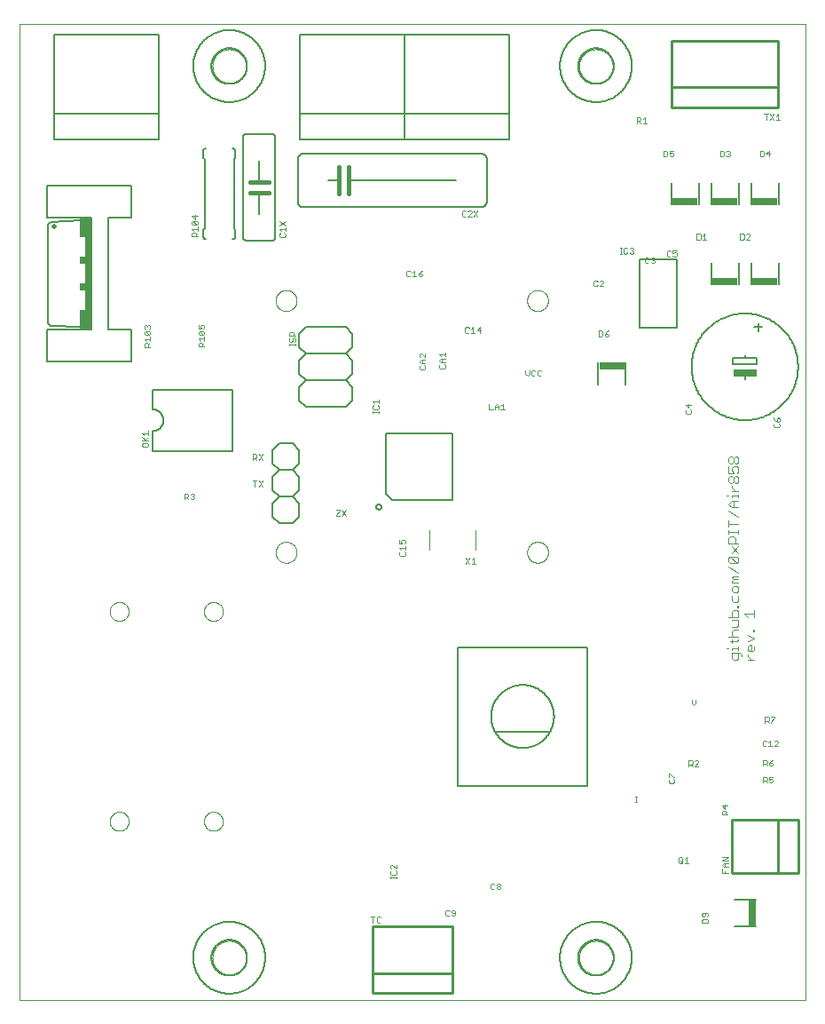
<source format=gto>
G75*
%MOIN*%
%OFA0B0*%
%FSLAX25Y25*%
%IPPOS*%
%LPD*%
%AMOC8*
5,1,8,0,0,1.08239X$1,22.5*
%
%ADD10C,0.00000*%
%ADD11C,0.00200*%
%ADD12C,0.00300*%
%ADD13C,0.01600*%
%ADD14C,0.00600*%
%ADD15R,0.09000X0.02500*%
%ADD16C,0.00800*%
%ADD17R,0.09646X0.02657*%
%ADD18R,0.02657X0.09646*%
%ADD19C,0.01000*%
%ADD20C,0.00500*%
%ADD21C,0.02000*%
%ADD22R,0.03000X0.42000*%
%ADD23R,0.02000X0.07500*%
%ADD24R,0.02000X0.03000*%
%ADD25C,0.00400*%
D10*
X0001600Y0001600D02*
X0001600Y0367742D01*
X0296876Y0367742D01*
X0296876Y0001600D01*
X0001600Y0001600D01*
X0035468Y0068529D02*
X0035470Y0068648D01*
X0035476Y0068766D01*
X0035486Y0068884D01*
X0035500Y0069002D01*
X0035517Y0069119D01*
X0035539Y0069236D01*
X0035565Y0069352D01*
X0035594Y0069467D01*
X0035627Y0069581D01*
X0035664Y0069693D01*
X0035705Y0069805D01*
X0035750Y0069915D01*
X0035798Y0070023D01*
X0035850Y0070130D01*
X0035905Y0070235D01*
X0035964Y0070338D01*
X0036026Y0070439D01*
X0036091Y0070538D01*
X0036160Y0070635D01*
X0036232Y0070729D01*
X0036307Y0070821D01*
X0036385Y0070910D01*
X0036466Y0070997D01*
X0036550Y0071081D01*
X0036637Y0071162D01*
X0036726Y0071240D01*
X0036818Y0071315D01*
X0036912Y0071387D01*
X0037009Y0071456D01*
X0037108Y0071521D01*
X0037209Y0071583D01*
X0037312Y0071642D01*
X0037417Y0071697D01*
X0037524Y0071749D01*
X0037632Y0071797D01*
X0037742Y0071842D01*
X0037854Y0071883D01*
X0037966Y0071920D01*
X0038080Y0071953D01*
X0038195Y0071982D01*
X0038311Y0072008D01*
X0038428Y0072030D01*
X0038545Y0072047D01*
X0038663Y0072061D01*
X0038781Y0072071D01*
X0038899Y0072077D01*
X0039018Y0072079D01*
X0039137Y0072077D01*
X0039255Y0072071D01*
X0039373Y0072061D01*
X0039491Y0072047D01*
X0039608Y0072030D01*
X0039725Y0072008D01*
X0039841Y0071982D01*
X0039956Y0071953D01*
X0040070Y0071920D01*
X0040182Y0071883D01*
X0040294Y0071842D01*
X0040404Y0071797D01*
X0040512Y0071749D01*
X0040619Y0071697D01*
X0040724Y0071642D01*
X0040827Y0071583D01*
X0040928Y0071521D01*
X0041027Y0071456D01*
X0041124Y0071387D01*
X0041218Y0071315D01*
X0041310Y0071240D01*
X0041399Y0071162D01*
X0041486Y0071081D01*
X0041570Y0070997D01*
X0041651Y0070910D01*
X0041729Y0070821D01*
X0041804Y0070729D01*
X0041876Y0070635D01*
X0041945Y0070538D01*
X0042010Y0070439D01*
X0042072Y0070338D01*
X0042131Y0070235D01*
X0042186Y0070130D01*
X0042238Y0070023D01*
X0042286Y0069915D01*
X0042331Y0069805D01*
X0042372Y0069693D01*
X0042409Y0069581D01*
X0042442Y0069467D01*
X0042471Y0069352D01*
X0042497Y0069236D01*
X0042519Y0069119D01*
X0042536Y0069002D01*
X0042550Y0068884D01*
X0042560Y0068766D01*
X0042566Y0068648D01*
X0042568Y0068529D01*
X0042566Y0068410D01*
X0042560Y0068292D01*
X0042550Y0068174D01*
X0042536Y0068056D01*
X0042519Y0067939D01*
X0042497Y0067822D01*
X0042471Y0067706D01*
X0042442Y0067591D01*
X0042409Y0067477D01*
X0042372Y0067365D01*
X0042331Y0067253D01*
X0042286Y0067143D01*
X0042238Y0067035D01*
X0042186Y0066928D01*
X0042131Y0066823D01*
X0042072Y0066720D01*
X0042010Y0066619D01*
X0041945Y0066520D01*
X0041876Y0066423D01*
X0041804Y0066329D01*
X0041729Y0066237D01*
X0041651Y0066148D01*
X0041570Y0066061D01*
X0041486Y0065977D01*
X0041399Y0065896D01*
X0041310Y0065818D01*
X0041218Y0065743D01*
X0041124Y0065671D01*
X0041027Y0065602D01*
X0040928Y0065537D01*
X0040827Y0065475D01*
X0040724Y0065416D01*
X0040619Y0065361D01*
X0040512Y0065309D01*
X0040404Y0065261D01*
X0040294Y0065216D01*
X0040182Y0065175D01*
X0040070Y0065138D01*
X0039956Y0065105D01*
X0039841Y0065076D01*
X0039725Y0065050D01*
X0039608Y0065028D01*
X0039491Y0065011D01*
X0039373Y0064997D01*
X0039255Y0064987D01*
X0039137Y0064981D01*
X0039018Y0064979D01*
X0038899Y0064981D01*
X0038781Y0064987D01*
X0038663Y0064997D01*
X0038545Y0065011D01*
X0038428Y0065028D01*
X0038311Y0065050D01*
X0038195Y0065076D01*
X0038080Y0065105D01*
X0037966Y0065138D01*
X0037854Y0065175D01*
X0037742Y0065216D01*
X0037632Y0065261D01*
X0037524Y0065309D01*
X0037417Y0065361D01*
X0037312Y0065416D01*
X0037209Y0065475D01*
X0037108Y0065537D01*
X0037009Y0065602D01*
X0036912Y0065671D01*
X0036818Y0065743D01*
X0036726Y0065818D01*
X0036637Y0065896D01*
X0036550Y0065977D01*
X0036466Y0066061D01*
X0036385Y0066148D01*
X0036307Y0066237D01*
X0036232Y0066329D01*
X0036160Y0066423D01*
X0036091Y0066520D01*
X0036026Y0066619D01*
X0035964Y0066720D01*
X0035905Y0066823D01*
X0035850Y0066928D01*
X0035798Y0067035D01*
X0035750Y0067143D01*
X0035705Y0067253D01*
X0035664Y0067365D01*
X0035627Y0067477D01*
X0035594Y0067591D01*
X0035565Y0067706D01*
X0035539Y0067822D01*
X0035517Y0067939D01*
X0035500Y0068056D01*
X0035486Y0068174D01*
X0035476Y0068292D01*
X0035470Y0068410D01*
X0035468Y0068529D01*
X0070868Y0068529D02*
X0070870Y0068648D01*
X0070876Y0068766D01*
X0070886Y0068884D01*
X0070900Y0069002D01*
X0070917Y0069119D01*
X0070939Y0069236D01*
X0070965Y0069352D01*
X0070994Y0069467D01*
X0071027Y0069581D01*
X0071064Y0069693D01*
X0071105Y0069805D01*
X0071150Y0069915D01*
X0071198Y0070023D01*
X0071250Y0070130D01*
X0071305Y0070235D01*
X0071364Y0070338D01*
X0071426Y0070439D01*
X0071491Y0070538D01*
X0071560Y0070635D01*
X0071632Y0070729D01*
X0071707Y0070821D01*
X0071785Y0070910D01*
X0071866Y0070997D01*
X0071950Y0071081D01*
X0072037Y0071162D01*
X0072126Y0071240D01*
X0072218Y0071315D01*
X0072312Y0071387D01*
X0072409Y0071456D01*
X0072508Y0071521D01*
X0072609Y0071583D01*
X0072712Y0071642D01*
X0072817Y0071697D01*
X0072924Y0071749D01*
X0073032Y0071797D01*
X0073142Y0071842D01*
X0073254Y0071883D01*
X0073366Y0071920D01*
X0073480Y0071953D01*
X0073595Y0071982D01*
X0073711Y0072008D01*
X0073828Y0072030D01*
X0073945Y0072047D01*
X0074063Y0072061D01*
X0074181Y0072071D01*
X0074299Y0072077D01*
X0074418Y0072079D01*
X0074537Y0072077D01*
X0074655Y0072071D01*
X0074773Y0072061D01*
X0074891Y0072047D01*
X0075008Y0072030D01*
X0075125Y0072008D01*
X0075241Y0071982D01*
X0075356Y0071953D01*
X0075470Y0071920D01*
X0075582Y0071883D01*
X0075694Y0071842D01*
X0075804Y0071797D01*
X0075912Y0071749D01*
X0076019Y0071697D01*
X0076124Y0071642D01*
X0076227Y0071583D01*
X0076328Y0071521D01*
X0076427Y0071456D01*
X0076524Y0071387D01*
X0076618Y0071315D01*
X0076710Y0071240D01*
X0076799Y0071162D01*
X0076886Y0071081D01*
X0076970Y0070997D01*
X0077051Y0070910D01*
X0077129Y0070821D01*
X0077204Y0070729D01*
X0077276Y0070635D01*
X0077345Y0070538D01*
X0077410Y0070439D01*
X0077472Y0070338D01*
X0077531Y0070235D01*
X0077586Y0070130D01*
X0077638Y0070023D01*
X0077686Y0069915D01*
X0077731Y0069805D01*
X0077772Y0069693D01*
X0077809Y0069581D01*
X0077842Y0069467D01*
X0077871Y0069352D01*
X0077897Y0069236D01*
X0077919Y0069119D01*
X0077936Y0069002D01*
X0077950Y0068884D01*
X0077960Y0068766D01*
X0077966Y0068648D01*
X0077968Y0068529D01*
X0077966Y0068410D01*
X0077960Y0068292D01*
X0077950Y0068174D01*
X0077936Y0068056D01*
X0077919Y0067939D01*
X0077897Y0067822D01*
X0077871Y0067706D01*
X0077842Y0067591D01*
X0077809Y0067477D01*
X0077772Y0067365D01*
X0077731Y0067253D01*
X0077686Y0067143D01*
X0077638Y0067035D01*
X0077586Y0066928D01*
X0077531Y0066823D01*
X0077472Y0066720D01*
X0077410Y0066619D01*
X0077345Y0066520D01*
X0077276Y0066423D01*
X0077204Y0066329D01*
X0077129Y0066237D01*
X0077051Y0066148D01*
X0076970Y0066061D01*
X0076886Y0065977D01*
X0076799Y0065896D01*
X0076710Y0065818D01*
X0076618Y0065743D01*
X0076524Y0065671D01*
X0076427Y0065602D01*
X0076328Y0065537D01*
X0076227Y0065475D01*
X0076124Y0065416D01*
X0076019Y0065361D01*
X0075912Y0065309D01*
X0075804Y0065261D01*
X0075694Y0065216D01*
X0075582Y0065175D01*
X0075470Y0065138D01*
X0075356Y0065105D01*
X0075241Y0065076D01*
X0075125Y0065050D01*
X0075008Y0065028D01*
X0074891Y0065011D01*
X0074773Y0064997D01*
X0074655Y0064987D01*
X0074537Y0064981D01*
X0074418Y0064979D01*
X0074299Y0064981D01*
X0074181Y0064987D01*
X0074063Y0064997D01*
X0073945Y0065011D01*
X0073828Y0065028D01*
X0073711Y0065050D01*
X0073595Y0065076D01*
X0073480Y0065105D01*
X0073366Y0065138D01*
X0073254Y0065175D01*
X0073142Y0065216D01*
X0073032Y0065261D01*
X0072924Y0065309D01*
X0072817Y0065361D01*
X0072712Y0065416D01*
X0072609Y0065475D01*
X0072508Y0065537D01*
X0072409Y0065602D01*
X0072312Y0065671D01*
X0072218Y0065743D01*
X0072126Y0065818D01*
X0072037Y0065896D01*
X0071950Y0065977D01*
X0071866Y0066061D01*
X0071785Y0066148D01*
X0071707Y0066237D01*
X0071632Y0066329D01*
X0071560Y0066423D01*
X0071491Y0066520D01*
X0071426Y0066619D01*
X0071364Y0066720D01*
X0071305Y0066823D01*
X0071250Y0066928D01*
X0071198Y0067035D01*
X0071150Y0067143D01*
X0071105Y0067253D01*
X0071064Y0067365D01*
X0071027Y0067477D01*
X0070994Y0067591D01*
X0070965Y0067706D01*
X0070939Y0067822D01*
X0070917Y0067939D01*
X0070900Y0068056D01*
X0070886Y0068174D01*
X0070876Y0068292D01*
X0070870Y0068410D01*
X0070868Y0068529D01*
X0074041Y0017348D02*
X0074043Y0017506D01*
X0074049Y0017664D01*
X0074059Y0017822D01*
X0074073Y0017980D01*
X0074091Y0018137D01*
X0074112Y0018294D01*
X0074138Y0018450D01*
X0074168Y0018606D01*
X0074201Y0018761D01*
X0074239Y0018914D01*
X0074280Y0019067D01*
X0074325Y0019219D01*
X0074374Y0019370D01*
X0074427Y0019519D01*
X0074483Y0019667D01*
X0074543Y0019813D01*
X0074607Y0019958D01*
X0074675Y0020101D01*
X0074746Y0020243D01*
X0074820Y0020383D01*
X0074898Y0020520D01*
X0074980Y0020656D01*
X0075064Y0020790D01*
X0075153Y0020921D01*
X0075244Y0021050D01*
X0075339Y0021177D01*
X0075436Y0021302D01*
X0075537Y0021424D01*
X0075641Y0021543D01*
X0075748Y0021660D01*
X0075858Y0021774D01*
X0075971Y0021885D01*
X0076086Y0021994D01*
X0076204Y0022099D01*
X0076325Y0022201D01*
X0076448Y0022301D01*
X0076574Y0022397D01*
X0076702Y0022490D01*
X0076832Y0022580D01*
X0076965Y0022666D01*
X0077100Y0022750D01*
X0077236Y0022829D01*
X0077375Y0022906D01*
X0077516Y0022978D01*
X0077658Y0023048D01*
X0077802Y0023113D01*
X0077948Y0023175D01*
X0078095Y0023233D01*
X0078244Y0023288D01*
X0078394Y0023339D01*
X0078545Y0023386D01*
X0078697Y0023429D01*
X0078850Y0023468D01*
X0079005Y0023504D01*
X0079160Y0023535D01*
X0079316Y0023563D01*
X0079472Y0023587D01*
X0079629Y0023607D01*
X0079787Y0023623D01*
X0079944Y0023635D01*
X0080103Y0023643D01*
X0080261Y0023647D01*
X0080419Y0023647D01*
X0080577Y0023643D01*
X0080736Y0023635D01*
X0080893Y0023623D01*
X0081051Y0023607D01*
X0081208Y0023587D01*
X0081364Y0023563D01*
X0081520Y0023535D01*
X0081675Y0023504D01*
X0081830Y0023468D01*
X0081983Y0023429D01*
X0082135Y0023386D01*
X0082286Y0023339D01*
X0082436Y0023288D01*
X0082585Y0023233D01*
X0082732Y0023175D01*
X0082878Y0023113D01*
X0083022Y0023048D01*
X0083164Y0022978D01*
X0083305Y0022906D01*
X0083444Y0022829D01*
X0083580Y0022750D01*
X0083715Y0022666D01*
X0083848Y0022580D01*
X0083978Y0022490D01*
X0084106Y0022397D01*
X0084232Y0022301D01*
X0084355Y0022201D01*
X0084476Y0022099D01*
X0084594Y0021994D01*
X0084709Y0021885D01*
X0084822Y0021774D01*
X0084932Y0021660D01*
X0085039Y0021543D01*
X0085143Y0021424D01*
X0085244Y0021302D01*
X0085341Y0021177D01*
X0085436Y0021050D01*
X0085527Y0020921D01*
X0085616Y0020790D01*
X0085700Y0020656D01*
X0085782Y0020520D01*
X0085860Y0020383D01*
X0085934Y0020243D01*
X0086005Y0020101D01*
X0086073Y0019958D01*
X0086137Y0019813D01*
X0086197Y0019667D01*
X0086253Y0019519D01*
X0086306Y0019370D01*
X0086355Y0019219D01*
X0086400Y0019067D01*
X0086441Y0018914D01*
X0086479Y0018761D01*
X0086512Y0018606D01*
X0086542Y0018450D01*
X0086568Y0018294D01*
X0086589Y0018137D01*
X0086607Y0017980D01*
X0086621Y0017822D01*
X0086631Y0017664D01*
X0086637Y0017506D01*
X0086639Y0017348D01*
X0086637Y0017190D01*
X0086631Y0017032D01*
X0086621Y0016874D01*
X0086607Y0016716D01*
X0086589Y0016559D01*
X0086568Y0016402D01*
X0086542Y0016246D01*
X0086512Y0016090D01*
X0086479Y0015935D01*
X0086441Y0015782D01*
X0086400Y0015629D01*
X0086355Y0015477D01*
X0086306Y0015326D01*
X0086253Y0015177D01*
X0086197Y0015029D01*
X0086137Y0014883D01*
X0086073Y0014738D01*
X0086005Y0014595D01*
X0085934Y0014453D01*
X0085860Y0014313D01*
X0085782Y0014176D01*
X0085700Y0014040D01*
X0085616Y0013906D01*
X0085527Y0013775D01*
X0085436Y0013646D01*
X0085341Y0013519D01*
X0085244Y0013394D01*
X0085143Y0013272D01*
X0085039Y0013153D01*
X0084932Y0013036D01*
X0084822Y0012922D01*
X0084709Y0012811D01*
X0084594Y0012702D01*
X0084476Y0012597D01*
X0084355Y0012495D01*
X0084232Y0012395D01*
X0084106Y0012299D01*
X0083978Y0012206D01*
X0083848Y0012116D01*
X0083715Y0012030D01*
X0083580Y0011946D01*
X0083444Y0011867D01*
X0083305Y0011790D01*
X0083164Y0011718D01*
X0083022Y0011648D01*
X0082878Y0011583D01*
X0082732Y0011521D01*
X0082585Y0011463D01*
X0082436Y0011408D01*
X0082286Y0011357D01*
X0082135Y0011310D01*
X0081983Y0011267D01*
X0081830Y0011228D01*
X0081675Y0011192D01*
X0081520Y0011161D01*
X0081364Y0011133D01*
X0081208Y0011109D01*
X0081051Y0011089D01*
X0080893Y0011073D01*
X0080736Y0011061D01*
X0080577Y0011053D01*
X0080419Y0011049D01*
X0080261Y0011049D01*
X0080103Y0011053D01*
X0079944Y0011061D01*
X0079787Y0011073D01*
X0079629Y0011089D01*
X0079472Y0011109D01*
X0079316Y0011133D01*
X0079160Y0011161D01*
X0079005Y0011192D01*
X0078850Y0011228D01*
X0078697Y0011267D01*
X0078545Y0011310D01*
X0078394Y0011357D01*
X0078244Y0011408D01*
X0078095Y0011463D01*
X0077948Y0011521D01*
X0077802Y0011583D01*
X0077658Y0011648D01*
X0077516Y0011718D01*
X0077375Y0011790D01*
X0077236Y0011867D01*
X0077100Y0011946D01*
X0076965Y0012030D01*
X0076832Y0012116D01*
X0076702Y0012206D01*
X0076574Y0012299D01*
X0076448Y0012395D01*
X0076325Y0012495D01*
X0076204Y0012597D01*
X0076086Y0012702D01*
X0075971Y0012811D01*
X0075858Y0012922D01*
X0075748Y0013036D01*
X0075641Y0013153D01*
X0075537Y0013272D01*
X0075436Y0013394D01*
X0075339Y0013519D01*
X0075244Y0013646D01*
X0075153Y0013775D01*
X0075064Y0013906D01*
X0074980Y0014040D01*
X0074898Y0014176D01*
X0074820Y0014313D01*
X0074746Y0014453D01*
X0074675Y0014595D01*
X0074607Y0014738D01*
X0074543Y0014883D01*
X0074483Y0015029D01*
X0074427Y0015177D01*
X0074374Y0015326D01*
X0074325Y0015477D01*
X0074280Y0015629D01*
X0074239Y0015782D01*
X0074201Y0015935D01*
X0074168Y0016090D01*
X0074138Y0016246D01*
X0074112Y0016402D01*
X0074091Y0016559D01*
X0074073Y0016716D01*
X0074059Y0016874D01*
X0074049Y0017032D01*
X0074043Y0017190D01*
X0074041Y0017348D01*
X0070868Y0147269D02*
X0070870Y0147388D01*
X0070876Y0147506D01*
X0070886Y0147624D01*
X0070900Y0147742D01*
X0070917Y0147859D01*
X0070939Y0147976D01*
X0070965Y0148092D01*
X0070994Y0148207D01*
X0071027Y0148321D01*
X0071064Y0148433D01*
X0071105Y0148545D01*
X0071150Y0148655D01*
X0071198Y0148763D01*
X0071250Y0148870D01*
X0071305Y0148975D01*
X0071364Y0149078D01*
X0071426Y0149179D01*
X0071491Y0149278D01*
X0071560Y0149375D01*
X0071632Y0149469D01*
X0071707Y0149561D01*
X0071785Y0149650D01*
X0071866Y0149737D01*
X0071950Y0149821D01*
X0072037Y0149902D01*
X0072126Y0149980D01*
X0072218Y0150055D01*
X0072312Y0150127D01*
X0072409Y0150196D01*
X0072508Y0150261D01*
X0072609Y0150323D01*
X0072712Y0150382D01*
X0072817Y0150437D01*
X0072924Y0150489D01*
X0073032Y0150537D01*
X0073142Y0150582D01*
X0073254Y0150623D01*
X0073366Y0150660D01*
X0073480Y0150693D01*
X0073595Y0150722D01*
X0073711Y0150748D01*
X0073828Y0150770D01*
X0073945Y0150787D01*
X0074063Y0150801D01*
X0074181Y0150811D01*
X0074299Y0150817D01*
X0074418Y0150819D01*
X0074537Y0150817D01*
X0074655Y0150811D01*
X0074773Y0150801D01*
X0074891Y0150787D01*
X0075008Y0150770D01*
X0075125Y0150748D01*
X0075241Y0150722D01*
X0075356Y0150693D01*
X0075470Y0150660D01*
X0075582Y0150623D01*
X0075694Y0150582D01*
X0075804Y0150537D01*
X0075912Y0150489D01*
X0076019Y0150437D01*
X0076124Y0150382D01*
X0076227Y0150323D01*
X0076328Y0150261D01*
X0076427Y0150196D01*
X0076524Y0150127D01*
X0076618Y0150055D01*
X0076710Y0149980D01*
X0076799Y0149902D01*
X0076886Y0149821D01*
X0076970Y0149737D01*
X0077051Y0149650D01*
X0077129Y0149561D01*
X0077204Y0149469D01*
X0077276Y0149375D01*
X0077345Y0149278D01*
X0077410Y0149179D01*
X0077472Y0149078D01*
X0077531Y0148975D01*
X0077586Y0148870D01*
X0077638Y0148763D01*
X0077686Y0148655D01*
X0077731Y0148545D01*
X0077772Y0148433D01*
X0077809Y0148321D01*
X0077842Y0148207D01*
X0077871Y0148092D01*
X0077897Y0147976D01*
X0077919Y0147859D01*
X0077936Y0147742D01*
X0077950Y0147624D01*
X0077960Y0147506D01*
X0077966Y0147388D01*
X0077968Y0147269D01*
X0077966Y0147150D01*
X0077960Y0147032D01*
X0077950Y0146914D01*
X0077936Y0146796D01*
X0077919Y0146679D01*
X0077897Y0146562D01*
X0077871Y0146446D01*
X0077842Y0146331D01*
X0077809Y0146217D01*
X0077772Y0146105D01*
X0077731Y0145993D01*
X0077686Y0145883D01*
X0077638Y0145775D01*
X0077586Y0145668D01*
X0077531Y0145563D01*
X0077472Y0145460D01*
X0077410Y0145359D01*
X0077345Y0145260D01*
X0077276Y0145163D01*
X0077204Y0145069D01*
X0077129Y0144977D01*
X0077051Y0144888D01*
X0076970Y0144801D01*
X0076886Y0144717D01*
X0076799Y0144636D01*
X0076710Y0144558D01*
X0076618Y0144483D01*
X0076524Y0144411D01*
X0076427Y0144342D01*
X0076328Y0144277D01*
X0076227Y0144215D01*
X0076124Y0144156D01*
X0076019Y0144101D01*
X0075912Y0144049D01*
X0075804Y0144001D01*
X0075694Y0143956D01*
X0075582Y0143915D01*
X0075470Y0143878D01*
X0075356Y0143845D01*
X0075241Y0143816D01*
X0075125Y0143790D01*
X0075008Y0143768D01*
X0074891Y0143751D01*
X0074773Y0143737D01*
X0074655Y0143727D01*
X0074537Y0143721D01*
X0074418Y0143719D01*
X0074299Y0143721D01*
X0074181Y0143727D01*
X0074063Y0143737D01*
X0073945Y0143751D01*
X0073828Y0143768D01*
X0073711Y0143790D01*
X0073595Y0143816D01*
X0073480Y0143845D01*
X0073366Y0143878D01*
X0073254Y0143915D01*
X0073142Y0143956D01*
X0073032Y0144001D01*
X0072924Y0144049D01*
X0072817Y0144101D01*
X0072712Y0144156D01*
X0072609Y0144215D01*
X0072508Y0144277D01*
X0072409Y0144342D01*
X0072312Y0144411D01*
X0072218Y0144483D01*
X0072126Y0144558D01*
X0072037Y0144636D01*
X0071950Y0144717D01*
X0071866Y0144801D01*
X0071785Y0144888D01*
X0071707Y0144977D01*
X0071632Y0145069D01*
X0071560Y0145163D01*
X0071491Y0145260D01*
X0071426Y0145359D01*
X0071364Y0145460D01*
X0071305Y0145563D01*
X0071250Y0145668D01*
X0071198Y0145775D01*
X0071150Y0145883D01*
X0071105Y0145993D01*
X0071064Y0146105D01*
X0071027Y0146217D01*
X0070994Y0146331D01*
X0070965Y0146446D01*
X0070939Y0146562D01*
X0070917Y0146679D01*
X0070900Y0146796D01*
X0070886Y0146914D01*
X0070876Y0147032D01*
X0070870Y0147150D01*
X0070868Y0147269D01*
X0035468Y0147269D02*
X0035470Y0147388D01*
X0035476Y0147506D01*
X0035486Y0147624D01*
X0035500Y0147742D01*
X0035517Y0147859D01*
X0035539Y0147976D01*
X0035565Y0148092D01*
X0035594Y0148207D01*
X0035627Y0148321D01*
X0035664Y0148433D01*
X0035705Y0148545D01*
X0035750Y0148655D01*
X0035798Y0148763D01*
X0035850Y0148870D01*
X0035905Y0148975D01*
X0035964Y0149078D01*
X0036026Y0149179D01*
X0036091Y0149278D01*
X0036160Y0149375D01*
X0036232Y0149469D01*
X0036307Y0149561D01*
X0036385Y0149650D01*
X0036466Y0149737D01*
X0036550Y0149821D01*
X0036637Y0149902D01*
X0036726Y0149980D01*
X0036818Y0150055D01*
X0036912Y0150127D01*
X0037009Y0150196D01*
X0037108Y0150261D01*
X0037209Y0150323D01*
X0037312Y0150382D01*
X0037417Y0150437D01*
X0037524Y0150489D01*
X0037632Y0150537D01*
X0037742Y0150582D01*
X0037854Y0150623D01*
X0037966Y0150660D01*
X0038080Y0150693D01*
X0038195Y0150722D01*
X0038311Y0150748D01*
X0038428Y0150770D01*
X0038545Y0150787D01*
X0038663Y0150801D01*
X0038781Y0150811D01*
X0038899Y0150817D01*
X0039018Y0150819D01*
X0039137Y0150817D01*
X0039255Y0150811D01*
X0039373Y0150801D01*
X0039491Y0150787D01*
X0039608Y0150770D01*
X0039725Y0150748D01*
X0039841Y0150722D01*
X0039956Y0150693D01*
X0040070Y0150660D01*
X0040182Y0150623D01*
X0040294Y0150582D01*
X0040404Y0150537D01*
X0040512Y0150489D01*
X0040619Y0150437D01*
X0040724Y0150382D01*
X0040827Y0150323D01*
X0040928Y0150261D01*
X0041027Y0150196D01*
X0041124Y0150127D01*
X0041218Y0150055D01*
X0041310Y0149980D01*
X0041399Y0149902D01*
X0041486Y0149821D01*
X0041570Y0149737D01*
X0041651Y0149650D01*
X0041729Y0149561D01*
X0041804Y0149469D01*
X0041876Y0149375D01*
X0041945Y0149278D01*
X0042010Y0149179D01*
X0042072Y0149078D01*
X0042131Y0148975D01*
X0042186Y0148870D01*
X0042238Y0148763D01*
X0042286Y0148655D01*
X0042331Y0148545D01*
X0042372Y0148433D01*
X0042409Y0148321D01*
X0042442Y0148207D01*
X0042471Y0148092D01*
X0042497Y0147976D01*
X0042519Y0147859D01*
X0042536Y0147742D01*
X0042550Y0147624D01*
X0042560Y0147506D01*
X0042566Y0147388D01*
X0042568Y0147269D01*
X0042566Y0147150D01*
X0042560Y0147032D01*
X0042550Y0146914D01*
X0042536Y0146796D01*
X0042519Y0146679D01*
X0042497Y0146562D01*
X0042471Y0146446D01*
X0042442Y0146331D01*
X0042409Y0146217D01*
X0042372Y0146105D01*
X0042331Y0145993D01*
X0042286Y0145883D01*
X0042238Y0145775D01*
X0042186Y0145668D01*
X0042131Y0145563D01*
X0042072Y0145460D01*
X0042010Y0145359D01*
X0041945Y0145260D01*
X0041876Y0145163D01*
X0041804Y0145069D01*
X0041729Y0144977D01*
X0041651Y0144888D01*
X0041570Y0144801D01*
X0041486Y0144717D01*
X0041399Y0144636D01*
X0041310Y0144558D01*
X0041218Y0144483D01*
X0041124Y0144411D01*
X0041027Y0144342D01*
X0040928Y0144277D01*
X0040827Y0144215D01*
X0040724Y0144156D01*
X0040619Y0144101D01*
X0040512Y0144049D01*
X0040404Y0144001D01*
X0040294Y0143956D01*
X0040182Y0143915D01*
X0040070Y0143878D01*
X0039956Y0143845D01*
X0039841Y0143816D01*
X0039725Y0143790D01*
X0039608Y0143768D01*
X0039491Y0143751D01*
X0039373Y0143737D01*
X0039255Y0143727D01*
X0039137Y0143721D01*
X0039018Y0143719D01*
X0038899Y0143721D01*
X0038781Y0143727D01*
X0038663Y0143737D01*
X0038545Y0143751D01*
X0038428Y0143768D01*
X0038311Y0143790D01*
X0038195Y0143816D01*
X0038080Y0143845D01*
X0037966Y0143878D01*
X0037854Y0143915D01*
X0037742Y0143956D01*
X0037632Y0144001D01*
X0037524Y0144049D01*
X0037417Y0144101D01*
X0037312Y0144156D01*
X0037209Y0144215D01*
X0037108Y0144277D01*
X0037009Y0144342D01*
X0036912Y0144411D01*
X0036818Y0144483D01*
X0036726Y0144558D01*
X0036637Y0144636D01*
X0036550Y0144717D01*
X0036466Y0144801D01*
X0036385Y0144888D01*
X0036307Y0144977D01*
X0036232Y0145069D01*
X0036160Y0145163D01*
X0036091Y0145260D01*
X0036026Y0145359D01*
X0035964Y0145460D01*
X0035905Y0145563D01*
X0035850Y0145668D01*
X0035798Y0145775D01*
X0035750Y0145883D01*
X0035705Y0145993D01*
X0035664Y0146105D01*
X0035627Y0146217D01*
X0035594Y0146331D01*
X0035565Y0146446D01*
X0035539Y0146562D01*
X0035517Y0146679D01*
X0035500Y0146796D01*
X0035486Y0146914D01*
X0035476Y0147032D01*
X0035470Y0147150D01*
X0035468Y0147269D01*
X0097801Y0169474D02*
X0097803Y0169599D01*
X0097809Y0169724D01*
X0097819Y0169848D01*
X0097833Y0169972D01*
X0097850Y0170096D01*
X0097872Y0170219D01*
X0097898Y0170341D01*
X0097927Y0170463D01*
X0097960Y0170583D01*
X0097998Y0170702D01*
X0098038Y0170821D01*
X0098083Y0170937D01*
X0098131Y0171052D01*
X0098183Y0171166D01*
X0098239Y0171278D01*
X0098298Y0171388D01*
X0098360Y0171496D01*
X0098426Y0171603D01*
X0098495Y0171707D01*
X0098568Y0171808D01*
X0098643Y0171908D01*
X0098722Y0172005D01*
X0098804Y0172099D01*
X0098889Y0172191D01*
X0098976Y0172280D01*
X0099067Y0172366D01*
X0099160Y0172449D01*
X0099256Y0172530D01*
X0099354Y0172607D01*
X0099454Y0172681D01*
X0099557Y0172752D01*
X0099662Y0172819D01*
X0099770Y0172884D01*
X0099879Y0172944D01*
X0099990Y0173002D01*
X0100103Y0173055D01*
X0100217Y0173105D01*
X0100333Y0173152D01*
X0100450Y0173194D01*
X0100569Y0173233D01*
X0100689Y0173269D01*
X0100810Y0173300D01*
X0100932Y0173328D01*
X0101054Y0173351D01*
X0101178Y0173371D01*
X0101302Y0173387D01*
X0101426Y0173399D01*
X0101551Y0173407D01*
X0101676Y0173411D01*
X0101800Y0173411D01*
X0101925Y0173407D01*
X0102050Y0173399D01*
X0102174Y0173387D01*
X0102298Y0173371D01*
X0102422Y0173351D01*
X0102544Y0173328D01*
X0102666Y0173300D01*
X0102787Y0173269D01*
X0102907Y0173233D01*
X0103026Y0173194D01*
X0103143Y0173152D01*
X0103259Y0173105D01*
X0103373Y0173055D01*
X0103486Y0173002D01*
X0103597Y0172944D01*
X0103707Y0172884D01*
X0103814Y0172819D01*
X0103919Y0172752D01*
X0104022Y0172681D01*
X0104122Y0172607D01*
X0104220Y0172530D01*
X0104316Y0172449D01*
X0104409Y0172366D01*
X0104500Y0172280D01*
X0104587Y0172191D01*
X0104672Y0172099D01*
X0104754Y0172005D01*
X0104833Y0171908D01*
X0104908Y0171808D01*
X0104981Y0171707D01*
X0105050Y0171603D01*
X0105116Y0171496D01*
X0105178Y0171388D01*
X0105237Y0171278D01*
X0105293Y0171166D01*
X0105345Y0171052D01*
X0105393Y0170937D01*
X0105438Y0170821D01*
X0105478Y0170702D01*
X0105516Y0170583D01*
X0105549Y0170463D01*
X0105578Y0170341D01*
X0105604Y0170219D01*
X0105626Y0170096D01*
X0105643Y0169972D01*
X0105657Y0169848D01*
X0105667Y0169724D01*
X0105673Y0169599D01*
X0105675Y0169474D01*
X0105673Y0169349D01*
X0105667Y0169224D01*
X0105657Y0169100D01*
X0105643Y0168976D01*
X0105626Y0168852D01*
X0105604Y0168729D01*
X0105578Y0168607D01*
X0105549Y0168485D01*
X0105516Y0168365D01*
X0105478Y0168246D01*
X0105438Y0168127D01*
X0105393Y0168011D01*
X0105345Y0167896D01*
X0105293Y0167782D01*
X0105237Y0167670D01*
X0105178Y0167560D01*
X0105116Y0167452D01*
X0105050Y0167345D01*
X0104981Y0167241D01*
X0104908Y0167140D01*
X0104833Y0167040D01*
X0104754Y0166943D01*
X0104672Y0166849D01*
X0104587Y0166757D01*
X0104500Y0166668D01*
X0104409Y0166582D01*
X0104316Y0166499D01*
X0104220Y0166418D01*
X0104122Y0166341D01*
X0104022Y0166267D01*
X0103919Y0166196D01*
X0103814Y0166129D01*
X0103706Y0166064D01*
X0103597Y0166004D01*
X0103486Y0165946D01*
X0103373Y0165893D01*
X0103259Y0165843D01*
X0103143Y0165796D01*
X0103026Y0165754D01*
X0102907Y0165715D01*
X0102787Y0165679D01*
X0102666Y0165648D01*
X0102544Y0165620D01*
X0102422Y0165597D01*
X0102298Y0165577D01*
X0102174Y0165561D01*
X0102050Y0165549D01*
X0101925Y0165541D01*
X0101800Y0165537D01*
X0101676Y0165537D01*
X0101551Y0165541D01*
X0101426Y0165549D01*
X0101302Y0165561D01*
X0101178Y0165577D01*
X0101054Y0165597D01*
X0100932Y0165620D01*
X0100810Y0165648D01*
X0100689Y0165679D01*
X0100569Y0165715D01*
X0100450Y0165754D01*
X0100333Y0165796D01*
X0100217Y0165843D01*
X0100103Y0165893D01*
X0099990Y0165946D01*
X0099879Y0166004D01*
X0099769Y0166064D01*
X0099662Y0166129D01*
X0099557Y0166196D01*
X0099454Y0166267D01*
X0099354Y0166341D01*
X0099256Y0166418D01*
X0099160Y0166499D01*
X0099067Y0166582D01*
X0098976Y0166668D01*
X0098889Y0166757D01*
X0098804Y0166849D01*
X0098722Y0166943D01*
X0098643Y0167040D01*
X0098568Y0167140D01*
X0098495Y0167241D01*
X0098426Y0167345D01*
X0098360Y0167452D01*
X0098298Y0167560D01*
X0098239Y0167670D01*
X0098183Y0167782D01*
X0098131Y0167896D01*
X0098083Y0168011D01*
X0098038Y0168127D01*
X0097998Y0168246D01*
X0097960Y0168365D01*
X0097927Y0168485D01*
X0097898Y0168607D01*
X0097872Y0168729D01*
X0097850Y0168852D01*
X0097833Y0168976D01*
X0097819Y0169100D01*
X0097809Y0169224D01*
X0097803Y0169349D01*
X0097801Y0169474D01*
X0097801Y0263962D02*
X0097803Y0264087D01*
X0097809Y0264212D01*
X0097819Y0264336D01*
X0097833Y0264460D01*
X0097850Y0264584D01*
X0097872Y0264707D01*
X0097898Y0264829D01*
X0097927Y0264951D01*
X0097960Y0265071D01*
X0097998Y0265190D01*
X0098038Y0265309D01*
X0098083Y0265425D01*
X0098131Y0265540D01*
X0098183Y0265654D01*
X0098239Y0265766D01*
X0098298Y0265876D01*
X0098360Y0265984D01*
X0098426Y0266091D01*
X0098495Y0266195D01*
X0098568Y0266296D01*
X0098643Y0266396D01*
X0098722Y0266493D01*
X0098804Y0266587D01*
X0098889Y0266679D01*
X0098976Y0266768D01*
X0099067Y0266854D01*
X0099160Y0266937D01*
X0099256Y0267018D01*
X0099354Y0267095D01*
X0099454Y0267169D01*
X0099557Y0267240D01*
X0099662Y0267307D01*
X0099770Y0267372D01*
X0099879Y0267432D01*
X0099990Y0267490D01*
X0100103Y0267543D01*
X0100217Y0267593D01*
X0100333Y0267640D01*
X0100450Y0267682D01*
X0100569Y0267721D01*
X0100689Y0267757D01*
X0100810Y0267788D01*
X0100932Y0267816D01*
X0101054Y0267839D01*
X0101178Y0267859D01*
X0101302Y0267875D01*
X0101426Y0267887D01*
X0101551Y0267895D01*
X0101676Y0267899D01*
X0101800Y0267899D01*
X0101925Y0267895D01*
X0102050Y0267887D01*
X0102174Y0267875D01*
X0102298Y0267859D01*
X0102422Y0267839D01*
X0102544Y0267816D01*
X0102666Y0267788D01*
X0102787Y0267757D01*
X0102907Y0267721D01*
X0103026Y0267682D01*
X0103143Y0267640D01*
X0103259Y0267593D01*
X0103373Y0267543D01*
X0103486Y0267490D01*
X0103597Y0267432D01*
X0103707Y0267372D01*
X0103814Y0267307D01*
X0103919Y0267240D01*
X0104022Y0267169D01*
X0104122Y0267095D01*
X0104220Y0267018D01*
X0104316Y0266937D01*
X0104409Y0266854D01*
X0104500Y0266768D01*
X0104587Y0266679D01*
X0104672Y0266587D01*
X0104754Y0266493D01*
X0104833Y0266396D01*
X0104908Y0266296D01*
X0104981Y0266195D01*
X0105050Y0266091D01*
X0105116Y0265984D01*
X0105178Y0265876D01*
X0105237Y0265766D01*
X0105293Y0265654D01*
X0105345Y0265540D01*
X0105393Y0265425D01*
X0105438Y0265309D01*
X0105478Y0265190D01*
X0105516Y0265071D01*
X0105549Y0264951D01*
X0105578Y0264829D01*
X0105604Y0264707D01*
X0105626Y0264584D01*
X0105643Y0264460D01*
X0105657Y0264336D01*
X0105667Y0264212D01*
X0105673Y0264087D01*
X0105675Y0263962D01*
X0105673Y0263837D01*
X0105667Y0263712D01*
X0105657Y0263588D01*
X0105643Y0263464D01*
X0105626Y0263340D01*
X0105604Y0263217D01*
X0105578Y0263095D01*
X0105549Y0262973D01*
X0105516Y0262853D01*
X0105478Y0262734D01*
X0105438Y0262615D01*
X0105393Y0262499D01*
X0105345Y0262384D01*
X0105293Y0262270D01*
X0105237Y0262158D01*
X0105178Y0262048D01*
X0105116Y0261940D01*
X0105050Y0261833D01*
X0104981Y0261729D01*
X0104908Y0261628D01*
X0104833Y0261528D01*
X0104754Y0261431D01*
X0104672Y0261337D01*
X0104587Y0261245D01*
X0104500Y0261156D01*
X0104409Y0261070D01*
X0104316Y0260987D01*
X0104220Y0260906D01*
X0104122Y0260829D01*
X0104022Y0260755D01*
X0103919Y0260684D01*
X0103814Y0260617D01*
X0103706Y0260552D01*
X0103597Y0260492D01*
X0103486Y0260434D01*
X0103373Y0260381D01*
X0103259Y0260331D01*
X0103143Y0260284D01*
X0103026Y0260242D01*
X0102907Y0260203D01*
X0102787Y0260167D01*
X0102666Y0260136D01*
X0102544Y0260108D01*
X0102422Y0260085D01*
X0102298Y0260065D01*
X0102174Y0260049D01*
X0102050Y0260037D01*
X0101925Y0260029D01*
X0101800Y0260025D01*
X0101676Y0260025D01*
X0101551Y0260029D01*
X0101426Y0260037D01*
X0101302Y0260049D01*
X0101178Y0260065D01*
X0101054Y0260085D01*
X0100932Y0260108D01*
X0100810Y0260136D01*
X0100689Y0260167D01*
X0100569Y0260203D01*
X0100450Y0260242D01*
X0100333Y0260284D01*
X0100217Y0260331D01*
X0100103Y0260381D01*
X0099990Y0260434D01*
X0099879Y0260492D01*
X0099769Y0260552D01*
X0099662Y0260617D01*
X0099557Y0260684D01*
X0099454Y0260755D01*
X0099354Y0260829D01*
X0099256Y0260906D01*
X0099160Y0260987D01*
X0099067Y0261070D01*
X0098976Y0261156D01*
X0098889Y0261245D01*
X0098804Y0261337D01*
X0098722Y0261431D01*
X0098643Y0261528D01*
X0098568Y0261628D01*
X0098495Y0261729D01*
X0098426Y0261833D01*
X0098360Y0261940D01*
X0098298Y0262048D01*
X0098239Y0262158D01*
X0098183Y0262270D01*
X0098131Y0262384D01*
X0098083Y0262499D01*
X0098038Y0262615D01*
X0097998Y0262734D01*
X0097960Y0262853D01*
X0097927Y0262973D01*
X0097898Y0263095D01*
X0097872Y0263217D01*
X0097850Y0263340D01*
X0097833Y0263464D01*
X0097819Y0263588D01*
X0097809Y0263712D01*
X0097803Y0263837D01*
X0097801Y0263962D01*
X0074041Y0351994D02*
X0074043Y0352152D01*
X0074049Y0352310D01*
X0074059Y0352468D01*
X0074073Y0352626D01*
X0074091Y0352783D01*
X0074112Y0352940D01*
X0074138Y0353096D01*
X0074168Y0353252D01*
X0074201Y0353407D01*
X0074239Y0353560D01*
X0074280Y0353713D01*
X0074325Y0353865D01*
X0074374Y0354016D01*
X0074427Y0354165D01*
X0074483Y0354313D01*
X0074543Y0354459D01*
X0074607Y0354604D01*
X0074675Y0354747D01*
X0074746Y0354889D01*
X0074820Y0355029D01*
X0074898Y0355166D01*
X0074980Y0355302D01*
X0075064Y0355436D01*
X0075153Y0355567D01*
X0075244Y0355696D01*
X0075339Y0355823D01*
X0075436Y0355948D01*
X0075537Y0356070D01*
X0075641Y0356189D01*
X0075748Y0356306D01*
X0075858Y0356420D01*
X0075971Y0356531D01*
X0076086Y0356640D01*
X0076204Y0356745D01*
X0076325Y0356847D01*
X0076448Y0356947D01*
X0076574Y0357043D01*
X0076702Y0357136D01*
X0076832Y0357226D01*
X0076965Y0357312D01*
X0077100Y0357396D01*
X0077236Y0357475D01*
X0077375Y0357552D01*
X0077516Y0357624D01*
X0077658Y0357694D01*
X0077802Y0357759D01*
X0077948Y0357821D01*
X0078095Y0357879D01*
X0078244Y0357934D01*
X0078394Y0357985D01*
X0078545Y0358032D01*
X0078697Y0358075D01*
X0078850Y0358114D01*
X0079005Y0358150D01*
X0079160Y0358181D01*
X0079316Y0358209D01*
X0079472Y0358233D01*
X0079629Y0358253D01*
X0079787Y0358269D01*
X0079944Y0358281D01*
X0080103Y0358289D01*
X0080261Y0358293D01*
X0080419Y0358293D01*
X0080577Y0358289D01*
X0080736Y0358281D01*
X0080893Y0358269D01*
X0081051Y0358253D01*
X0081208Y0358233D01*
X0081364Y0358209D01*
X0081520Y0358181D01*
X0081675Y0358150D01*
X0081830Y0358114D01*
X0081983Y0358075D01*
X0082135Y0358032D01*
X0082286Y0357985D01*
X0082436Y0357934D01*
X0082585Y0357879D01*
X0082732Y0357821D01*
X0082878Y0357759D01*
X0083022Y0357694D01*
X0083164Y0357624D01*
X0083305Y0357552D01*
X0083444Y0357475D01*
X0083580Y0357396D01*
X0083715Y0357312D01*
X0083848Y0357226D01*
X0083978Y0357136D01*
X0084106Y0357043D01*
X0084232Y0356947D01*
X0084355Y0356847D01*
X0084476Y0356745D01*
X0084594Y0356640D01*
X0084709Y0356531D01*
X0084822Y0356420D01*
X0084932Y0356306D01*
X0085039Y0356189D01*
X0085143Y0356070D01*
X0085244Y0355948D01*
X0085341Y0355823D01*
X0085436Y0355696D01*
X0085527Y0355567D01*
X0085616Y0355436D01*
X0085700Y0355302D01*
X0085782Y0355166D01*
X0085860Y0355029D01*
X0085934Y0354889D01*
X0086005Y0354747D01*
X0086073Y0354604D01*
X0086137Y0354459D01*
X0086197Y0354313D01*
X0086253Y0354165D01*
X0086306Y0354016D01*
X0086355Y0353865D01*
X0086400Y0353713D01*
X0086441Y0353560D01*
X0086479Y0353407D01*
X0086512Y0353252D01*
X0086542Y0353096D01*
X0086568Y0352940D01*
X0086589Y0352783D01*
X0086607Y0352626D01*
X0086621Y0352468D01*
X0086631Y0352310D01*
X0086637Y0352152D01*
X0086639Y0351994D01*
X0086637Y0351836D01*
X0086631Y0351678D01*
X0086621Y0351520D01*
X0086607Y0351362D01*
X0086589Y0351205D01*
X0086568Y0351048D01*
X0086542Y0350892D01*
X0086512Y0350736D01*
X0086479Y0350581D01*
X0086441Y0350428D01*
X0086400Y0350275D01*
X0086355Y0350123D01*
X0086306Y0349972D01*
X0086253Y0349823D01*
X0086197Y0349675D01*
X0086137Y0349529D01*
X0086073Y0349384D01*
X0086005Y0349241D01*
X0085934Y0349099D01*
X0085860Y0348959D01*
X0085782Y0348822D01*
X0085700Y0348686D01*
X0085616Y0348552D01*
X0085527Y0348421D01*
X0085436Y0348292D01*
X0085341Y0348165D01*
X0085244Y0348040D01*
X0085143Y0347918D01*
X0085039Y0347799D01*
X0084932Y0347682D01*
X0084822Y0347568D01*
X0084709Y0347457D01*
X0084594Y0347348D01*
X0084476Y0347243D01*
X0084355Y0347141D01*
X0084232Y0347041D01*
X0084106Y0346945D01*
X0083978Y0346852D01*
X0083848Y0346762D01*
X0083715Y0346676D01*
X0083580Y0346592D01*
X0083444Y0346513D01*
X0083305Y0346436D01*
X0083164Y0346364D01*
X0083022Y0346294D01*
X0082878Y0346229D01*
X0082732Y0346167D01*
X0082585Y0346109D01*
X0082436Y0346054D01*
X0082286Y0346003D01*
X0082135Y0345956D01*
X0081983Y0345913D01*
X0081830Y0345874D01*
X0081675Y0345838D01*
X0081520Y0345807D01*
X0081364Y0345779D01*
X0081208Y0345755D01*
X0081051Y0345735D01*
X0080893Y0345719D01*
X0080736Y0345707D01*
X0080577Y0345699D01*
X0080419Y0345695D01*
X0080261Y0345695D01*
X0080103Y0345699D01*
X0079944Y0345707D01*
X0079787Y0345719D01*
X0079629Y0345735D01*
X0079472Y0345755D01*
X0079316Y0345779D01*
X0079160Y0345807D01*
X0079005Y0345838D01*
X0078850Y0345874D01*
X0078697Y0345913D01*
X0078545Y0345956D01*
X0078394Y0346003D01*
X0078244Y0346054D01*
X0078095Y0346109D01*
X0077948Y0346167D01*
X0077802Y0346229D01*
X0077658Y0346294D01*
X0077516Y0346364D01*
X0077375Y0346436D01*
X0077236Y0346513D01*
X0077100Y0346592D01*
X0076965Y0346676D01*
X0076832Y0346762D01*
X0076702Y0346852D01*
X0076574Y0346945D01*
X0076448Y0347041D01*
X0076325Y0347141D01*
X0076204Y0347243D01*
X0076086Y0347348D01*
X0075971Y0347457D01*
X0075858Y0347568D01*
X0075748Y0347682D01*
X0075641Y0347799D01*
X0075537Y0347918D01*
X0075436Y0348040D01*
X0075339Y0348165D01*
X0075244Y0348292D01*
X0075153Y0348421D01*
X0075064Y0348552D01*
X0074980Y0348686D01*
X0074898Y0348822D01*
X0074820Y0348959D01*
X0074746Y0349099D01*
X0074675Y0349241D01*
X0074607Y0349384D01*
X0074543Y0349529D01*
X0074483Y0349675D01*
X0074427Y0349823D01*
X0074374Y0349972D01*
X0074325Y0350123D01*
X0074280Y0350275D01*
X0074239Y0350428D01*
X0074201Y0350581D01*
X0074168Y0350736D01*
X0074138Y0350892D01*
X0074112Y0351048D01*
X0074091Y0351205D01*
X0074073Y0351362D01*
X0074059Y0351520D01*
X0074049Y0351678D01*
X0074043Y0351836D01*
X0074041Y0351994D01*
X0192289Y0263962D02*
X0192291Y0264087D01*
X0192297Y0264212D01*
X0192307Y0264336D01*
X0192321Y0264460D01*
X0192338Y0264584D01*
X0192360Y0264707D01*
X0192386Y0264829D01*
X0192415Y0264951D01*
X0192448Y0265071D01*
X0192486Y0265190D01*
X0192526Y0265309D01*
X0192571Y0265425D01*
X0192619Y0265540D01*
X0192671Y0265654D01*
X0192727Y0265766D01*
X0192786Y0265876D01*
X0192848Y0265984D01*
X0192914Y0266091D01*
X0192983Y0266195D01*
X0193056Y0266296D01*
X0193131Y0266396D01*
X0193210Y0266493D01*
X0193292Y0266587D01*
X0193377Y0266679D01*
X0193464Y0266768D01*
X0193555Y0266854D01*
X0193648Y0266937D01*
X0193744Y0267018D01*
X0193842Y0267095D01*
X0193942Y0267169D01*
X0194045Y0267240D01*
X0194150Y0267307D01*
X0194258Y0267372D01*
X0194367Y0267432D01*
X0194478Y0267490D01*
X0194591Y0267543D01*
X0194705Y0267593D01*
X0194821Y0267640D01*
X0194938Y0267682D01*
X0195057Y0267721D01*
X0195177Y0267757D01*
X0195298Y0267788D01*
X0195420Y0267816D01*
X0195542Y0267839D01*
X0195666Y0267859D01*
X0195790Y0267875D01*
X0195914Y0267887D01*
X0196039Y0267895D01*
X0196164Y0267899D01*
X0196288Y0267899D01*
X0196413Y0267895D01*
X0196538Y0267887D01*
X0196662Y0267875D01*
X0196786Y0267859D01*
X0196910Y0267839D01*
X0197032Y0267816D01*
X0197154Y0267788D01*
X0197275Y0267757D01*
X0197395Y0267721D01*
X0197514Y0267682D01*
X0197631Y0267640D01*
X0197747Y0267593D01*
X0197861Y0267543D01*
X0197974Y0267490D01*
X0198085Y0267432D01*
X0198195Y0267372D01*
X0198302Y0267307D01*
X0198407Y0267240D01*
X0198510Y0267169D01*
X0198610Y0267095D01*
X0198708Y0267018D01*
X0198804Y0266937D01*
X0198897Y0266854D01*
X0198988Y0266768D01*
X0199075Y0266679D01*
X0199160Y0266587D01*
X0199242Y0266493D01*
X0199321Y0266396D01*
X0199396Y0266296D01*
X0199469Y0266195D01*
X0199538Y0266091D01*
X0199604Y0265984D01*
X0199666Y0265876D01*
X0199725Y0265766D01*
X0199781Y0265654D01*
X0199833Y0265540D01*
X0199881Y0265425D01*
X0199926Y0265309D01*
X0199966Y0265190D01*
X0200004Y0265071D01*
X0200037Y0264951D01*
X0200066Y0264829D01*
X0200092Y0264707D01*
X0200114Y0264584D01*
X0200131Y0264460D01*
X0200145Y0264336D01*
X0200155Y0264212D01*
X0200161Y0264087D01*
X0200163Y0263962D01*
X0200161Y0263837D01*
X0200155Y0263712D01*
X0200145Y0263588D01*
X0200131Y0263464D01*
X0200114Y0263340D01*
X0200092Y0263217D01*
X0200066Y0263095D01*
X0200037Y0262973D01*
X0200004Y0262853D01*
X0199966Y0262734D01*
X0199926Y0262615D01*
X0199881Y0262499D01*
X0199833Y0262384D01*
X0199781Y0262270D01*
X0199725Y0262158D01*
X0199666Y0262048D01*
X0199604Y0261940D01*
X0199538Y0261833D01*
X0199469Y0261729D01*
X0199396Y0261628D01*
X0199321Y0261528D01*
X0199242Y0261431D01*
X0199160Y0261337D01*
X0199075Y0261245D01*
X0198988Y0261156D01*
X0198897Y0261070D01*
X0198804Y0260987D01*
X0198708Y0260906D01*
X0198610Y0260829D01*
X0198510Y0260755D01*
X0198407Y0260684D01*
X0198302Y0260617D01*
X0198194Y0260552D01*
X0198085Y0260492D01*
X0197974Y0260434D01*
X0197861Y0260381D01*
X0197747Y0260331D01*
X0197631Y0260284D01*
X0197514Y0260242D01*
X0197395Y0260203D01*
X0197275Y0260167D01*
X0197154Y0260136D01*
X0197032Y0260108D01*
X0196910Y0260085D01*
X0196786Y0260065D01*
X0196662Y0260049D01*
X0196538Y0260037D01*
X0196413Y0260029D01*
X0196288Y0260025D01*
X0196164Y0260025D01*
X0196039Y0260029D01*
X0195914Y0260037D01*
X0195790Y0260049D01*
X0195666Y0260065D01*
X0195542Y0260085D01*
X0195420Y0260108D01*
X0195298Y0260136D01*
X0195177Y0260167D01*
X0195057Y0260203D01*
X0194938Y0260242D01*
X0194821Y0260284D01*
X0194705Y0260331D01*
X0194591Y0260381D01*
X0194478Y0260434D01*
X0194367Y0260492D01*
X0194257Y0260552D01*
X0194150Y0260617D01*
X0194045Y0260684D01*
X0193942Y0260755D01*
X0193842Y0260829D01*
X0193744Y0260906D01*
X0193648Y0260987D01*
X0193555Y0261070D01*
X0193464Y0261156D01*
X0193377Y0261245D01*
X0193292Y0261337D01*
X0193210Y0261431D01*
X0193131Y0261528D01*
X0193056Y0261628D01*
X0192983Y0261729D01*
X0192914Y0261833D01*
X0192848Y0261940D01*
X0192786Y0262048D01*
X0192727Y0262158D01*
X0192671Y0262270D01*
X0192619Y0262384D01*
X0192571Y0262499D01*
X0192526Y0262615D01*
X0192486Y0262734D01*
X0192448Y0262853D01*
X0192415Y0262973D01*
X0192386Y0263095D01*
X0192360Y0263217D01*
X0192338Y0263340D01*
X0192321Y0263464D01*
X0192307Y0263588D01*
X0192297Y0263712D01*
X0192291Y0263837D01*
X0192289Y0263962D01*
X0211836Y0351994D02*
X0211838Y0352152D01*
X0211844Y0352310D01*
X0211854Y0352468D01*
X0211868Y0352626D01*
X0211886Y0352783D01*
X0211907Y0352940D01*
X0211933Y0353096D01*
X0211963Y0353252D01*
X0211996Y0353407D01*
X0212034Y0353560D01*
X0212075Y0353713D01*
X0212120Y0353865D01*
X0212169Y0354016D01*
X0212222Y0354165D01*
X0212278Y0354313D01*
X0212338Y0354459D01*
X0212402Y0354604D01*
X0212470Y0354747D01*
X0212541Y0354889D01*
X0212615Y0355029D01*
X0212693Y0355166D01*
X0212775Y0355302D01*
X0212859Y0355436D01*
X0212948Y0355567D01*
X0213039Y0355696D01*
X0213134Y0355823D01*
X0213231Y0355948D01*
X0213332Y0356070D01*
X0213436Y0356189D01*
X0213543Y0356306D01*
X0213653Y0356420D01*
X0213766Y0356531D01*
X0213881Y0356640D01*
X0213999Y0356745D01*
X0214120Y0356847D01*
X0214243Y0356947D01*
X0214369Y0357043D01*
X0214497Y0357136D01*
X0214627Y0357226D01*
X0214760Y0357312D01*
X0214895Y0357396D01*
X0215031Y0357475D01*
X0215170Y0357552D01*
X0215311Y0357624D01*
X0215453Y0357694D01*
X0215597Y0357759D01*
X0215743Y0357821D01*
X0215890Y0357879D01*
X0216039Y0357934D01*
X0216189Y0357985D01*
X0216340Y0358032D01*
X0216492Y0358075D01*
X0216645Y0358114D01*
X0216800Y0358150D01*
X0216955Y0358181D01*
X0217111Y0358209D01*
X0217267Y0358233D01*
X0217424Y0358253D01*
X0217582Y0358269D01*
X0217739Y0358281D01*
X0217898Y0358289D01*
X0218056Y0358293D01*
X0218214Y0358293D01*
X0218372Y0358289D01*
X0218531Y0358281D01*
X0218688Y0358269D01*
X0218846Y0358253D01*
X0219003Y0358233D01*
X0219159Y0358209D01*
X0219315Y0358181D01*
X0219470Y0358150D01*
X0219625Y0358114D01*
X0219778Y0358075D01*
X0219930Y0358032D01*
X0220081Y0357985D01*
X0220231Y0357934D01*
X0220380Y0357879D01*
X0220527Y0357821D01*
X0220673Y0357759D01*
X0220817Y0357694D01*
X0220959Y0357624D01*
X0221100Y0357552D01*
X0221239Y0357475D01*
X0221375Y0357396D01*
X0221510Y0357312D01*
X0221643Y0357226D01*
X0221773Y0357136D01*
X0221901Y0357043D01*
X0222027Y0356947D01*
X0222150Y0356847D01*
X0222271Y0356745D01*
X0222389Y0356640D01*
X0222504Y0356531D01*
X0222617Y0356420D01*
X0222727Y0356306D01*
X0222834Y0356189D01*
X0222938Y0356070D01*
X0223039Y0355948D01*
X0223136Y0355823D01*
X0223231Y0355696D01*
X0223322Y0355567D01*
X0223411Y0355436D01*
X0223495Y0355302D01*
X0223577Y0355166D01*
X0223655Y0355029D01*
X0223729Y0354889D01*
X0223800Y0354747D01*
X0223868Y0354604D01*
X0223932Y0354459D01*
X0223992Y0354313D01*
X0224048Y0354165D01*
X0224101Y0354016D01*
X0224150Y0353865D01*
X0224195Y0353713D01*
X0224236Y0353560D01*
X0224274Y0353407D01*
X0224307Y0353252D01*
X0224337Y0353096D01*
X0224363Y0352940D01*
X0224384Y0352783D01*
X0224402Y0352626D01*
X0224416Y0352468D01*
X0224426Y0352310D01*
X0224432Y0352152D01*
X0224434Y0351994D01*
X0224432Y0351836D01*
X0224426Y0351678D01*
X0224416Y0351520D01*
X0224402Y0351362D01*
X0224384Y0351205D01*
X0224363Y0351048D01*
X0224337Y0350892D01*
X0224307Y0350736D01*
X0224274Y0350581D01*
X0224236Y0350428D01*
X0224195Y0350275D01*
X0224150Y0350123D01*
X0224101Y0349972D01*
X0224048Y0349823D01*
X0223992Y0349675D01*
X0223932Y0349529D01*
X0223868Y0349384D01*
X0223800Y0349241D01*
X0223729Y0349099D01*
X0223655Y0348959D01*
X0223577Y0348822D01*
X0223495Y0348686D01*
X0223411Y0348552D01*
X0223322Y0348421D01*
X0223231Y0348292D01*
X0223136Y0348165D01*
X0223039Y0348040D01*
X0222938Y0347918D01*
X0222834Y0347799D01*
X0222727Y0347682D01*
X0222617Y0347568D01*
X0222504Y0347457D01*
X0222389Y0347348D01*
X0222271Y0347243D01*
X0222150Y0347141D01*
X0222027Y0347041D01*
X0221901Y0346945D01*
X0221773Y0346852D01*
X0221643Y0346762D01*
X0221510Y0346676D01*
X0221375Y0346592D01*
X0221239Y0346513D01*
X0221100Y0346436D01*
X0220959Y0346364D01*
X0220817Y0346294D01*
X0220673Y0346229D01*
X0220527Y0346167D01*
X0220380Y0346109D01*
X0220231Y0346054D01*
X0220081Y0346003D01*
X0219930Y0345956D01*
X0219778Y0345913D01*
X0219625Y0345874D01*
X0219470Y0345838D01*
X0219315Y0345807D01*
X0219159Y0345779D01*
X0219003Y0345755D01*
X0218846Y0345735D01*
X0218688Y0345719D01*
X0218531Y0345707D01*
X0218372Y0345699D01*
X0218214Y0345695D01*
X0218056Y0345695D01*
X0217898Y0345699D01*
X0217739Y0345707D01*
X0217582Y0345719D01*
X0217424Y0345735D01*
X0217267Y0345755D01*
X0217111Y0345779D01*
X0216955Y0345807D01*
X0216800Y0345838D01*
X0216645Y0345874D01*
X0216492Y0345913D01*
X0216340Y0345956D01*
X0216189Y0346003D01*
X0216039Y0346054D01*
X0215890Y0346109D01*
X0215743Y0346167D01*
X0215597Y0346229D01*
X0215453Y0346294D01*
X0215311Y0346364D01*
X0215170Y0346436D01*
X0215031Y0346513D01*
X0214895Y0346592D01*
X0214760Y0346676D01*
X0214627Y0346762D01*
X0214497Y0346852D01*
X0214369Y0346945D01*
X0214243Y0347041D01*
X0214120Y0347141D01*
X0213999Y0347243D01*
X0213881Y0347348D01*
X0213766Y0347457D01*
X0213653Y0347568D01*
X0213543Y0347682D01*
X0213436Y0347799D01*
X0213332Y0347918D01*
X0213231Y0348040D01*
X0213134Y0348165D01*
X0213039Y0348292D01*
X0212948Y0348421D01*
X0212859Y0348552D01*
X0212775Y0348686D01*
X0212693Y0348822D01*
X0212615Y0348959D01*
X0212541Y0349099D01*
X0212470Y0349241D01*
X0212402Y0349384D01*
X0212338Y0349529D01*
X0212278Y0349675D01*
X0212222Y0349823D01*
X0212169Y0349972D01*
X0212120Y0350123D01*
X0212075Y0350275D01*
X0212034Y0350428D01*
X0211996Y0350581D01*
X0211963Y0350736D01*
X0211933Y0350892D01*
X0211907Y0351048D01*
X0211886Y0351205D01*
X0211868Y0351362D01*
X0211854Y0351520D01*
X0211844Y0351678D01*
X0211838Y0351836D01*
X0211836Y0351994D01*
X0192289Y0169474D02*
X0192291Y0169599D01*
X0192297Y0169724D01*
X0192307Y0169848D01*
X0192321Y0169972D01*
X0192338Y0170096D01*
X0192360Y0170219D01*
X0192386Y0170341D01*
X0192415Y0170463D01*
X0192448Y0170583D01*
X0192486Y0170702D01*
X0192526Y0170821D01*
X0192571Y0170937D01*
X0192619Y0171052D01*
X0192671Y0171166D01*
X0192727Y0171278D01*
X0192786Y0171388D01*
X0192848Y0171496D01*
X0192914Y0171603D01*
X0192983Y0171707D01*
X0193056Y0171808D01*
X0193131Y0171908D01*
X0193210Y0172005D01*
X0193292Y0172099D01*
X0193377Y0172191D01*
X0193464Y0172280D01*
X0193555Y0172366D01*
X0193648Y0172449D01*
X0193744Y0172530D01*
X0193842Y0172607D01*
X0193942Y0172681D01*
X0194045Y0172752D01*
X0194150Y0172819D01*
X0194258Y0172884D01*
X0194367Y0172944D01*
X0194478Y0173002D01*
X0194591Y0173055D01*
X0194705Y0173105D01*
X0194821Y0173152D01*
X0194938Y0173194D01*
X0195057Y0173233D01*
X0195177Y0173269D01*
X0195298Y0173300D01*
X0195420Y0173328D01*
X0195542Y0173351D01*
X0195666Y0173371D01*
X0195790Y0173387D01*
X0195914Y0173399D01*
X0196039Y0173407D01*
X0196164Y0173411D01*
X0196288Y0173411D01*
X0196413Y0173407D01*
X0196538Y0173399D01*
X0196662Y0173387D01*
X0196786Y0173371D01*
X0196910Y0173351D01*
X0197032Y0173328D01*
X0197154Y0173300D01*
X0197275Y0173269D01*
X0197395Y0173233D01*
X0197514Y0173194D01*
X0197631Y0173152D01*
X0197747Y0173105D01*
X0197861Y0173055D01*
X0197974Y0173002D01*
X0198085Y0172944D01*
X0198195Y0172884D01*
X0198302Y0172819D01*
X0198407Y0172752D01*
X0198510Y0172681D01*
X0198610Y0172607D01*
X0198708Y0172530D01*
X0198804Y0172449D01*
X0198897Y0172366D01*
X0198988Y0172280D01*
X0199075Y0172191D01*
X0199160Y0172099D01*
X0199242Y0172005D01*
X0199321Y0171908D01*
X0199396Y0171808D01*
X0199469Y0171707D01*
X0199538Y0171603D01*
X0199604Y0171496D01*
X0199666Y0171388D01*
X0199725Y0171278D01*
X0199781Y0171166D01*
X0199833Y0171052D01*
X0199881Y0170937D01*
X0199926Y0170821D01*
X0199966Y0170702D01*
X0200004Y0170583D01*
X0200037Y0170463D01*
X0200066Y0170341D01*
X0200092Y0170219D01*
X0200114Y0170096D01*
X0200131Y0169972D01*
X0200145Y0169848D01*
X0200155Y0169724D01*
X0200161Y0169599D01*
X0200163Y0169474D01*
X0200161Y0169349D01*
X0200155Y0169224D01*
X0200145Y0169100D01*
X0200131Y0168976D01*
X0200114Y0168852D01*
X0200092Y0168729D01*
X0200066Y0168607D01*
X0200037Y0168485D01*
X0200004Y0168365D01*
X0199966Y0168246D01*
X0199926Y0168127D01*
X0199881Y0168011D01*
X0199833Y0167896D01*
X0199781Y0167782D01*
X0199725Y0167670D01*
X0199666Y0167560D01*
X0199604Y0167452D01*
X0199538Y0167345D01*
X0199469Y0167241D01*
X0199396Y0167140D01*
X0199321Y0167040D01*
X0199242Y0166943D01*
X0199160Y0166849D01*
X0199075Y0166757D01*
X0198988Y0166668D01*
X0198897Y0166582D01*
X0198804Y0166499D01*
X0198708Y0166418D01*
X0198610Y0166341D01*
X0198510Y0166267D01*
X0198407Y0166196D01*
X0198302Y0166129D01*
X0198194Y0166064D01*
X0198085Y0166004D01*
X0197974Y0165946D01*
X0197861Y0165893D01*
X0197747Y0165843D01*
X0197631Y0165796D01*
X0197514Y0165754D01*
X0197395Y0165715D01*
X0197275Y0165679D01*
X0197154Y0165648D01*
X0197032Y0165620D01*
X0196910Y0165597D01*
X0196786Y0165577D01*
X0196662Y0165561D01*
X0196538Y0165549D01*
X0196413Y0165541D01*
X0196288Y0165537D01*
X0196164Y0165537D01*
X0196039Y0165541D01*
X0195914Y0165549D01*
X0195790Y0165561D01*
X0195666Y0165577D01*
X0195542Y0165597D01*
X0195420Y0165620D01*
X0195298Y0165648D01*
X0195177Y0165679D01*
X0195057Y0165715D01*
X0194938Y0165754D01*
X0194821Y0165796D01*
X0194705Y0165843D01*
X0194591Y0165893D01*
X0194478Y0165946D01*
X0194367Y0166004D01*
X0194257Y0166064D01*
X0194150Y0166129D01*
X0194045Y0166196D01*
X0193942Y0166267D01*
X0193842Y0166341D01*
X0193744Y0166418D01*
X0193648Y0166499D01*
X0193555Y0166582D01*
X0193464Y0166668D01*
X0193377Y0166757D01*
X0193292Y0166849D01*
X0193210Y0166943D01*
X0193131Y0167040D01*
X0193056Y0167140D01*
X0192983Y0167241D01*
X0192914Y0167345D01*
X0192848Y0167452D01*
X0192786Y0167560D01*
X0192727Y0167670D01*
X0192671Y0167782D01*
X0192619Y0167896D01*
X0192571Y0168011D01*
X0192526Y0168127D01*
X0192486Y0168246D01*
X0192448Y0168365D01*
X0192415Y0168485D01*
X0192386Y0168607D01*
X0192360Y0168729D01*
X0192338Y0168852D01*
X0192321Y0168976D01*
X0192307Y0169100D01*
X0192297Y0169224D01*
X0192291Y0169349D01*
X0192289Y0169474D01*
X0211836Y0017348D02*
X0211838Y0017506D01*
X0211844Y0017664D01*
X0211854Y0017822D01*
X0211868Y0017980D01*
X0211886Y0018137D01*
X0211907Y0018294D01*
X0211933Y0018450D01*
X0211963Y0018606D01*
X0211996Y0018761D01*
X0212034Y0018914D01*
X0212075Y0019067D01*
X0212120Y0019219D01*
X0212169Y0019370D01*
X0212222Y0019519D01*
X0212278Y0019667D01*
X0212338Y0019813D01*
X0212402Y0019958D01*
X0212470Y0020101D01*
X0212541Y0020243D01*
X0212615Y0020383D01*
X0212693Y0020520D01*
X0212775Y0020656D01*
X0212859Y0020790D01*
X0212948Y0020921D01*
X0213039Y0021050D01*
X0213134Y0021177D01*
X0213231Y0021302D01*
X0213332Y0021424D01*
X0213436Y0021543D01*
X0213543Y0021660D01*
X0213653Y0021774D01*
X0213766Y0021885D01*
X0213881Y0021994D01*
X0213999Y0022099D01*
X0214120Y0022201D01*
X0214243Y0022301D01*
X0214369Y0022397D01*
X0214497Y0022490D01*
X0214627Y0022580D01*
X0214760Y0022666D01*
X0214895Y0022750D01*
X0215031Y0022829D01*
X0215170Y0022906D01*
X0215311Y0022978D01*
X0215453Y0023048D01*
X0215597Y0023113D01*
X0215743Y0023175D01*
X0215890Y0023233D01*
X0216039Y0023288D01*
X0216189Y0023339D01*
X0216340Y0023386D01*
X0216492Y0023429D01*
X0216645Y0023468D01*
X0216800Y0023504D01*
X0216955Y0023535D01*
X0217111Y0023563D01*
X0217267Y0023587D01*
X0217424Y0023607D01*
X0217582Y0023623D01*
X0217739Y0023635D01*
X0217898Y0023643D01*
X0218056Y0023647D01*
X0218214Y0023647D01*
X0218372Y0023643D01*
X0218531Y0023635D01*
X0218688Y0023623D01*
X0218846Y0023607D01*
X0219003Y0023587D01*
X0219159Y0023563D01*
X0219315Y0023535D01*
X0219470Y0023504D01*
X0219625Y0023468D01*
X0219778Y0023429D01*
X0219930Y0023386D01*
X0220081Y0023339D01*
X0220231Y0023288D01*
X0220380Y0023233D01*
X0220527Y0023175D01*
X0220673Y0023113D01*
X0220817Y0023048D01*
X0220959Y0022978D01*
X0221100Y0022906D01*
X0221239Y0022829D01*
X0221375Y0022750D01*
X0221510Y0022666D01*
X0221643Y0022580D01*
X0221773Y0022490D01*
X0221901Y0022397D01*
X0222027Y0022301D01*
X0222150Y0022201D01*
X0222271Y0022099D01*
X0222389Y0021994D01*
X0222504Y0021885D01*
X0222617Y0021774D01*
X0222727Y0021660D01*
X0222834Y0021543D01*
X0222938Y0021424D01*
X0223039Y0021302D01*
X0223136Y0021177D01*
X0223231Y0021050D01*
X0223322Y0020921D01*
X0223411Y0020790D01*
X0223495Y0020656D01*
X0223577Y0020520D01*
X0223655Y0020383D01*
X0223729Y0020243D01*
X0223800Y0020101D01*
X0223868Y0019958D01*
X0223932Y0019813D01*
X0223992Y0019667D01*
X0224048Y0019519D01*
X0224101Y0019370D01*
X0224150Y0019219D01*
X0224195Y0019067D01*
X0224236Y0018914D01*
X0224274Y0018761D01*
X0224307Y0018606D01*
X0224337Y0018450D01*
X0224363Y0018294D01*
X0224384Y0018137D01*
X0224402Y0017980D01*
X0224416Y0017822D01*
X0224426Y0017664D01*
X0224432Y0017506D01*
X0224434Y0017348D01*
X0224432Y0017190D01*
X0224426Y0017032D01*
X0224416Y0016874D01*
X0224402Y0016716D01*
X0224384Y0016559D01*
X0224363Y0016402D01*
X0224337Y0016246D01*
X0224307Y0016090D01*
X0224274Y0015935D01*
X0224236Y0015782D01*
X0224195Y0015629D01*
X0224150Y0015477D01*
X0224101Y0015326D01*
X0224048Y0015177D01*
X0223992Y0015029D01*
X0223932Y0014883D01*
X0223868Y0014738D01*
X0223800Y0014595D01*
X0223729Y0014453D01*
X0223655Y0014313D01*
X0223577Y0014176D01*
X0223495Y0014040D01*
X0223411Y0013906D01*
X0223322Y0013775D01*
X0223231Y0013646D01*
X0223136Y0013519D01*
X0223039Y0013394D01*
X0222938Y0013272D01*
X0222834Y0013153D01*
X0222727Y0013036D01*
X0222617Y0012922D01*
X0222504Y0012811D01*
X0222389Y0012702D01*
X0222271Y0012597D01*
X0222150Y0012495D01*
X0222027Y0012395D01*
X0221901Y0012299D01*
X0221773Y0012206D01*
X0221643Y0012116D01*
X0221510Y0012030D01*
X0221375Y0011946D01*
X0221239Y0011867D01*
X0221100Y0011790D01*
X0220959Y0011718D01*
X0220817Y0011648D01*
X0220673Y0011583D01*
X0220527Y0011521D01*
X0220380Y0011463D01*
X0220231Y0011408D01*
X0220081Y0011357D01*
X0219930Y0011310D01*
X0219778Y0011267D01*
X0219625Y0011228D01*
X0219470Y0011192D01*
X0219315Y0011161D01*
X0219159Y0011133D01*
X0219003Y0011109D01*
X0218846Y0011089D01*
X0218688Y0011073D01*
X0218531Y0011061D01*
X0218372Y0011053D01*
X0218214Y0011049D01*
X0218056Y0011049D01*
X0217898Y0011053D01*
X0217739Y0011061D01*
X0217582Y0011073D01*
X0217424Y0011089D01*
X0217267Y0011109D01*
X0217111Y0011133D01*
X0216955Y0011161D01*
X0216800Y0011192D01*
X0216645Y0011228D01*
X0216492Y0011267D01*
X0216340Y0011310D01*
X0216189Y0011357D01*
X0216039Y0011408D01*
X0215890Y0011463D01*
X0215743Y0011521D01*
X0215597Y0011583D01*
X0215453Y0011648D01*
X0215311Y0011718D01*
X0215170Y0011790D01*
X0215031Y0011867D01*
X0214895Y0011946D01*
X0214760Y0012030D01*
X0214627Y0012116D01*
X0214497Y0012206D01*
X0214369Y0012299D01*
X0214243Y0012395D01*
X0214120Y0012495D01*
X0213999Y0012597D01*
X0213881Y0012702D01*
X0213766Y0012811D01*
X0213653Y0012922D01*
X0213543Y0013036D01*
X0213436Y0013153D01*
X0213332Y0013272D01*
X0213231Y0013394D01*
X0213134Y0013519D01*
X0213039Y0013646D01*
X0212948Y0013775D01*
X0212859Y0013906D01*
X0212775Y0014040D01*
X0212693Y0014176D01*
X0212615Y0014313D01*
X0212541Y0014453D01*
X0212470Y0014595D01*
X0212402Y0014738D01*
X0212338Y0014883D01*
X0212278Y0015029D01*
X0212222Y0015177D01*
X0212169Y0015326D01*
X0212120Y0015477D01*
X0212075Y0015629D01*
X0212034Y0015782D01*
X0211996Y0015935D01*
X0211963Y0016090D01*
X0211933Y0016246D01*
X0211907Y0016402D01*
X0211886Y0016559D01*
X0211868Y0016716D01*
X0211854Y0016874D01*
X0211844Y0017032D01*
X0211838Y0017190D01*
X0211836Y0017348D01*
D11*
X0182228Y0043376D02*
X0181861Y0043009D01*
X0181127Y0043009D01*
X0180760Y0043376D01*
X0180760Y0043743D01*
X0181127Y0044110D01*
X0181861Y0044110D01*
X0182228Y0043743D01*
X0182228Y0043376D01*
X0181861Y0044110D02*
X0182228Y0044477D01*
X0182228Y0044844D01*
X0181861Y0045211D01*
X0181127Y0045211D01*
X0180760Y0044844D01*
X0180760Y0044477D01*
X0181127Y0044110D01*
X0180018Y0044844D02*
X0179651Y0045211D01*
X0178917Y0045211D01*
X0178550Y0044844D01*
X0178550Y0043376D01*
X0178917Y0043009D01*
X0179651Y0043009D01*
X0180018Y0043376D01*
X0165358Y0034826D02*
X0165358Y0033358D01*
X0164991Y0032991D01*
X0164257Y0032991D01*
X0163890Y0033358D01*
X0163148Y0033358D02*
X0162781Y0032991D01*
X0162047Y0032991D01*
X0161680Y0033358D01*
X0161680Y0034826D01*
X0162047Y0035193D01*
X0162781Y0035193D01*
X0163148Y0034826D01*
X0163890Y0034826D02*
X0163890Y0034459D01*
X0164257Y0034092D01*
X0165358Y0034092D01*
X0165358Y0034826D02*
X0164991Y0035193D01*
X0164257Y0035193D01*
X0163890Y0034826D01*
X0143150Y0047057D02*
X0143150Y0047791D01*
X0143150Y0047424D02*
X0140948Y0047424D01*
X0140948Y0047057D02*
X0140948Y0047791D01*
X0141315Y0048530D02*
X0142783Y0048530D01*
X0143150Y0048897D01*
X0143150Y0049631D01*
X0142783Y0049998D01*
X0143150Y0050740D02*
X0141682Y0052208D01*
X0141315Y0052208D01*
X0140948Y0051841D01*
X0140948Y0051107D01*
X0141315Y0050740D01*
X0141315Y0049998D02*
X0140948Y0049631D01*
X0140948Y0048897D01*
X0141315Y0048530D01*
X0143150Y0050740D02*
X0143150Y0052208D01*
X0136841Y0032752D02*
X0136107Y0032752D01*
X0135740Y0032385D01*
X0135740Y0030917D01*
X0136107Y0030550D01*
X0136841Y0030550D01*
X0137208Y0030917D01*
X0137208Y0032385D02*
X0136841Y0032752D01*
X0134998Y0032752D02*
X0133530Y0032752D01*
X0134264Y0032752D02*
X0134264Y0030550D01*
X0232950Y0075700D02*
X0233684Y0075700D01*
X0233317Y0075700D02*
X0233317Y0077902D01*
X0232950Y0077902D02*
X0233684Y0077902D01*
X0245507Y0083297D02*
X0245874Y0082930D01*
X0247342Y0082930D01*
X0247709Y0083297D01*
X0247709Y0084031D01*
X0247342Y0084398D01*
X0247342Y0085140D02*
X0247709Y0085140D01*
X0247342Y0085140D02*
X0245874Y0086608D01*
X0245507Y0086608D01*
X0245507Y0085140D01*
X0245874Y0084398D02*
X0245507Y0084031D01*
X0245507Y0083297D01*
X0252950Y0089200D02*
X0252950Y0091402D01*
X0254051Y0091402D01*
X0254418Y0091035D01*
X0254418Y0090301D01*
X0254051Y0089934D01*
X0252950Y0089934D01*
X0253684Y0089934D02*
X0254418Y0089200D01*
X0255160Y0089200D02*
X0256628Y0090668D01*
X0256628Y0091035D01*
X0256261Y0091402D01*
X0255527Y0091402D01*
X0255160Y0091035D01*
X0255160Y0089200D02*
X0256628Y0089200D01*
X0265448Y0074341D02*
X0266549Y0073240D01*
X0266549Y0074708D01*
X0267650Y0074341D02*
X0265448Y0074341D01*
X0265815Y0072498D02*
X0266549Y0072498D01*
X0266916Y0072131D01*
X0266916Y0071030D01*
X0267650Y0071030D02*
X0265448Y0071030D01*
X0265448Y0072131D01*
X0265815Y0072498D01*
X0266916Y0071764D02*
X0267650Y0072498D01*
X0281030Y0083050D02*
X0281030Y0085252D01*
X0282131Y0085252D01*
X0282498Y0084885D01*
X0282498Y0084151D01*
X0282131Y0083784D01*
X0281030Y0083784D01*
X0281764Y0083784D02*
X0282498Y0083050D01*
X0283240Y0083417D02*
X0283607Y0083050D01*
X0284341Y0083050D01*
X0284708Y0083417D01*
X0284708Y0084151D01*
X0284341Y0084518D01*
X0283974Y0084518D01*
X0283240Y0084151D01*
X0283240Y0085252D01*
X0284708Y0085252D01*
X0284341Y0089300D02*
X0284708Y0089667D01*
X0284708Y0090034D01*
X0284341Y0090401D01*
X0283240Y0090401D01*
X0283240Y0089667D01*
X0283607Y0089300D01*
X0284341Y0089300D01*
X0283240Y0090401D02*
X0283974Y0091135D01*
X0284708Y0091502D01*
X0282498Y0091135D02*
X0282498Y0090401D01*
X0282131Y0090034D01*
X0281030Y0090034D01*
X0281030Y0089300D02*
X0281030Y0091502D01*
X0282131Y0091502D01*
X0282498Y0091135D01*
X0281764Y0090034D02*
X0282498Y0089300D01*
X0282930Y0096741D02*
X0284398Y0096741D01*
X0283664Y0096741D02*
X0283664Y0098943D01*
X0282930Y0098209D01*
X0282188Y0098576D02*
X0281821Y0098943D01*
X0281087Y0098943D01*
X0280720Y0098576D01*
X0280720Y0097108D01*
X0281087Y0096741D01*
X0281821Y0096741D01*
X0282188Y0097108D01*
X0285140Y0096741D02*
X0286608Y0098209D01*
X0286608Y0098576D01*
X0286241Y0098943D01*
X0285507Y0098943D01*
X0285140Y0098576D01*
X0285140Y0096741D02*
X0286608Y0096741D01*
X0283910Y0105450D02*
X0283910Y0105817D01*
X0285378Y0107285D01*
X0285378Y0107652D01*
X0283910Y0107652D01*
X0283168Y0107285D02*
X0283168Y0106551D01*
X0282801Y0106184D01*
X0281700Y0106184D01*
X0282434Y0106184D02*
X0283168Y0105450D01*
X0281700Y0105450D02*
X0281700Y0107652D01*
X0282801Y0107652D01*
X0283168Y0107285D01*
X0255668Y0112684D02*
X0255668Y0114152D01*
X0254200Y0114152D02*
X0254200Y0112684D01*
X0254934Y0111950D01*
X0255668Y0112684D01*
X0252144Y0055102D02*
X0252144Y0052900D01*
X0251410Y0052900D02*
X0252878Y0052900D01*
X0251410Y0054368D02*
X0252144Y0055102D01*
X0250668Y0054735D02*
X0250668Y0053267D01*
X0250301Y0052900D01*
X0249567Y0052900D01*
X0249200Y0053267D01*
X0249200Y0054735D01*
X0249567Y0055102D01*
X0250301Y0055102D01*
X0250668Y0054735D01*
X0249934Y0053634D02*
X0250668Y0052900D01*
X0265548Y0053620D02*
X0267750Y0055088D01*
X0265548Y0055088D01*
X0265548Y0053620D02*
X0267750Y0053620D01*
X0267750Y0052878D02*
X0266282Y0052878D01*
X0265548Y0052144D01*
X0266282Y0051410D01*
X0267750Y0051410D01*
X0266649Y0051410D02*
X0266649Y0052878D01*
X0265548Y0050668D02*
X0265548Y0049200D01*
X0267750Y0049200D01*
X0266649Y0049200D02*
X0266649Y0049934D01*
X0259883Y0034128D02*
X0258415Y0034128D01*
X0258048Y0033761D01*
X0258048Y0033027D01*
X0258415Y0032660D01*
X0258782Y0032660D01*
X0259149Y0033027D01*
X0259149Y0034128D01*
X0259883Y0034128D02*
X0260250Y0033761D01*
X0260250Y0033027D01*
X0259883Y0032660D01*
X0259883Y0031918D02*
X0258415Y0031918D01*
X0258048Y0031551D01*
X0258048Y0030450D01*
X0260250Y0030450D01*
X0260250Y0031551D01*
X0259883Y0031918D01*
X0172878Y0165200D02*
X0171410Y0165200D01*
X0172144Y0165200D02*
X0172144Y0167402D01*
X0171410Y0166668D01*
X0170668Y0167402D02*
X0169200Y0165200D01*
X0170668Y0165200D02*
X0169200Y0167402D01*
X0146459Y0168587D02*
X0146459Y0169321D01*
X0146092Y0169688D01*
X0146459Y0170430D02*
X0146459Y0171898D01*
X0146459Y0171164D02*
X0144257Y0171164D01*
X0144991Y0170430D01*
X0144624Y0169688D02*
X0144257Y0169321D01*
X0144257Y0168587D01*
X0144624Y0168220D01*
X0146092Y0168220D01*
X0146459Y0168587D01*
X0146092Y0172640D02*
X0146459Y0173007D01*
X0146459Y0173741D01*
X0146092Y0174108D01*
X0145358Y0174108D01*
X0144991Y0173741D01*
X0144991Y0173374D01*
X0145358Y0172640D01*
X0144257Y0172640D01*
X0144257Y0174108D01*
X0124128Y0183200D02*
X0122660Y0185402D01*
X0121918Y0185402D02*
X0121918Y0185035D01*
X0120450Y0183567D01*
X0120450Y0183200D01*
X0121918Y0183200D01*
X0122660Y0183200D02*
X0124128Y0185402D01*
X0121918Y0185402D02*
X0120450Y0185402D01*
X0092878Y0194200D02*
X0091410Y0196402D01*
X0090668Y0196402D02*
X0089200Y0196402D01*
X0089934Y0196402D02*
X0089934Y0194200D01*
X0091410Y0194200D02*
X0092878Y0196402D01*
X0092878Y0204200D02*
X0091410Y0206402D01*
X0090668Y0206035D02*
X0090668Y0205301D01*
X0090301Y0204934D01*
X0089200Y0204934D01*
X0089934Y0204934D02*
X0090668Y0204200D01*
X0091410Y0204200D02*
X0092878Y0206402D01*
X0090668Y0206035D02*
X0090301Y0206402D01*
X0089200Y0206402D01*
X0089200Y0204200D01*
X0067208Y0191135D02*
X0067208Y0190768D01*
X0066841Y0190401D01*
X0067208Y0190034D01*
X0067208Y0189667D01*
X0066841Y0189300D01*
X0066107Y0189300D01*
X0065740Y0189667D01*
X0064998Y0189300D02*
X0064264Y0190034D01*
X0064631Y0190034D02*
X0063530Y0190034D01*
X0063530Y0189300D02*
X0063530Y0191502D01*
X0064631Y0191502D01*
X0064998Y0191135D01*
X0064998Y0190401D01*
X0064631Y0190034D01*
X0065740Y0191135D02*
X0066107Y0191502D01*
X0066841Y0191502D01*
X0067208Y0191135D01*
X0066841Y0190401D02*
X0066474Y0190401D01*
X0049533Y0209070D02*
X0049900Y0209437D01*
X0049900Y0210171D01*
X0049533Y0210538D01*
X0048065Y0210538D01*
X0047698Y0210171D01*
X0047698Y0209437D01*
X0048065Y0209070D01*
X0049533Y0209070D01*
X0049166Y0211280D02*
X0047698Y0212748D01*
X0048432Y0213490D02*
X0047698Y0214224D01*
X0049900Y0214224D01*
X0049900Y0213490D02*
X0049900Y0214958D01*
X0049900Y0212748D02*
X0048799Y0211647D01*
X0047698Y0211280D02*
X0049900Y0211280D01*
X0049916Y0246610D02*
X0049916Y0247711D01*
X0049549Y0248078D01*
X0048815Y0248078D01*
X0048448Y0247711D01*
X0048448Y0246610D01*
X0050650Y0246610D01*
X0049916Y0247344D02*
X0050650Y0248078D01*
X0050650Y0248820D02*
X0050650Y0250288D01*
X0050650Y0249554D02*
X0048448Y0249554D01*
X0049182Y0248820D01*
X0048815Y0251030D02*
X0048448Y0251397D01*
X0048448Y0252131D01*
X0048815Y0252498D01*
X0050283Y0251030D01*
X0050650Y0251397D01*
X0050650Y0252131D01*
X0050283Y0252498D01*
X0048815Y0252498D01*
X0048815Y0253240D02*
X0048448Y0253607D01*
X0048448Y0254341D01*
X0048815Y0254708D01*
X0049182Y0254708D01*
X0049549Y0254341D01*
X0049916Y0254708D01*
X0050283Y0254708D01*
X0050650Y0254341D01*
X0050650Y0253607D01*
X0050283Y0253240D01*
X0049549Y0253974D02*
X0049549Y0254341D01*
X0050283Y0251030D02*
X0048815Y0251030D01*
X0068798Y0251487D02*
X0068798Y0252221D01*
X0069165Y0252588D01*
X0070633Y0251120D01*
X0071000Y0251487D01*
X0071000Y0252221D01*
X0070633Y0252588D01*
X0069165Y0252588D01*
X0068798Y0253330D02*
X0069899Y0253330D01*
X0069532Y0254064D01*
X0069532Y0254431D01*
X0069899Y0254798D01*
X0070633Y0254798D01*
X0071000Y0254431D01*
X0071000Y0253697D01*
X0070633Y0253330D01*
X0068798Y0253330D02*
X0068798Y0254798D01*
X0068798Y0251487D02*
X0069165Y0251120D01*
X0070633Y0251120D01*
X0071000Y0250378D02*
X0071000Y0248910D01*
X0071000Y0249644D02*
X0068798Y0249644D01*
X0069532Y0248910D01*
X0069165Y0248168D02*
X0069899Y0248168D01*
X0070266Y0247801D01*
X0070266Y0246700D01*
X0070266Y0247434D02*
X0071000Y0248168D01*
X0071000Y0246700D02*
X0068798Y0246700D01*
X0068798Y0247801D01*
X0069165Y0248168D01*
X0102948Y0247791D02*
X0102948Y0247057D01*
X0102948Y0247424D02*
X0105150Y0247424D01*
X0105150Y0247057D02*
X0105150Y0247791D01*
X0104783Y0248530D02*
X0105150Y0248897D01*
X0105150Y0249631D01*
X0104783Y0249998D01*
X0104416Y0249998D01*
X0104049Y0249631D01*
X0104049Y0248897D01*
X0103682Y0248530D01*
X0103315Y0248530D01*
X0102948Y0248897D01*
X0102948Y0249631D01*
X0103315Y0249998D01*
X0102948Y0250740D02*
X0102948Y0251841D01*
X0103315Y0252208D01*
X0104049Y0252208D01*
X0104416Y0251841D01*
X0104416Y0250740D01*
X0105150Y0250740D02*
X0102948Y0250740D01*
X0101033Y0287820D02*
X0101400Y0288187D01*
X0101400Y0288921D01*
X0101033Y0289288D01*
X0101400Y0290030D02*
X0101400Y0291498D01*
X0101400Y0290764D02*
X0099198Y0290764D01*
X0099932Y0290030D01*
X0099565Y0289288D02*
X0099198Y0288921D01*
X0099198Y0288187D01*
X0099565Y0287820D01*
X0101033Y0287820D01*
X0101400Y0292240D02*
X0099198Y0293708D01*
X0099198Y0292240D02*
X0101400Y0293708D01*
X0068500Y0293471D02*
X0068500Y0292737D01*
X0068133Y0292370D01*
X0066665Y0293838D01*
X0068133Y0293838D01*
X0068500Y0293471D01*
X0068133Y0292370D02*
X0066665Y0292370D01*
X0066298Y0292737D01*
X0066298Y0293471D01*
X0066665Y0293838D01*
X0067399Y0294580D02*
X0067399Y0296048D01*
X0066298Y0295681D02*
X0067399Y0294580D01*
X0068500Y0295681D02*
X0066298Y0295681D01*
X0068500Y0291628D02*
X0068500Y0290160D01*
X0068500Y0290894D02*
X0066298Y0290894D01*
X0067032Y0290160D01*
X0066665Y0289418D02*
X0067399Y0289418D01*
X0067766Y0289051D01*
X0067766Y0287950D01*
X0067766Y0288684D02*
X0068500Y0289418D01*
X0068500Y0287950D02*
X0066298Y0287950D01*
X0066298Y0289051D01*
X0066665Y0289418D01*
X0134298Y0226117D02*
X0136500Y0226117D01*
X0136500Y0225383D02*
X0136500Y0226851D01*
X0135032Y0225383D02*
X0134298Y0226117D01*
X0134665Y0224641D02*
X0134298Y0224274D01*
X0134298Y0223540D01*
X0134665Y0223173D01*
X0136133Y0223173D01*
X0136500Y0223540D01*
X0136500Y0224274D01*
X0136133Y0224641D01*
X0136500Y0222434D02*
X0136500Y0221700D01*
X0136500Y0222067D02*
X0134298Y0222067D01*
X0134298Y0221700D02*
X0134298Y0222434D01*
X0151757Y0238587D02*
X0152124Y0238220D01*
X0153592Y0238220D01*
X0153959Y0238587D01*
X0153959Y0239321D01*
X0153592Y0239688D01*
X0153959Y0240430D02*
X0152491Y0240430D01*
X0151757Y0241164D01*
X0152491Y0241898D01*
X0153959Y0241898D01*
X0153959Y0242640D02*
X0152491Y0244108D01*
X0152124Y0244108D01*
X0151757Y0243741D01*
X0151757Y0243007D01*
X0152124Y0242640D01*
X0152858Y0241898D02*
X0152858Y0240430D01*
X0152124Y0239688D02*
X0151757Y0239321D01*
X0151757Y0238587D01*
X0153959Y0242640D02*
X0153959Y0244108D01*
X0159239Y0243704D02*
X0161441Y0243704D01*
X0161441Y0242970D02*
X0161441Y0244438D01*
X0159973Y0242970D02*
X0159239Y0243704D01*
X0159973Y0242228D02*
X0161441Y0242228D01*
X0160340Y0242228D02*
X0160340Y0240760D01*
X0159973Y0240760D02*
X0159239Y0241494D01*
X0159973Y0242228D01*
X0159973Y0240760D02*
X0161441Y0240760D01*
X0161074Y0240018D02*
X0161441Y0239651D01*
X0161441Y0238917D01*
X0161074Y0238550D01*
X0159606Y0238550D01*
X0159239Y0238917D01*
X0159239Y0239651D01*
X0159606Y0240018D01*
X0169364Y0251751D02*
X0170098Y0251751D01*
X0170465Y0252118D01*
X0171207Y0251751D02*
X0172675Y0251751D01*
X0171941Y0251751D02*
X0171941Y0253953D01*
X0171207Y0253219D01*
X0170465Y0253586D02*
X0170098Y0253953D01*
X0169364Y0253953D01*
X0168998Y0253586D01*
X0168998Y0252118D01*
X0169364Y0251751D01*
X0173417Y0252852D02*
X0174885Y0252852D01*
X0174518Y0253953D02*
X0173417Y0252852D01*
X0174518Y0251751D02*
X0174518Y0253953D01*
X0191700Y0237902D02*
X0191700Y0236434D01*
X0192434Y0235700D01*
X0193168Y0236434D01*
X0193168Y0237902D01*
X0193910Y0237535D02*
X0193910Y0236067D01*
X0194277Y0235700D01*
X0195011Y0235700D01*
X0195378Y0236067D01*
X0196120Y0236067D02*
X0196487Y0235700D01*
X0197221Y0235700D01*
X0197588Y0236067D01*
X0197588Y0237535D02*
X0197221Y0237902D01*
X0196487Y0237902D01*
X0196120Y0237535D01*
X0196120Y0236067D01*
X0195378Y0237535D02*
X0195011Y0237902D01*
X0194277Y0237902D01*
X0193910Y0237535D01*
X0183104Y0225152D02*
X0183104Y0222950D01*
X0182370Y0222950D02*
X0183838Y0222950D01*
X0182370Y0224418D02*
X0183104Y0225152D01*
X0181628Y0224418D02*
X0181628Y0222950D01*
X0181628Y0224051D02*
X0180160Y0224051D01*
X0180160Y0224418D02*
X0180894Y0225152D01*
X0181628Y0224418D01*
X0180160Y0224418D02*
X0180160Y0222950D01*
X0179418Y0222950D02*
X0177950Y0222950D01*
X0177950Y0225152D01*
X0152491Y0272991D02*
X0151757Y0272991D01*
X0151390Y0273358D01*
X0151390Y0274092D01*
X0152491Y0274092D01*
X0152858Y0273725D01*
X0152858Y0273358D01*
X0152491Y0272991D01*
X0151390Y0274092D02*
X0152124Y0274826D01*
X0152858Y0275193D01*
X0149914Y0275193D02*
X0149914Y0272991D01*
X0149180Y0272991D02*
X0150648Y0272991D01*
X0149180Y0274459D02*
X0149914Y0275193D01*
X0148438Y0274826D02*
X0148071Y0275193D01*
X0147337Y0275193D01*
X0146970Y0274826D01*
X0146970Y0273358D01*
X0147337Y0272991D01*
X0148071Y0272991D01*
X0148438Y0273358D01*
X0168187Y0295550D02*
X0168921Y0295550D01*
X0169288Y0295917D01*
X0170030Y0295550D02*
X0171498Y0297018D01*
X0171498Y0297385D01*
X0171131Y0297752D01*
X0170397Y0297752D01*
X0170030Y0297385D01*
X0169288Y0297385D02*
X0168921Y0297752D01*
X0168187Y0297752D01*
X0167820Y0297385D01*
X0167820Y0295917D01*
X0168187Y0295550D01*
X0170030Y0295550D02*
X0171498Y0295550D01*
X0172240Y0295550D02*
X0173708Y0297752D01*
X0172240Y0297752D02*
X0173708Y0295550D01*
X0217280Y0271135D02*
X0217280Y0269667D01*
X0217647Y0269300D01*
X0218381Y0269300D01*
X0218748Y0269667D01*
X0219490Y0269300D02*
X0220958Y0270768D01*
X0220958Y0271135D01*
X0220591Y0271502D01*
X0219857Y0271502D01*
X0219490Y0271135D01*
X0218748Y0271135D02*
X0218381Y0271502D01*
X0217647Y0271502D01*
X0217280Y0271135D01*
X0219490Y0269300D02*
X0220958Y0269300D01*
X0227057Y0281600D02*
X0227791Y0281600D01*
X0227424Y0281600D02*
X0227424Y0283802D01*
X0227057Y0283802D02*
X0227791Y0283802D01*
X0228530Y0283435D02*
X0228530Y0281967D01*
X0228897Y0281600D01*
X0229631Y0281600D01*
X0229998Y0281967D01*
X0230740Y0281967D02*
X0231107Y0281600D01*
X0231841Y0281600D01*
X0232208Y0281967D01*
X0232208Y0282334D01*
X0231841Y0282701D01*
X0231474Y0282701D01*
X0231841Y0282701D02*
X0232208Y0283068D01*
X0232208Y0283435D01*
X0231841Y0283802D01*
X0231107Y0283802D01*
X0230740Y0283435D01*
X0229998Y0283435D02*
X0229631Y0283802D01*
X0228897Y0283802D01*
X0228530Y0283435D01*
X0236523Y0279834D02*
X0236523Y0278366D01*
X0236890Y0277999D01*
X0237624Y0277999D01*
X0237991Y0278366D01*
X0238733Y0278366D02*
X0239100Y0277999D01*
X0239834Y0277999D01*
X0240201Y0278366D01*
X0240201Y0278733D01*
X0239834Y0279100D01*
X0239467Y0279100D01*
X0239834Y0279100D02*
X0240201Y0279467D01*
X0240201Y0279834D01*
X0239834Y0280201D01*
X0239100Y0280201D01*
X0238733Y0279834D01*
X0237991Y0279834D02*
X0237624Y0280201D01*
X0236890Y0280201D01*
X0236523Y0279834D01*
X0244780Y0280917D02*
X0245147Y0280550D01*
X0245881Y0280550D01*
X0246248Y0280917D01*
X0246990Y0280917D02*
X0247357Y0280550D01*
X0248091Y0280550D01*
X0248458Y0280917D01*
X0248458Y0281651D01*
X0248091Y0282018D01*
X0247724Y0282018D01*
X0246990Y0281651D01*
X0246990Y0282752D01*
X0248458Y0282752D01*
X0246248Y0282385D02*
X0245881Y0282752D01*
X0245147Y0282752D01*
X0244780Y0282385D01*
X0244780Y0280917D01*
X0256030Y0286800D02*
X0257131Y0286800D01*
X0257498Y0287167D01*
X0257498Y0288635D01*
X0257131Y0289002D01*
X0256030Y0289002D01*
X0256030Y0286800D01*
X0258240Y0286800D02*
X0259708Y0286800D01*
X0258974Y0286800D02*
X0258974Y0289002D01*
X0258240Y0288268D01*
X0272280Y0289002D02*
X0273381Y0289002D01*
X0273748Y0288635D01*
X0273748Y0287167D01*
X0273381Y0286800D01*
X0272280Y0286800D01*
X0272280Y0289002D01*
X0274490Y0288635D02*
X0274857Y0289002D01*
X0275591Y0289002D01*
X0275958Y0288635D01*
X0275958Y0288268D01*
X0274490Y0286800D01*
X0275958Y0286800D01*
X0279780Y0318050D02*
X0280881Y0318050D01*
X0281248Y0318417D01*
X0281248Y0319885D01*
X0280881Y0320252D01*
X0279780Y0320252D01*
X0279780Y0318050D01*
X0281990Y0319151D02*
X0283458Y0319151D01*
X0283091Y0318050D02*
X0283091Y0320252D01*
X0281990Y0319151D01*
X0282054Y0331800D02*
X0282054Y0334002D01*
X0281320Y0334002D02*
X0282788Y0334002D01*
X0283530Y0334002D02*
X0284998Y0331800D01*
X0285740Y0331800D02*
X0287208Y0331800D01*
X0286474Y0331800D02*
X0286474Y0334002D01*
X0285740Y0333268D01*
X0284998Y0334002D02*
X0283530Y0331800D01*
X0268458Y0319885D02*
X0268458Y0319518D01*
X0268091Y0319151D01*
X0268458Y0318784D01*
X0268458Y0318417D01*
X0268091Y0318050D01*
X0267357Y0318050D01*
X0266990Y0318417D01*
X0266248Y0318417D02*
X0266248Y0319885D01*
X0265881Y0320252D01*
X0264780Y0320252D01*
X0264780Y0318050D01*
X0265881Y0318050D01*
X0266248Y0318417D01*
X0266990Y0319885D02*
X0267357Y0320252D01*
X0268091Y0320252D01*
X0268458Y0319885D01*
X0268091Y0319151D02*
X0267724Y0319151D01*
X0247208Y0319151D02*
X0247208Y0318417D01*
X0246841Y0318050D01*
X0246107Y0318050D01*
X0245740Y0318417D01*
X0245740Y0319151D02*
X0246474Y0319518D01*
X0246841Y0319518D01*
X0247208Y0319151D01*
X0247208Y0320252D02*
X0245740Y0320252D01*
X0245740Y0319151D01*
X0244998Y0319885D02*
X0244631Y0320252D01*
X0243530Y0320252D01*
X0243530Y0318050D01*
X0244631Y0318050D01*
X0244998Y0318417D01*
X0244998Y0319885D01*
X0237208Y0330550D02*
X0235740Y0330550D01*
X0236474Y0330550D02*
X0236474Y0332752D01*
X0235740Y0332018D01*
X0234998Y0332385D02*
X0234998Y0331651D01*
X0234631Y0331284D01*
X0233530Y0331284D01*
X0233530Y0330550D02*
X0233530Y0332752D01*
X0234631Y0332752D01*
X0234998Y0332385D01*
X0234264Y0331284D02*
X0234998Y0330550D01*
X0222878Y0252652D02*
X0222144Y0252285D01*
X0221410Y0251551D01*
X0222511Y0251551D01*
X0222878Y0251184D01*
X0222878Y0250817D01*
X0222511Y0250450D01*
X0221777Y0250450D01*
X0221410Y0250817D01*
X0221410Y0251551D01*
X0220668Y0250817D02*
X0220668Y0252285D01*
X0220301Y0252652D01*
X0219200Y0252652D01*
X0219200Y0250450D01*
X0220301Y0250450D01*
X0220668Y0250817D01*
X0251749Y0224834D02*
X0252850Y0223733D01*
X0252850Y0225201D01*
X0253951Y0224834D02*
X0251749Y0224834D01*
X0252116Y0222991D02*
X0251749Y0222624D01*
X0251749Y0221890D01*
X0252116Y0221523D01*
X0253584Y0221523D01*
X0253951Y0221890D01*
X0253951Y0222624D01*
X0253584Y0222991D01*
X0284998Y0219958D02*
X0285365Y0219224D01*
X0286099Y0218490D01*
X0286099Y0219591D01*
X0286466Y0219958D01*
X0286833Y0219958D01*
X0287200Y0219591D01*
X0287200Y0218857D01*
X0286833Y0218490D01*
X0286099Y0218490D01*
X0285365Y0217748D02*
X0284998Y0217381D01*
X0284998Y0216647D01*
X0285365Y0216280D01*
X0286833Y0216280D01*
X0287200Y0216647D01*
X0287200Y0217381D01*
X0286833Y0217748D01*
D12*
X0271700Y0204764D02*
X0271700Y0203530D01*
X0271083Y0202913D01*
X0270466Y0202913D01*
X0269848Y0203530D01*
X0269848Y0204764D01*
X0270466Y0205382D01*
X0271083Y0205382D01*
X0271700Y0204764D01*
X0269848Y0204764D02*
X0269231Y0205382D01*
X0268614Y0205382D01*
X0267997Y0204764D01*
X0267997Y0203530D01*
X0268614Y0202913D01*
X0269231Y0202913D01*
X0269848Y0203530D01*
X0269848Y0201698D02*
X0271083Y0201698D01*
X0271700Y0201081D01*
X0271700Y0199847D01*
X0271083Y0199230D01*
X0271083Y0198015D02*
X0271700Y0197398D01*
X0271700Y0196164D01*
X0271083Y0195547D01*
X0270466Y0195547D01*
X0269848Y0196164D01*
X0269848Y0197398D01*
X0270466Y0198015D01*
X0271083Y0198015D01*
X0269848Y0197398D02*
X0269231Y0198015D01*
X0268614Y0198015D01*
X0267997Y0197398D01*
X0267997Y0196164D01*
X0268614Y0195547D01*
X0269231Y0195547D01*
X0269848Y0196164D01*
X0269231Y0194329D02*
X0269231Y0193712D01*
X0270466Y0192477D01*
X0271700Y0192477D02*
X0269231Y0192477D01*
X0269231Y0190639D02*
X0271700Y0190639D01*
X0271700Y0190022D02*
X0271700Y0191256D01*
X0271700Y0188808D02*
X0269231Y0188808D01*
X0267997Y0187573D01*
X0269231Y0186339D01*
X0271700Y0186339D01*
X0269848Y0186339D02*
X0269848Y0188808D01*
X0269231Y0190022D02*
X0269231Y0190639D01*
X0267997Y0190639D02*
X0267380Y0190639D01*
X0267997Y0185124D02*
X0271700Y0182656D01*
X0271700Y0180207D02*
X0267997Y0180207D01*
X0267997Y0181441D02*
X0267997Y0178972D01*
X0267997Y0177751D02*
X0267997Y0176517D01*
X0267997Y0177134D02*
X0271700Y0177134D01*
X0271700Y0176517D02*
X0271700Y0177751D01*
X0269848Y0175303D02*
X0270466Y0174685D01*
X0270466Y0172834D01*
X0271700Y0172834D02*
X0267997Y0172834D01*
X0267997Y0174685D01*
X0268614Y0175303D01*
X0269848Y0175303D01*
X0269231Y0171620D02*
X0271700Y0169151D01*
X0271083Y0167936D02*
X0271700Y0167319D01*
X0271700Y0166085D01*
X0271083Y0165468D01*
X0268614Y0167936D01*
X0271083Y0167936D01*
X0269231Y0169151D02*
X0271700Y0171620D01*
X0268614Y0167936D02*
X0267997Y0167319D01*
X0267997Y0166085D01*
X0268614Y0165468D01*
X0271083Y0165468D01*
X0267997Y0164253D02*
X0271700Y0161784D01*
X0271700Y0160570D02*
X0269848Y0160570D01*
X0269231Y0159953D01*
X0269848Y0159336D01*
X0271700Y0159336D01*
X0271700Y0158101D02*
X0269231Y0158101D01*
X0269231Y0158718D01*
X0269848Y0159336D01*
X0269848Y0156887D02*
X0269231Y0156270D01*
X0269231Y0155035D01*
X0269848Y0154418D01*
X0271083Y0154418D01*
X0271700Y0155035D01*
X0271700Y0156270D01*
X0271083Y0156887D01*
X0269848Y0156887D01*
X0269231Y0153204D02*
X0269231Y0151352D01*
X0269848Y0150735D01*
X0271083Y0150735D01*
X0271700Y0151352D01*
X0271700Y0153204D01*
X0271700Y0149511D02*
X0271083Y0149511D01*
X0271083Y0148893D01*
X0271700Y0148893D01*
X0271700Y0149511D01*
X0271083Y0147679D02*
X0269848Y0147679D01*
X0269231Y0147062D01*
X0269231Y0145210D01*
X0269231Y0143996D02*
X0271700Y0143996D01*
X0271700Y0142144D01*
X0271083Y0141527D01*
X0269231Y0141527D01*
X0269848Y0140313D02*
X0271700Y0140313D01*
X0269848Y0140313D02*
X0269231Y0139696D01*
X0269231Y0138461D01*
X0269848Y0137844D01*
X0269231Y0136623D02*
X0269231Y0135389D01*
X0268614Y0136006D02*
X0271083Y0136006D01*
X0271700Y0136623D01*
X0271700Y0137844D02*
X0267997Y0137844D01*
X0267997Y0133550D02*
X0267380Y0133550D01*
X0269231Y0133550D02*
X0269231Y0132933D01*
X0269231Y0133550D02*
X0271700Y0133550D01*
X0271700Y0132933D02*
X0271700Y0134168D01*
X0271700Y0131719D02*
X0271700Y0129867D01*
X0271083Y0129250D01*
X0269848Y0129250D01*
X0269231Y0129867D01*
X0269231Y0131719D01*
X0272317Y0131719D01*
X0272934Y0131102D01*
X0272934Y0130484D01*
X0275231Y0130484D02*
X0276466Y0129250D01*
X0277700Y0129250D02*
X0275231Y0129250D01*
X0275231Y0130484D02*
X0275231Y0131102D01*
X0275848Y0132319D02*
X0275231Y0132936D01*
X0275231Y0134171D01*
X0275848Y0134788D01*
X0276466Y0134788D01*
X0276466Y0132319D01*
X0277083Y0132319D02*
X0275848Y0132319D01*
X0277083Y0132319D02*
X0277700Y0132936D01*
X0277700Y0134171D01*
X0277700Y0137237D02*
X0275231Y0138471D01*
X0277083Y0139686D02*
X0277083Y0140303D01*
X0277700Y0140303D01*
X0277700Y0139686D01*
X0277083Y0139686D01*
X0277700Y0137237D02*
X0275231Y0136002D01*
X0275231Y0145210D02*
X0273997Y0146445D01*
X0277700Y0146445D01*
X0277700Y0147679D02*
X0277700Y0145210D01*
X0271700Y0145210D02*
X0271700Y0147062D01*
X0271083Y0147679D01*
X0271700Y0145210D02*
X0267997Y0145210D01*
X0267997Y0199230D02*
X0269848Y0199230D01*
X0269231Y0200464D01*
X0269231Y0201081D01*
X0269848Y0201698D01*
X0267997Y0201698D02*
X0267997Y0199230D01*
D13*
X0125100Y0304100D02*
X0125100Y0309100D01*
X0125100Y0314100D01*
X0121600Y0314100D02*
X0121600Y0309100D01*
X0121600Y0304100D01*
X0095100Y0304600D02*
X0091600Y0304600D01*
X0088100Y0304600D01*
X0088100Y0308600D02*
X0091600Y0308600D01*
X0095100Y0308600D01*
D14*
X0091600Y0308600D02*
X0091600Y0316600D01*
X0085600Y0325600D02*
X0085602Y0325660D01*
X0085607Y0325721D01*
X0085616Y0325780D01*
X0085629Y0325839D01*
X0085645Y0325898D01*
X0085665Y0325955D01*
X0085688Y0326010D01*
X0085715Y0326065D01*
X0085744Y0326117D01*
X0085777Y0326168D01*
X0085813Y0326217D01*
X0085851Y0326263D01*
X0085893Y0326307D01*
X0085937Y0326349D01*
X0085983Y0326387D01*
X0086032Y0326423D01*
X0086083Y0326456D01*
X0086135Y0326485D01*
X0086190Y0326512D01*
X0086245Y0326535D01*
X0086302Y0326555D01*
X0086361Y0326571D01*
X0086420Y0326584D01*
X0086479Y0326593D01*
X0086540Y0326598D01*
X0086600Y0326600D01*
X0096600Y0326600D01*
X0096660Y0326598D01*
X0096721Y0326593D01*
X0096780Y0326584D01*
X0096839Y0326571D01*
X0096898Y0326555D01*
X0096955Y0326535D01*
X0097010Y0326512D01*
X0097065Y0326485D01*
X0097117Y0326456D01*
X0097168Y0326423D01*
X0097217Y0326387D01*
X0097263Y0326349D01*
X0097307Y0326307D01*
X0097349Y0326263D01*
X0097387Y0326217D01*
X0097423Y0326168D01*
X0097456Y0326117D01*
X0097485Y0326065D01*
X0097512Y0326010D01*
X0097535Y0325955D01*
X0097555Y0325898D01*
X0097571Y0325839D01*
X0097584Y0325780D01*
X0097593Y0325721D01*
X0097598Y0325660D01*
X0097600Y0325600D01*
X0097600Y0287600D01*
X0097598Y0287540D01*
X0097593Y0287479D01*
X0097584Y0287420D01*
X0097571Y0287361D01*
X0097555Y0287302D01*
X0097535Y0287245D01*
X0097512Y0287190D01*
X0097485Y0287135D01*
X0097456Y0287083D01*
X0097423Y0287032D01*
X0097387Y0286983D01*
X0097349Y0286937D01*
X0097307Y0286893D01*
X0097263Y0286851D01*
X0097217Y0286813D01*
X0097168Y0286777D01*
X0097117Y0286744D01*
X0097065Y0286715D01*
X0097010Y0286688D01*
X0096955Y0286665D01*
X0096898Y0286645D01*
X0096839Y0286629D01*
X0096780Y0286616D01*
X0096721Y0286607D01*
X0096660Y0286602D01*
X0096600Y0286600D01*
X0086600Y0286600D01*
X0086540Y0286602D01*
X0086479Y0286607D01*
X0086420Y0286616D01*
X0086361Y0286629D01*
X0086302Y0286645D01*
X0086245Y0286665D01*
X0086190Y0286688D01*
X0086135Y0286715D01*
X0086083Y0286744D01*
X0086032Y0286777D01*
X0085983Y0286813D01*
X0085937Y0286851D01*
X0085893Y0286893D01*
X0085851Y0286937D01*
X0085813Y0286983D01*
X0085777Y0287032D01*
X0085744Y0287083D01*
X0085715Y0287135D01*
X0085688Y0287190D01*
X0085665Y0287245D01*
X0085645Y0287302D01*
X0085629Y0287361D01*
X0085616Y0287420D01*
X0085607Y0287479D01*
X0085602Y0287540D01*
X0085600Y0287600D01*
X0085600Y0325600D01*
X0082600Y0320100D02*
X0082600Y0317600D01*
X0082100Y0317100D01*
X0082100Y0291100D01*
X0082600Y0290600D01*
X0082600Y0288100D01*
X0082598Y0288040D01*
X0082593Y0287979D01*
X0082584Y0287920D01*
X0082571Y0287861D01*
X0082555Y0287802D01*
X0082535Y0287745D01*
X0082512Y0287690D01*
X0082485Y0287635D01*
X0082456Y0287583D01*
X0082423Y0287532D01*
X0082387Y0287483D01*
X0082349Y0287437D01*
X0082307Y0287393D01*
X0082263Y0287351D01*
X0082217Y0287313D01*
X0082168Y0287277D01*
X0082117Y0287244D01*
X0082065Y0287215D01*
X0082010Y0287188D01*
X0081955Y0287165D01*
X0081898Y0287145D01*
X0081839Y0287129D01*
X0081780Y0287116D01*
X0081721Y0287107D01*
X0081660Y0287102D01*
X0081600Y0287100D01*
X0071600Y0287100D02*
X0071540Y0287102D01*
X0071479Y0287107D01*
X0071420Y0287116D01*
X0071361Y0287129D01*
X0071302Y0287145D01*
X0071245Y0287165D01*
X0071190Y0287188D01*
X0071135Y0287215D01*
X0071083Y0287244D01*
X0071032Y0287277D01*
X0070983Y0287313D01*
X0070937Y0287351D01*
X0070893Y0287393D01*
X0070851Y0287437D01*
X0070813Y0287483D01*
X0070777Y0287532D01*
X0070744Y0287583D01*
X0070715Y0287635D01*
X0070688Y0287690D01*
X0070665Y0287745D01*
X0070645Y0287802D01*
X0070629Y0287861D01*
X0070616Y0287920D01*
X0070607Y0287979D01*
X0070602Y0288040D01*
X0070600Y0288100D01*
X0070600Y0290600D01*
X0071100Y0291100D01*
X0071100Y0317100D01*
X0070600Y0317600D01*
X0070600Y0320100D01*
X0070602Y0320160D01*
X0070607Y0320221D01*
X0070616Y0320280D01*
X0070629Y0320339D01*
X0070645Y0320398D01*
X0070665Y0320455D01*
X0070688Y0320510D01*
X0070715Y0320565D01*
X0070744Y0320617D01*
X0070777Y0320668D01*
X0070813Y0320717D01*
X0070851Y0320763D01*
X0070893Y0320807D01*
X0070937Y0320849D01*
X0070983Y0320887D01*
X0071032Y0320923D01*
X0071083Y0320956D01*
X0071135Y0320985D01*
X0071190Y0321012D01*
X0071245Y0321035D01*
X0071302Y0321055D01*
X0071361Y0321071D01*
X0071420Y0321084D01*
X0071479Y0321093D01*
X0071540Y0321098D01*
X0071600Y0321100D01*
X0081600Y0321100D02*
X0081660Y0321098D01*
X0081721Y0321093D01*
X0081780Y0321084D01*
X0081839Y0321071D01*
X0081898Y0321055D01*
X0081955Y0321035D01*
X0082010Y0321012D01*
X0082065Y0320985D01*
X0082117Y0320956D01*
X0082168Y0320923D01*
X0082217Y0320887D01*
X0082263Y0320849D01*
X0082307Y0320807D01*
X0082349Y0320763D01*
X0082387Y0320717D01*
X0082423Y0320668D01*
X0082456Y0320617D01*
X0082485Y0320565D01*
X0082512Y0320510D01*
X0082535Y0320455D01*
X0082555Y0320398D01*
X0082571Y0320339D01*
X0082584Y0320280D01*
X0082593Y0320221D01*
X0082598Y0320160D01*
X0082600Y0320100D01*
X0091600Y0304600D02*
X0091600Y0296600D01*
X0106100Y0301100D02*
X0106100Y0317100D01*
X0106102Y0317187D01*
X0106108Y0317274D01*
X0106117Y0317361D01*
X0106130Y0317447D01*
X0106147Y0317533D01*
X0106168Y0317618D01*
X0106193Y0317701D01*
X0106221Y0317784D01*
X0106252Y0317865D01*
X0106287Y0317945D01*
X0106326Y0318023D01*
X0106368Y0318100D01*
X0106413Y0318175D01*
X0106462Y0318247D01*
X0106513Y0318318D01*
X0106568Y0318386D01*
X0106625Y0318451D01*
X0106686Y0318514D01*
X0106749Y0318575D01*
X0106814Y0318632D01*
X0106882Y0318687D01*
X0106953Y0318738D01*
X0107025Y0318787D01*
X0107100Y0318832D01*
X0107177Y0318874D01*
X0107255Y0318913D01*
X0107335Y0318948D01*
X0107416Y0318979D01*
X0107499Y0319007D01*
X0107582Y0319032D01*
X0107667Y0319053D01*
X0107753Y0319070D01*
X0107839Y0319083D01*
X0107926Y0319092D01*
X0108013Y0319098D01*
X0108100Y0319100D01*
X0175100Y0319100D01*
X0175187Y0319098D01*
X0175274Y0319092D01*
X0175361Y0319083D01*
X0175447Y0319070D01*
X0175533Y0319053D01*
X0175618Y0319032D01*
X0175701Y0319007D01*
X0175784Y0318979D01*
X0175865Y0318948D01*
X0175945Y0318913D01*
X0176023Y0318874D01*
X0176100Y0318832D01*
X0176175Y0318787D01*
X0176247Y0318738D01*
X0176318Y0318687D01*
X0176386Y0318632D01*
X0176451Y0318575D01*
X0176514Y0318514D01*
X0176575Y0318451D01*
X0176632Y0318386D01*
X0176687Y0318318D01*
X0176738Y0318247D01*
X0176787Y0318175D01*
X0176832Y0318100D01*
X0176874Y0318023D01*
X0176913Y0317945D01*
X0176948Y0317865D01*
X0176979Y0317784D01*
X0177007Y0317701D01*
X0177032Y0317618D01*
X0177053Y0317533D01*
X0177070Y0317447D01*
X0177083Y0317361D01*
X0177092Y0317274D01*
X0177098Y0317187D01*
X0177100Y0317100D01*
X0177100Y0301100D01*
X0177098Y0301013D01*
X0177092Y0300926D01*
X0177083Y0300839D01*
X0177070Y0300753D01*
X0177053Y0300667D01*
X0177032Y0300582D01*
X0177007Y0300499D01*
X0176979Y0300416D01*
X0176948Y0300335D01*
X0176913Y0300255D01*
X0176874Y0300177D01*
X0176832Y0300100D01*
X0176787Y0300025D01*
X0176738Y0299953D01*
X0176687Y0299882D01*
X0176632Y0299814D01*
X0176575Y0299749D01*
X0176514Y0299686D01*
X0176451Y0299625D01*
X0176386Y0299568D01*
X0176318Y0299513D01*
X0176247Y0299462D01*
X0176175Y0299413D01*
X0176100Y0299368D01*
X0176023Y0299326D01*
X0175945Y0299287D01*
X0175865Y0299252D01*
X0175784Y0299221D01*
X0175701Y0299193D01*
X0175618Y0299168D01*
X0175533Y0299147D01*
X0175447Y0299130D01*
X0175361Y0299117D01*
X0175274Y0299108D01*
X0175187Y0299102D01*
X0175100Y0299100D01*
X0108100Y0299100D01*
X0108013Y0299102D01*
X0107926Y0299108D01*
X0107839Y0299117D01*
X0107753Y0299130D01*
X0107667Y0299147D01*
X0107582Y0299168D01*
X0107499Y0299193D01*
X0107416Y0299221D01*
X0107335Y0299252D01*
X0107255Y0299287D01*
X0107177Y0299326D01*
X0107100Y0299368D01*
X0107025Y0299413D01*
X0106953Y0299462D01*
X0106882Y0299513D01*
X0106814Y0299568D01*
X0106749Y0299625D01*
X0106686Y0299686D01*
X0106625Y0299749D01*
X0106568Y0299814D01*
X0106513Y0299882D01*
X0106462Y0299953D01*
X0106413Y0300025D01*
X0106368Y0300100D01*
X0106326Y0300177D01*
X0106287Y0300255D01*
X0106252Y0300335D01*
X0106221Y0300416D01*
X0106193Y0300499D01*
X0106168Y0300582D01*
X0106147Y0300667D01*
X0106130Y0300753D01*
X0106117Y0300839D01*
X0106108Y0300926D01*
X0106102Y0301013D01*
X0106100Y0301100D01*
X0117600Y0309100D02*
X0121600Y0309100D01*
X0125100Y0309100D02*
X0165600Y0309100D01*
X0124100Y0254100D02*
X0126600Y0251600D01*
X0126600Y0246600D01*
X0124100Y0244100D01*
X0109100Y0244100D01*
X0106600Y0241600D01*
X0106600Y0236600D01*
X0109100Y0234100D01*
X0106600Y0231600D01*
X0106600Y0226600D01*
X0109100Y0224100D01*
X0124100Y0224100D01*
X0126600Y0226600D01*
X0126600Y0231600D01*
X0124100Y0234100D01*
X0109100Y0234100D01*
X0109100Y0244100D02*
X0106600Y0246600D01*
X0106600Y0251600D01*
X0109100Y0254100D01*
X0124100Y0254100D01*
X0124100Y0244100D02*
X0126600Y0241600D01*
X0126600Y0236600D01*
X0124100Y0234100D01*
X0104100Y0210350D02*
X0106600Y0207850D01*
X0106600Y0202850D01*
X0104100Y0200350D01*
X0106600Y0197850D01*
X0106600Y0192850D01*
X0104100Y0190350D01*
X0106600Y0187850D01*
X0106600Y0182850D01*
X0104100Y0180350D01*
X0099100Y0180350D01*
X0096600Y0182850D01*
X0096600Y0187850D01*
X0099100Y0190350D01*
X0096600Y0192850D01*
X0096600Y0197850D01*
X0099100Y0200350D01*
X0096600Y0202850D01*
X0096600Y0207850D01*
X0099100Y0210350D01*
X0104100Y0210350D01*
X0104100Y0200350D02*
X0099100Y0200350D01*
X0099100Y0190350D02*
X0104100Y0190350D01*
X0081600Y0207600D02*
X0081600Y0230600D01*
X0051600Y0230600D01*
X0051600Y0223100D01*
X0051726Y0223098D01*
X0051851Y0223092D01*
X0051976Y0223082D01*
X0052101Y0223068D01*
X0052226Y0223051D01*
X0052350Y0223029D01*
X0052473Y0223004D01*
X0052595Y0222974D01*
X0052716Y0222941D01*
X0052836Y0222904D01*
X0052955Y0222864D01*
X0053072Y0222819D01*
X0053189Y0222771D01*
X0053303Y0222719D01*
X0053416Y0222664D01*
X0053527Y0222605D01*
X0053636Y0222543D01*
X0053743Y0222477D01*
X0053848Y0222408D01*
X0053951Y0222336D01*
X0054052Y0222261D01*
X0054150Y0222182D01*
X0054245Y0222100D01*
X0054338Y0222016D01*
X0054428Y0221928D01*
X0054516Y0221838D01*
X0054600Y0221745D01*
X0054682Y0221650D01*
X0054761Y0221552D01*
X0054836Y0221451D01*
X0054908Y0221348D01*
X0054977Y0221243D01*
X0055043Y0221136D01*
X0055105Y0221027D01*
X0055164Y0220916D01*
X0055219Y0220803D01*
X0055271Y0220689D01*
X0055319Y0220572D01*
X0055364Y0220455D01*
X0055404Y0220336D01*
X0055441Y0220216D01*
X0055474Y0220095D01*
X0055504Y0219973D01*
X0055529Y0219850D01*
X0055551Y0219726D01*
X0055568Y0219601D01*
X0055582Y0219476D01*
X0055592Y0219351D01*
X0055598Y0219226D01*
X0055600Y0219100D01*
X0055598Y0218974D01*
X0055592Y0218849D01*
X0055582Y0218724D01*
X0055568Y0218599D01*
X0055551Y0218474D01*
X0055529Y0218350D01*
X0055504Y0218227D01*
X0055474Y0218105D01*
X0055441Y0217984D01*
X0055404Y0217864D01*
X0055364Y0217745D01*
X0055319Y0217628D01*
X0055271Y0217511D01*
X0055219Y0217397D01*
X0055164Y0217284D01*
X0055105Y0217173D01*
X0055043Y0217064D01*
X0054977Y0216957D01*
X0054908Y0216852D01*
X0054836Y0216749D01*
X0054761Y0216648D01*
X0054682Y0216550D01*
X0054600Y0216455D01*
X0054516Y0216362D01*
X0054428Y0216272D01*
X0054338Y0216184D01*
X0054245Y0216100D01*
X0054150Y0216018D01*
X0054052Y0215939D01*
X0053951Y0215864D01*
X0053848Y0215792D01*
X0053743Y0215723D01*
X0053636Y0215657D01*
X0053527Y0215595D01*
X0053416Y0215536D01*
X0053303Y0215481D01*
X0053189Y0215429D01*
X0053072Y0215381D01*
X0052955Y0215336D01*
X0052836Y0215296D01*
X0052716Y0215259D01*
X0052595Y0215226D01*
X0052473Y0215196D01*
X0052350Y0215171D01*
X0052226Y0215149D01*
X0052101Y0215132D01*
X0051976Y0215118D01*
X0051851Y0215108D01*
X0051726Y0215102D01*
X0051600Y0215100D01*
X0051600Y0207600D01*
X0081600Y0207600D01*
X0024600Y0254100D02*
X0013100Y0254600D01*
X0012100Y0255600D01*
X0012100Y0292600D01*
X0013100Y0293600D01*
X0024600Y0294100D01*
X0066840Y0351994D02*
X0066844Y0352325D01*
X0066856Y0352656D01*
X0066877Y0352987D01*
X0066905Y0353317D01*
X0066942Y0353647D01*
X0066986Y0353975D01*
X0067039Y0354302D01*
X0067099Y0354628D01*
X0067168Y0354952D01*
X0067245Y0355274D01*
X0067329Y0355595D01*
X0067421Y0355913D01*
X0067521Y0356229D01*
X0067629Y0356542D01*
X0067745Y0356853D01*
X0067868Y0357160D01*
X0067998Y0357465D01*
X0068136Y0357766D01*
X0068281Y0358064D01*
X0068434Y0358358D01*
X0068594Y0358648D01*
X0068761Y0358934D01*
X0068934Y0359216D01*
X0069115Y0359494D01*
X0069303Y0359767D01*
X0069497Y0360036D01*
X0069697Y0360300D01*
X0069904Y0360558D01*
X0070118Y0360812D01*
X0070337Y0361060D01*
X0070563Y0361303D01*
X0070794Y0361540D01*
X0071031Y0361771D01*
X0071274Y0361997D01*
X0071522Y0362216D01*
X0071776Y0362430D01*
X0072034Y0362637D01*
X0072298Y0362837D01*
X0072567Y0363031D01*
X0072840Y0363219D01*
X0073118Y0363400D01*
X0073400Y0363573D01*
X0073686Y0363740D01*
X0073976Y0363900D01*
X0074270Y0364053D01*
X0074568Y0364198D01*
X0074869Y0364336D01*
X0075174Y0364466D01*
X0075481Y0364589D01*
X0075792Y0364705D01*
X0076105Y0364813D01*
X0076421Y0364913D01*
X0076739Y0365005D01*
X0077060Y0365089D01*
X0077382Y0365166D01*
X0077706Y0365235D01*
X0078032Y0365295D01*
X0078359Y0365348D01*
X0078687Y0365392D01*
X0079017Y0365429D01*
X0079347Y0365457D01*
X0079678Y0365478D01*
X0080009Y0365490D01*
X0080340Y0365494D01*
X0080671Y0365490D01*
X0081002Y0365478D01*
X0081333Y0365457D01*
X0081663Y0365429D01*
X0081993Y0365392D01*
X0082321Y0365348D01*
X0082648Y0365295D01*
X0082974Y0365235D01*
X0083298Y0365166D01*
X0083620Y0365089D01*
X0083941Y0365005D01*
X0084259Y0364913D01*
X0084575Y0364813D01*
X0084888Y0364705D01*
X0085199Y0364589D01*
X0085506Y0364466D01*
X0085811Y0364336D01*
X0086112Y0364198D01*
X0086410Y0364053D01*
X0086704Y0363900D01*
X0086994Y0363740D01*
X0087280Y0363573D01*
X0087562Y0363400D01*
X0087840Y0363219D01*
X0088113Y0363031D01*
X0088382Y0362837D01*
X0088646Y0362637D01*
X0088904Y0362430D01*
X0089158Y0362216D01*
X0089406Y0361997D01*
X0089649Y0361771D01*
X0089886Y0361540D01*
X0090117Y0361303D01*
X0090343Y0361060D01*
X0090562Y0360812D01*
X0090776Y0360558D01*
X0090983Y0360300D01*
X0091183Y0360036D01*
X0091377Y0359767D01*
X0091565Y0359494D01*
X0091746Y0359216D01*
X0091919Y0358934D01*
X0092086Y0358648D01*
X0092246Y0358358D01*
X0092399Y0358064D01*
X0092544Y0357766D01*
X0092682Y0357465D01*
X0092812Y0357160D01*
X0092935Y0356853D01*
X0093051Y0356542D01*
X0093159Y0356229D01*
X0093259Y0355913D01*
X0093351Y0355595D01*
X0093435Y0355274D01*
X0093512Y0354952D01*
X0093581Y0354628D01*
X0093641Y0354302D01*
X0093694Y0353975D01*
X0093738Y0353647D01*
X0093775Y0353317D01*
X0093803Y0352987D01*
X0093824Y0352656D01*
X0093836Y0352325D01*
X0093840Y0351994D01*
X0093836Y0351663D01*
X0093824Y0351332D01*
X0093803Y0351001D01*
X0093775Y0350671D01*
X0093738Y0350341D01*
X0093694Y0350013D01*
X0093641Y0349686D01*
X0093581Y0349360D01*
X0093512Y0349036D01*
X0093435Y0348714D01*
X0093351Y0348393D01*
X0093259Y0348075D01*
X0093159Y0347759D01*
X0093051Y0347446D01*
X0092935Y0347135D01*
X0092812Y0346828D01*
X0092682Y0346523D01*
X0092544Y0346222D01*
X0092399Y0345924D01*
X0092246Y0345630D01*
X0092086Y0345340D01*
X0091919Y0345054D01*
X0091746Y0344772D01*
X0091565Y0344494D01*
X0091377Y0344221D01*
X0091183Y0343952D01*
X0090983Y0343688D01*
X0090776Y0343430D01*
X0090562Y0343176D01*
X0090343Y0342928D01*
X0090117Y0342685D01*
X0089886Y0342448D01*
X0089649Y0342217D01*
X0089406Y0341991D01*
X0089158Y0341772D01*
X0088904Y0341558D01*
X0088646Y0341351D01*
X0088382Y0341151D01*
X0088113Y0340957D01*
X0087840Y0340769D01*
X0087562Y0340588D01*
X0087280Y0340415D01*
X0086994Y0340248D01*
X0086704Y0340088D01*
X0086410Y0339935D01*
X0086112Y0339790D01*
X0085811Y0339652D01*
X0085506Y0339522D01*
X0085199Y0339399D01*
X0084888Y0339283D01*
X0084575Y0339175D01*
X0084259Y0339075D01*
X0083941Y0338983D01*
X0083620Y0338899D01*
X0083298Y0338822D01*
X0082974Y0338753D01*
X0082648Y0338693D01*
X0082321Y0338640D01*
X0081993Y0338596D01*
X0081663Y0338559D01*
X0081333Y0338531D01*
X0081002Y0338510D01*
X0080671Y0338498D01*
X0080340Y0338494D01*
X0080009Y0338498D01*
X0079678Y0338510D01*
X0079347Y0338531D01*
X0079017Y0338559D01*
X0078687Y0338596D01*
X0078359Y0338640D01*
X0078032Y0338693D01*
X0077706Y0338753D01*
X0077382Y0338822D01*
X0077060Y0338899D01*
X0076739Y0338983D01*
X0076421Y0339075D01*
X0076105Y0339175D01*
X0075792Y0339283D01*
X0075481Y0339399D01*
X0075174Y0339522D01*
X0074869Y0339652D01*
X0074568Y0339790D01*
X0074270Y0339935D01*
X0073976Y0340088D01*
X0073686Y0340248D01*
X0073400Y0340415D01*
X0073118Y0340588D01*
X0072840Y0340769D01*
X0072567Y0340957D01*
X0072298Y0341151D01*
X0072034Y0341351D01*
X0071776Y0341558D01*
X0071522Y0341772D01*
X0071274Y0341991D01*
X0071031Y0342217D01*
X0070794Y0342448D01*
X0070563Y0342685D01*
X0070337Y0342928D01*
X0070118Y0343176D01*
X0069904Y0343430D01*
X0069697Y0343688D01*
X0069497Y0343952D01*
X0069303Y0344221D01*
X0069115Y0344494D01*
X0068934Y0344772D01*
X0068761Y0345054D01*
X0068594Y0345340D01*
X0068434Y0345630D01*
X0068281Y0345924D01*
X0068136Y0346222D01*
X0067998Y0346523D01*
X0067868Y0346828D01*
X0067745Y0347135D01*
X0067629Y0347446D01*
X0067521Y0347759D01*
X0067421Y0348075D01*
X0067329Y0348393D01*
X0067245Y0348714D01*
X0067168Y0349036D01*
X0067099Y0349360D01*
X0067039Y0349686D01*
X0066986Y0350013D01*
X0066942Y0350341D01*
X0066905Y0350671D01*
X0066877Y0351001D01*
X0066856Y0351332D01*
X0066844Y0351663D01*
X0066840Y0351994D01*
X0204635Y0351994D02*
X0204639Y0352325D01*
X0204651Y0352656D01*
X0204672Y0352987D01*
X0204700Y0353317D01*
X0204737Y0353647D01*
X0204781Y0353975D01*
X0204834Y0354302D01*
X0204894Y0354628D01*
X0204963Y0354952D01*
X0205040Y0355274D01*
X0205124Y0355595D01*
X0205216Y0355913D01*
X0205316Y0356229D01*
X0205424Y0356542D01*
X0205540Y0356853D01*
X0205663Y0357160D01*
X0205793Y0357465D01*
X0205931Y0357766D01*
X0206076Y0358064D01*
X0206229Y0358358D01*
X0206389Y0358648D01*
X0206556Y0358934D01*
X0206729Y0359216D01*
X0206910Y0359494D01*
X0207098Y0359767D01*
X0207292Y0360036D01*
X0207492Y0360300D01*
X0207699Y0360558D01*
X0207913Y0360812D01*
X0208132Y0361060D01*
X0208358Y0361303D01*
X0208589Y0361540D01*
X0208826Y0361771D01*
X0209069Y0361997D01*
X0209317Y0362216D01*
X0209571Y0362430D01*
X0209829Y0362637D01*
X0210093Y0362837D01*
X0210362Y0363031D01*
X0210635Y0363219D01*
X0210913Y0363400D01*
X0211195Y0363573D01*
X0211481Y0363740D01*
X0211771Y0363900D01*
X0212065Y0364053D01*
X0212363Y0364198D01*
X0212664Y0364336D01*
X0212969Y0364466D01*
X0213276Y0364589D01*
X0213587Y0364705D01*
X0213900Y0364813D01*
X0214216Y0364913D01*
X0214534Y0365005D01*
X0214855Y0365089D01*
X0215177Y0365166D01*
X0215501Y0365235D01*
X0215827Y0365295D01*
X0216154Y0365348D01*
X0216482Y0365392D01*
X0216812Y0365429D01*
X0217142Y0365457D01*
X0217473Y0365478D01*
X0217804Y0365490D01*
X0218135Y0365494D01*
X0218466Y0365490D01*
X0218797Y0365478D01*
X0219128Y0365457D01*
X0219458Y0365429D01*
X0219788Y0365392D01*
X0220116Y0365348D01*
X0220443Y0365295D01*
X0220769Y0365235D01*
X0221093Y0365166D01*
X0221415Y0365089D01*
X0221736Y0365005D01*
X0222054Y0364913D01*
X0222370Y0364813D01*
X0222683Y0364705D01*
X0222994Y0364589D01*
X0223301Y0364466D01*
X0223606Y0364336D01*
X0223907Y0364198D01*
X0224205Y0364053D01*
X0224499Y0363900D01*
X0224789Y0363740D01*
X0225075Y0363573D01*
X0225357Y0363400D01*
X0225635Y0363219D01*
X0225908Y0363031D01*
X0226177Y0362837D01*
X0226441Y0362637D01*
X0226699Y0362430D01*
X0226953Y0362216D01*
X0227201Y0361997D01*
X0227444Y0361771D01*
X0227681Y0361540D01*
X0227912Y0361303D01*
X0228138Y0361060D01*
X0228357Y0360812D01*
X0228571Y0360558D01*
X0228778Y0360300D01*
X0228978Y0360036D01*
X0229172Y0359767D01*
X0229360Y0359494D01*
X0229541Y0359216D01*
X0229714Y0358934D01*
X0229881Y0358648D01*
X0230041Y0358358D01*
X0230194Y0358064D01*
X0230339Y0357766D01*
X0230477Y0357465D01*
X0230607Y0357160D01*
X0230730Y0356853D01*
X0230846Y0356542D01*
X0230954Y0356229D01*
X0231054Y0355913D01*
X0231146Y0355595D01*
X0231230Y0355274D01*
X0231307Y0354952D01*
X0231376Y0354628D01*
X0231436Y0354302D01*
X0231489Y0353975D01*
X0231533Y0353647D01*
X0231570Y0353317D01*
X0231598Y0352987D01*
X0231619Y0352656D01*
X0231631Y0352325D01*
X0231635Y0351994D01*
X0231631Y0351663D01*
X0231619Y0351332D01*
X0231598Y0351001D01*
X0231570Y0350671D01*
X0231533Y0350341D01*
X0231489Y0350013D01*
X0231436Y0349686D01*
X0231376Y0349360D01*
X0231307Y0349036D01*
X0231230Y0348714D01*
X0231146Y0348393D01*
X0231054Y0348075D01*
X0230954Y0347759D01*
X0230846Y0347446D01*
X0230730Y0347135D01*
X0230607Y0346828D01*
X0230477Y0346523D01*
X0230339Y0346222D01*
X0230194Y0345924D01*
X0230041Y0345630D01*
X0229881Y0345340D01*
X0229714Y0345054D01*
X0229541Y0344772D01*
X0229360Y0344494D01*
X0229172Y0344221D01*
X0228978Y0343952D01*
X0228778Y0343688D01*
X0228571Y0343430D01*
X0228357Y0343176D01*
X0228138Y0342928D01*
X0227912Y0342685D01*
X0227681Y0342448D01*
X0227444Y0342217D01*
X0227201Y0341991D01*
X0226953Y0341772D01*
X0226699Y0341558D01*
X0226441Y0341351D01*
X0226177Y0341151D01*
X0225908Y0340957D01*
X0225635Y0340769D01*
X0225357Y0340588D01*
X0225075Y0340415D01*
X0224789Y0340248D01*
X0224499Y0340088D01*
X0224205Y0339935D01*
X0223907Y0339790D01*
X0223606Y0339652D01*
X0223301Y0339522D01*
X0222994Y0339399D01*
X0222683Y0339283D01*
X0222370Y0339175D01*
X0222054Y0339075D01*
X0221736Y0338983D01*
X0221415Y0338899D01*
X0221093Y0338822D01*
X0220769Y0338753D01*
X0220443Y0338693D01*
X0220116Y0338640D01*
X0219788Y0338596D01*
X0219458Y0338559D01*
X0219128Y0338531D01*
X0218797Y0338510D01*
X0218466Y0338498D01*
X0218135Y0338494D01*
X0217804Y0338498D01*
X0217473Y0338510D01*
X0217142Y0338531D01*
X0216812Y0338559D01*
X0216482Y0338596D01*
X0216154Y0338640D01*
X0215827Y0338693D01*
X0215501Y0338753D01*
X0215177Y0338822D01*
X0214855Y0338899D01*
X0214534Y0338983D01*
X0214216Y0339075D01*
X0213900Y0339175D01*
X0213587Y0339283D01*
X0213276Y0339399D01*
X0212969Y0339522D01*
X0212664Y0339652D01*
X0212363Y0339790D01*
X0212065Y0339935D01*
X0211771Y0340088D01*
X0211481Y0340248D01*
X0211195Y0340415D01*
X0210913Y0340588D01*
X0210635Y0340769D01*
X0210362Y0340957D01*
X0210093Y0341151D01*
X0209829Y0341351D01*
X0209571Y0341558D01*
X0209317Y0341772D01*
X0209069Y0341991D01*
X0208826Y0342217D01*
X0208589Y0342448D01*
X0208358Y0342685D01*
X0208132Y0342928D01*
X0207913Y0343176D01*
X0207699Y0343430D01*
X0207492Y0343688D01*
X0207292Y0343952D01*
X0207098Y0344221D01*
X0206910Y0344494D01*
X0206729Y0344772D01*
X0206556Y0345054D01*
X0206389Y0345340D01*
X0206229Y0345630D01*
X0206076Y0345924D01*
X0205931Y0346222D01*
X0205793Y0346523D01*
X0205663Y0346828D01*
X0205540Y0347135D01*
X0205424Y0347446D01*
X0205316Y0347759D01*
X0205216Y0348075D01*
X0205124Y0348393D01*
X0205040Y0348714D01*
X0204963Y0349036D01*
X0204894Y0349360D01*
X0204834Y0349686D01*
X0204781Y0350013D01*
X0204737Y0350341D01*
X0204700Y0350671D01*
X0204672Y0351001D01*
X0204651Y0351332D01*
X0204639Y0351663D01*
X0204635Y0351994D01*
X0279100Y0255600D02*
X0279100Y0252600D01*
X0280600Y0254100D02*
X0277600Y0254100D01*
X0274100Y0243600D02*
X0274100Y0242600D01*
X0278600Y0242600D01*
X0278600Y0240100D01*
X0269600Y0240100D01*
X0269600Y0242600D01*
X0274100Y0242600D01*
X0254100Y0239100D02*
X0254106Y0239591D01*
X0254124Y0240081D01*
X0254154Y0240571D01*
X0254196Y0241060D01*
X0254250Y0241548D01*
X0254316Y0242035D01*
X0254394Y0242519D01*
X0254484Y0243002D01*
X0254586Y0243482D01*
X0254699Y0243960D01*
X0254824Y0244434D01*
X0254961Y0244906D01*
X0255109Y0245374D01*
X0255269Y0245838D01*
X0255440Y0246298D01*
X0255622Y0246754D01*
X0255816Y0247205D01*
X0256020Y0247651D01*
X0256236Y0248092D01*
X0256462Y0248528D01*
X0256698Y0248958D01*
X0256945Y0249382D01*
X0257203Y0249800D01*
X0257471Y0250211D01*
X0257748Y0250616D01*
X0258036Y0251014D01*
X0258333Y0251405D01*
X0258640Y0251788D01*
X0258956Y0252163D01*
X0259281Y0252531D01*
X0259615Y0252891D01*
X0259958Y0253242D01*
X0260309Y0253585D01*
X0260669Y0253919D01*
X0261037Y0254244D01*
X0261412Y0254560D01*
X0261795Y0254867D01*
X0262186Y0255164D01*
X0262584Y0255452D01*
X0262989Y0255729D01*
X0263400Y0255997D01*
X0263818Y0256255D01*
X0264242Y0256502D01*
X0264672Y0256738D01*
X0265108Y0256964D01*
X0265549Y0257180D01*
X0265995Y0257384D01*
X0266446Y0257578D01*
X0266902Y0257760D01*
X0267362Y0257931D01*
X0267826Y0258091D01*
X0268294Y0258239D01*
X0268766Y0258376D01*
X0269240Y0258501D01*
X0269718Y0258614D01*
X0270198Y0258716D01*
X0270681Y0258806D01*
X0271165Y0258884D01*
X0271652Y0258950D01*
X0272140Y0259004D01*
X0272629Y0259046D01*
X0273119Y0259076D01*
X0273609Y0259094D01*
X0274100Y0259100D01*
X0274591Y0259094D01*
X0275081Y0259076D01*
X0275571Y0259046D01*
X0276060Y0259004D01*
X0276548Y0258950D01*
X0277035Y0258884D01*
X0277519Y0258806D01*
X0278002Y0258716D01*
X0278482Y0258614D01*
X0278960Y0258501D01*
X0279434Y0258376D01*
X0279906Y0258239D01*
X0280374Y0258091D01*
X0280838Y0257931D01*
X0281298Y0257760D01*
X0281754Y0257578D01*
X0282205Y0257384D01*
X0282651Y0257180D01*
X0283092Y0256964D01*
X0283528Y0256738D01*
X0283958Y0256502D01*
X0284382Y0256255D01*
X0284800Y0255997D01*
X0285211Y0255729D01*
X0285616Y0255452D01*
X0286014Y0255164D01*
X0286405Y0254867D01*
X0286788Y0254560D01*
X0287163Y0254244D01*
X0287531Y0253919D01*
X0287891Y0253585D01*
X0288242Y0253242D01*
X0288585Y0252891D01*
X0288919Y0252531D01*
X0289244Y0252163D01*
X0289560Y0251788D01*
X0289867Y0251405D01*
X0290164Y0251014D01*
X0290452Y0250616D01*
X0290729Y0250211D01*
X0290997Y0249800D01*
X0291255Y0249382D01*
X0291502Y0248958D01*
X0291738Y0248528D01*
X0291964Y0248092D01*
X0292180Y0247651D01*
X0292384Y0247205D01*
X0292578Y0246754D01*
X0292760Y0246298D01*
X0292931Y0245838D01*
X0293091Y0245374D01*
X0293239Y0244906D01*
X0293376Y0244434D01*
X0293501Y0243960D01*
X0293614Y0243482D01*
X0293716Y0243002D01*
X0293806Y0242519D01*
X0293884Y0242035D01*
X0293950Y0241548D01*
X0294004Y0241060D01*
X0294046Y0240571D01*
X0294076Y0240081D01*
X0294094Y0239591D01*
X0294100Y0239100D01*
X0294094Y0238609D01*
X0294076Y0238119D01*
X0294046Y0237629D01*
X0294004Y0237140D01*
X0293950Y0236652D01*
X0293884Y0236165D01*
X0293806Y0235681D01*
X0293716Y0235198D01*
X0293614Y0234718D01*
X0293501Y0234240D01*
X0293376Y0233766D01*
X0293239Y0233294D01*
X0293091Y0232826D01*
X0292931Y0232362D01*
X0292760Y0231902D01*
X0292578Y0231446D01*
X0292384Y0230995D01*
X0292180Y0230549D01*
X0291964Y0230108D01*
X0291738Y0229672D01*
X0291502Y0229242D01*
X0291255Y0228818D01*
X0290997Y0228400D01*
X0290729Y0227989D01*
X0290452Y0227584D01*
X0290164Y0227186D01*
X0289867Y0226795D01*
X0289560Y0226412D01*
X0289244Y0226037D01*
X0288919Y0225669D01*
X0288585Y0225309D01*
X0288242Y0224958D01*
X0287891Y0224615D01*
X0287531Y0224281D01*
X0287163Y0223956D01*
X0286788Y0223640D01*
X0286405Y0223333D01*
X0286014Y0223036D01*
X0285616Y0222748D01*
X0285211Y0222471D01*
X0284800Y0222203D01*
X0284382Y0221945D01*
X0283958Y0221698D01*
X0283528Y0221462D01*
X0283092Y0221236D01*
X0282651Y0221020D01*
X0282205Y0220816D01*
X0281754Y0220622D01*
X0281298Y0220440D01*
X0280838Y0220269D01*
X0280374Y0220109D01*
X0279906Y0219961D01*
X0279434Y0219824D01*
X0278960Y0219699D01*
X0278482Y0219586D01*
X0278002Y0219484D01*
X0277519Y0219394D01*
X0277035Y0219316D01*
X0276548Y0219250D01*
X0276060Y0219196D01*
X0275571Y0219154D01*
X0275081Y0219124D01*
X0274591Y0219106D01*
X0274100Y0219100D01*
X0273609Y0219106D01*
X0273119Y0219124D01*
X0272629Y0219154D01*
X0272140Y0219196D01*
X0271652Y0219250D01*
X0271165Y0219316D01*
X0270681Y0219394D01*
X0270198Y0219484D01*
X0269718Y0219586D01*
X0269240Y0219699D01*
X0268766Y0219824D01*
X0268294Y0219961D01*
X0267826Y0220109D01*
X0267362Y0220269D01*
X0266902Y0220440D01*
X0266446Y0220622D01*
X0265995Y0220816D01*
X0265549Y0221020D01*
X0265108Y0221236D01*
X0264672Y0221462D01*
X0264242Y0221698D01*
X0263818Y0221945D01*
X0263400Y0222203D01*
X0262989Y0222471D01*
X0262584Y0222748D01*
X0262186Y0223036D01*
X0261795Y0223333D01*
X0261412Y0223640D01*
X0261037Y0223956D01*
X0260669Y0224281D01*
X0260309Y0224615D01*
X0259958Y0224958D01*
X0259615Y0225309D01*
X0259281Y0225669D01*
X0258956Y0226037D01*
X0258640Y0226412D01*
X0258333Y0226795D01*
X0258036Y0227186D01*
X0257748Y0227584D01*
X0257471Y0227989D01*
X0257203Y0228400D01*
X0256945Y0228818D01*
X0256698Y0229242D01*
X0256462Y0229672D01*
X0256236Y0230108D01*
X0256020Y0230549D01*
X0255816Y0230995D01*
X0255622Y0231446D01*
X0255440Y0231902D01*
X0255269Y0232362D01*
X0255109Y0232826D01*
X0254961Y0233294D01*
X0254824Y0233766D01*
X0254699Y0234240D01*
X0254586Y0234718D01*
X0254484Y0235198D01*
X0254394Y0235681D01*
X0254316Y0236165D01*
X0254250Y0236652D01*
X0254196Y0237140D01*
X0254154Y0237629D01*
X0254124Y0238119D01*
X0254106Y0238609D01*
X0254100Y0239100D01*
X0274100Y0236600D02*
X0274100Y0234600D01*
X0204635Y0017348D02*
X0204639Y0017679D01*
X0204651Y0018010D01*
X0204672Y0018341D01*
X0204700Y0018671D01*
X0204737Y0019001D01*
X0204781Y0019329D01*
X0204834Y0019656D01*
X0204894Y0019982D01*
X0204963Y0020306D01*
X0205040Y0020628D01*
X0205124Y0020949D01*
X0205216Y0021267D01*
X0205316Y0021583D01*
X0205424Y0021896D01*
X0205540Y0022207D01*
X0205663Y0022514D01*
X0205793Y0022819D01*
X0205931Y0023120D01*
X0206076Y0023418D01*
X0206229Y0023712D01*
X0206389Y0024002D01*
X0206556Y0024288D01*
X0206729Y0024570D01*
X0206910Y0024848D01*
X0207098Y0025121D01*
X0207292Y0025390D01*
X0207492Y0025654D01*
X0207699Y0025912D01*
X0207913Y0026166D01*
X0208132Y0026414D01*
X0208358Y0026657D01*
X0208589Y0026894D01*
X0208826Y0027125D01*
X0209069Y0027351D01*
X0209317Y0027570D01*
X0209571Y0027784D01*
X0209829Y0027991D01*
X0210093Y0028191D01*
X0210362Y0028385D01*
X0210635Y0028573D01*
X0210913Y0028754D01*
X0211195Y0028927D01*
X0211481Y0029094D01*
X0211771Y0029254D01*
X0212065Y0029407D01*
X0212363Y0029552D01*
X0212664Y0029690D01*
X0212969Y0029820D01*
X0213276Y0029943D01*
X0213587Y0030059D01*
X0213900Y0030167D01*
X0214216Y0030267D01*
X0214534Y0030359D01*
X0214855Y0030443D01*
X0215177Y0030520D01*
X0215501Y0030589D01*
X0215827Y0030649D01*
X0216154Y0030702D01*
X0216482Y0030746D01*
X0216812Y0030783D01*
X0217142Y0030811D01*
X0217473Y0030832D01*
X0217804Y0030844D01*
X0218135Y0030848D01*
X0218466Y0030844D01*
X0218797Y0030832D01*
X0219128Y0030811D01*
X0219458Y0030783D01*
X0219788Y0030746D01*
X0220116Y0030702D01*
X0220443Y0030649D01*
X0220769Y0030589D01*
X0221093Y0030520D01*
X0221415Y0030443D01*
X0221736Y0030359D01*
X0222054Y0030267D01*
X0222370Y0030167D01*
X0222683Y0030059D01*
X0222994Y0029943D01*
X0223301Y0029820D01*
X0223606Y0029690D01*
X0223907Y0029552D01*
X0224205Y0029407D01*
X0224499Y0029254D01*
X0224789Y0029094D01*
X0225075Y0028927D01*
X0225357Y0028754D01*
X0225635Y0028573D01*
X0225908Y0028385D01*
X0226177Y0028191D01*
X0226441Y0027991D01*
X0226699Y0027784D01*
X0226953Y0027570D01*
X0227201Y0027351D01*
X0227444Y0027125D01*
X0227681Y0026894D01*
X0227912Y0026657D01*
X0228138Y0026414D01*
X0228357Y0026166D01*
X0228571Y0025912D01*
X0228778Y0025654D01*
X0228978Y0025390D01*
X0229172Y0025121D01*
X0229360Y0024848D01*
X0229541Y0024570D01*
X0229714Y0024288D01*
X0229881Y0024002D01*
X0230041Y0023712D01*
X0230194Y0023418D01*
X0230339Y0023120D01*
X0230477Y0022819D01*
X0230607Y0022514D01*
X0230730Y0022207D01*
X0230846Y0021896D01*
X0230954Y0021583D01*
X0231054Y0021267D01*
X0231146Y0020949D01*
X0231230Y0020628D01*
X0231307Y0020306D01*
X0231376Y0019982D01*
X0231436Y0019656D01*
X0231489Y0019329D01*
X0231533Y0019001D01*
X0231570Y0018671D01*
X0231598Y0018341D01*
X0231619Y0018010D01*
X0231631Y0017679D01*
X0231635Y0017348D01*
X0231631Y0017017D01*
X0231619Y0016686D01*
X0231598Y0016355D01*
X0231570Y0016025D01*
X0231533Y0015695D01*
X0231489Y0015367D01*
X0231436Y0015040D01*
X0231376Y0014714D01*
X0231307Y0014390D01*
X0231230Y0014068D01*
X0231146Y0013747D01*
X0231054Y0013429D01*
X0230954Y0013113D01*
X0230846Y0012800D01*
X0230730Y0012489D01*
X0230607Y0012182D01*
X0230477Y0011877D01*
X0230339Y0011576D01*
X0230194Y0011278D01*
X0230041Y0010984D01*
X0229881Y0010694D01*
X0229714Y0010408D01*
X0229541Y0010126D01*
X0229360Y0009848D01*
X0229172Y0009575D01*
X0228978Y0009306D01*
X0228778Y0009042D01*
X0228571Y0008784D01*
X0228357Y0008530D01*
X0228138Y0008282D01*
X0227912Y0008039D01*
X0227681Y0007802D01*
X0227444Y0007571D01*
X0227201Y0007345D01*
X0226953Y0007126D01*
X0226699Y0006912D01*
X0226441Y0006705D01*
X0226177Y0006505D01*
X0225908Y0006311D01*
X0225635Y0006123D01*
X0225357Y0005942D01*
X0225075Y0005769D01*
X0224789Y0005602D01*
X0224499Y0005442D01*
X0224205Y0005289D01*
X0223907Y0005144D01*
X0223606Y0005006D01*
X0223301Y0004876D01*
X0222994Y0004753D01*
X0222683Y0004637D01*
X0222370Y0004529D01*
X0222054Y0004429D01*
X0221736Y0004337D01*
X0221415Y0004253D01*
X0221093Y0004176D01*
X0220769Y0004107D01*
X0220443Y0004047D01*
X0220116Y0003994D01*
X0219788Y0003950D01*
X0219458Y0003913D01*
X0219128Y0003885D01*
X0218797Y0003864D01*
X0218466Y0003852D01*
X0218135Y0003848D01*
X0217804Y0003852D01*
X0217473Y0003864D01*
X0217142Y0003885D01*
X0216812Y0003913D01*
X0216482Y0003950D01*
X0216154Y0003994D01*
X0215827Y0004047D01*
X0215501Y0004107D01*
X0215177Y0004176D01*
X0214855Y0004253D01*
X0214534Y0004337D01*
X0214216Y0004429D01*
X0213900Y0004529D01*
X0213587Y0004637D01*
X0213276Y0004753D01*
X0212969Y0004876D01*
X0212664Y0005006D01*
X0212363Y0005144D01*
X0212065Y0005289D01*
X0211771Y0005442D01*
X0211481Y0005602D01*
X0211195Y0005769D01*
X0210913Y0005942D01*
X0210635Y0006123D01*
X0210362Y0006311D01*
X0210093Y0006505D01*
X0209829Y0006705D01*
X0209571Y0006912D01*
X0209317Y0007126D01*
X0209069Y0007345D01*
X0208826Y0007571D01*
X0208589Y0007802D01*
X0208358Y0008039D01*
X0208132Y0008282D01*
X0207913Y0008530D01*
X0207699Y0008784D01*
X0207492Y0009042D01*
X0207292Y0009306D01*
X0207098Y0009575D01*
X0206910Y0009848D01*
X0206729Y0010126D01*
X0206556Y0010408D01*
X0206389Y0010694D01*
X0206229Y0010984D01*
X0206076Y0011278D01*
X0205931Y0011576D01*
X0205793Y0011877D01*
X0205663Y0012182D01*
X0205540Y0012489D01*
X0205424Y0012800D01*
X0205316Y0013113D01*
X0205216Y0013429D01*
X0205124Y0013747D01*
X0205040Y0014068D01*
X0204963Y0014390D01*
X0204894Y0014714D01*
X0204834Y0015040D01*
X0204781Y0015367D01*
X0204737Y0015695D01*
X0204700Y0016025D01*
X0204672Y0016355D01*
X0204651Y0016686D01*
X0204639Y0017017D01*
X0204635Y0017348D01*
X0066840Y0017348D02*
X0066844Y0017679D01*
X0066856Y0018010D01*
X0066877Y0018341D01*
X0066905Y0018671D01*
X0066942Y0019001D01*
X0066986Y0019329D01*
X0067039Y0019656D01*
X0067099Y0019982D01*
X0067168Y0020306D01*
X0067245Y0020628D01*
X0067329Y0020949D01*
X0067421Y0021267D01*
X0067521Y0021583D01*
X0067629Y0021896D01*
X0067745Y0022207D01*
X0067868Y0022514D01*
X0067998Y0022819D01*
X0068136Y0023120D01*
X0068281Y0023418D01*
X0068434Y0023712D01*
X0068594Y0024002D01*
X0068761Y0024288D01*
X0068934Y0024570D01*
X0069115Y0024848D01*
X0069303Y0025121D01*
X0069497Y0025390D01*
X0069697Y0025654D01*
X0069904Y0025912D01*
X0070118Y0026166D01*
X0070337Y0026414D01*
X0070563Y0026657D01*
X0070794Y0026894D01*
X0071031Y0027125D01*
X0071274Y0027351D01*
X0071522Y0027570D01*
X0071776Y0027784D01*
X0072034Y0027991D01*
X0072298Y0028191D01*
X0072567Y0028385D01*
X0072840Y0028573D01*
X0073118Y0028754D01*
X0073400Y0028927D01*
X0073686Y0029094D01*
X0073976Y0029254D01*
X0074270Y0029407D01*
X0074568Y0029552D01*
X0074869Y0029690D01*
X0075174Y0029820D01*
X0075481Y0029943D01*
X0075792Y0030059D01*
X0076105Y0030167D01*
X0076421Y0030267D01*
X0076739Y0030359D01*
X0077060Y0030443D01*
X0077382Y0030520D01*
X0077706Y0030589D01*
X0078032Y0030649D01*
X0078359Y0030702D01*
X0078687Y0030746D01*
X0079017Y0030783D01*
X0079347Y0030811D01*
X0079678Y0030832D01*
X0080009Y0030844D01*
X0080340Y0030848D01*
X0080671Y0030844D01*
X0081002Y0030832D01*
X0081333Y0030811D01*
X0081663Y0030783D01*
X0081993Y0030746D01*
X0082321Y0030702D01*
X0082648Y0030649D01*
X0082974Y0030589D01*
X0083298Y0030520D01*
X0083620Y0030443D01*
X0083941Y0030359D01*
X0084259Y0030267D01*
X0084575Y0030167D01*
X0084888Y0030059D01*
X0085199Y0029943D01*
X0085506Y0029820D01*
X0085811Y0029690D01*
X0086112Y0029552D01*
X0086410Y0029407D01*
X0086704Y0029254D01*
X0086994Y0029094D01*
X0087280Y0028927D01*
X0087562Y0028754D01*
X0087840Y0028573D01*
X0088113Y0028385D01*
X0088382Y0028191D01*
X0088646Y0027991D01*
X0088904Y0027784D01*
X0089158Y0027570D01*
X0089406Y0027351D01*
X0089649Y0027125D01*
X0089886Y0026894D01*
X0090117Y0026657D01*
X0090343Y0026414D01*
X0090562Y0026166D01*
X0090776Y0025912D01*
X0090983Y0025654D01*
X0091183Y0025390D01*
X0091377Y0025121D01*
X0091565Y0024848D01*
X0091746Y0024570D01*
X0091919Y0024288D01*
X0092086Y0024002D01*
X0092246Y0023712D01*
X0092399Y0023418D01*
X0092544Y0023120D01*
X0092682Y0022819D01*
X0092812Y0022514D01*
X0092935Y0022207D01*
X0093051Y0021896D01*
X0093159Y0021583D01*
X0093259Y0021267D01*
X0093351Y0020949D01*
X0093435Y0020628D01*
X0093512Y0020306D01*
X0093581Y0019982D01*
X0093641Y0019656D01*
X0093694Y0019329D01*
X0093738Y0019001D01*
X0093775Y0018671D01*
X0093803Y0018341D01*
X0093824Y0018010D01*
X0093836Y0017679D01*
X0093840Y0017348D01*
X0093836Y0017017D01*
X0093824Y0016686D01*
X0093803Y0016355D01*
X0093775Y0016025D01*
X0093738Y0015695D01*
X0093694Y0015367D01*
X0093641Y0015040D01*
X0093581Y0014714D01*
X0093512Y0014390D01*
X0093435Y0014068D01*
X0093351Y0013747D01*
X0093259Y0013429D01*
X0093159Y0013113D01*
X0093051Y0012800D01*
X0092935Y0012489D01*
X0092812Y0012182D01*
X0092682Y0011877D01*
X0092544Y0011576D01*
X0092399Y0011278D01*
X0092246Y0010984D01*
X0092086Y0010694D01*
X0091919Y0010408D01*
X0091746Y0010126D01*
X0091565Y0009848D01*
X0091377Y0009575D01*
X0091183Y0009306D01*
X0090983Y0009042D01*
X0090776Y0008784D01*
X0090562Y0008530D01*
X0090343Y0008282D01*
X0090117Y0008039D01*
X0089886Y0007802D01*
X0089649Y0007571D01*
X0089406Y0007345D01*
X0089158Y0007126D01*
X0088904Y0006912D01*
X0088646Y0006705D01*
X0088382Y0006505D01*
X0088113Y0006311D01*
X0087840Y0006123D01*
X0087562Y0005942D01*
X0087280Y0005769D01*
X0086994Y0005602D01*
X0086704Y0005442D01*
X0086410Y0005289D01*
X0086112Y0005144D01*
X0085811Y0005006D01*
X0085506Y0004876D01*
X0085199Y0004753D01*
X0084888Y0004637D01*
X0084575Y0004529D01*
X0084259Y0004429D01*
X0083941Y0004337D01*
X0083620Y0004253D01*
X0083298Y0004176D01*
X0082974Y0004107D01*
X0082648Y0004047D01*
X0082321Y0003994D01*
X0081993Y0003950D01*
X0081663Y0003913D01*
X0081333Y0003885D01*
X0081002Y0003864D01*
X0080671Y0003852D01*
X0080340Y0003848D01*
X0080009Y0003852D01*
X0079678Y0003864D01*
X0079347Y0003885D01*
X0079017Y0003913D01*
X0078687Y0003950D01*
X0078359Y0003994D01*
X0078032Y0004047D01*
X0077706Y0004107D01*
X0077382Y0004176D01*
X0077060Y0004253D01*
X0076739Y0004337D01*
X0076421Y0004429D01*
X0076105Y0004529D01*
X0075792Y0004637D01*
X0075481Y0004753D01*
X0075174Y0004876D01*
X0074869Y0005006D01*
X0074568Y0005144D01*
X0074270Y0005289D01*
X0073976Y0005442D01*
X0073686Y0005602D01*
X0073400Y0005769D01*
X0073118Y0005942D01*
X0072840Y0006123D01*
X0072567Y0006311D01*
X0072298Y0006505D01*
X0072034Y0006705D01*
X0071776Y0006912D01*
X0071522Y0007126D01*
X0071274Y0007345D01*
X0071031Y0007571D01*
X0070794Y0007802D01*
X0070563Y0008039D01*
X0070337Y0008282D01*
X0070118Y0008530D01*
X0069904Y0008784D01*
X0069697Y0009042D01*
X0069497Y0009306D01*
X0069303Y0009575D01*
X0069115Y0009848D01*
X0068934Y0010126D01*
X0068761Y0010408D01*
X0068594Y0010694D01*
X0068434Y0010984D01*
X0068281Y0011278D01*
X0068136Y0011576D01*
X0067998Y0011877D01*
X0067868Y0012182D01*
X0067745Y0012489D01*
X0067629Y0012800D01*
X0067521Y0013113D01*
X0067421Y0013429D01*
X0067329Y0013747D01*
X0067245Y0014068D01*
X0067168Y0014390D01*
X0067099Y0014714D01*
X0067039Y0015040D01*
X0066986Y0015367D01*
X0066942Y0015695D01*
X0066905Y0016025D01*
X0066877Y0016355D01*
X0066856Y0016686D01*
X0066844Y0017017D01*
X0066840Y0017348D01*
D15*
X0274100Y0236850D03*
D16*
X0248600Y0253698D02*
X0248600Y0279502D01*
X0234600Y0279502D01*
X0234600Y0253698D01*
X0248600Y0253698D01*
X0261482Y0270025D02*
X0261482Y0278135D01*
X0271718Y0278135D02*
X0271718Y0270025D01*
X0276482Y0270025D02*
X0276482Y0278135D01*
X0286718Y0278135D02*
X0286718Y0270025D01*
X0286718Y0300025D02*
X0286718Y0308135D01*
X0276482Y0308135D02*
X0276482Y0300025D01*
X0271718Y0300025D02*
X0271718Y0308135D01*
X0261482Y0308135D02*
X0261482Y0300025D01*
X0256718Y0300025D02*
X0256718Y0308135D01*
X0246482Y0308135D02*
X0246482Y0300025D01*
X0211442Y0351994D02*
X0211444Y0352158D01*
X0211450Y0352322D01*
X0211460Y0352486D01*
X0211474Y0352650D01*
X0211492Y0352813D01*
X0211514Y0352976D01*
X0211541Y0353138D01*
X0211571Y0353300D01*
X0211605Y0353460D01*
X0211643Y0353620D01*
X0211684Y0353779D01*
X0211730Y0353937D01*
X0211780Y0354093D01*
X0211833Y0354249D01*
X0211890Y0354403D01*
X0211951Y0354555D01*
X0212016Y0354706D01*
X0212085Y0354856D01*
X0212157Y0355003D01*
X0212232Y0355149D01*
X0212312Y0355293D01*
X0212394Y0355435D01*
X0212480Y0355575D01*
X0212570Y0355712D01*
X0212663Y0355848D01*
X0212759Y0355981D01*
X0212859Y0356112D01*
X0212961Y0356240D01*
X0213067Y0356366D01*
X0213176Y0356489D01*
X0213288Y0356609D01*
X0213402Y0356727D01*
X0213520Y0356841D01*
X0213640Y0356953D01*
X0213763Y0357062D01*
X0213889Y0357168D01*
X0214017Y0357270D01*
X0214148Y0357370D01*
X0214281Y0357466D01*
X0214417Y0357559D01*
X0214554Y0357649D01*
X0214694Y0357735D01*
X0214836Y0357817D01*
X0214980Y0357897D01*
X0215126Y0357972D01*
X0215273Y0358044D01*
X0215423Y0358113D01*
X0215574Y0358178D01*
X0215726Y0358239D01*
X0215880Y0358296D01*
X0216036Y0358349D01*
X0216192Y0358399D01*
X0216350Y0358445D01*
X0216509Y0358486D01*
X0216669Y0358524D01*
X0216829Y0358558D01*
X0216991Y0358588D01*
X0217153Y0358615D01*
X0217316Y0358637D01*
X0217479Y0358655D01*
X0217643Y0358669D01*
X0217807Y0358679D01*
X0217971Y0358685D01*
X0218135Y0358687D01*
X0218299Y0358685D01*
X0218463Y0358679D01*
X0218627Y0358669D01*
X0218791Y0358655D01*
X0218954Y0358637D01*
X0219117Y0358615D01*
X0219279Y0358588D01*
X0219441Y0358558D01*
X0219601Y0358524D01*
X0219761Y0358486D01*
X0219920Y0358445D01*
X0220078Y0358399D01*
X0220234Y0358349D01*
X0220390Y0358296D01*
X0220544Y0358239D01*
X0220696Y0358178D01*
X0220847Y0358113D01*
X0220997Y0358044D01*
X0221144Y0357972D01*
X0221290Y0357897D01*
X0221434Y0357817D01*
X0221576Y0357735D01*
X0221716Y0357649D01*
X0221853Y0357559D01*
X0221989Y0357466D01*
X0222122Y0357370D01*
X0222253Y0357270D01*
X0222381Y0357168D01*
X0222507Y0357062D01*
X0222630Y0356953D01*
X0222750Y0356841D01*
X0222868Y0356727D01*
X0222982Y0356609D01*
X0223094Y0356489D01*
X0223203Y0356366D01*
X0223309Y0356240D01*
X0223411Y0356112D01*
X0223511Y0355981D01*
X0223607Y0355848D01*
X0223700Y0355712D01*
X0223790Y0355575D01*
X0223876Y0355435D01*
X0223958Y0355293D01*
X0224038Y0355149D01*
X0224113Y0355003D01*
X0224185Y0354856D01*
X0224254Y0354706D01*
X0224319Y0354555D01*
X0224380Y0354403D01*
X0224437Y0354249D01*
X0224490Y0354093D01*
X0224540Y0353937D01*
X0224586Y0353779D01*
X0224627Y0353620D01*
X0224665Y0353460D01*
X0224699Y0353300D01*
X0224729Y0353138D01*
X0224756Y0352976D01*
X0224778Y0352813D01*
X0224796Y0352650D01*
X0224810Y0352486D01*
X0224820Y0352322D01*
X0224826Y0352158D01*
X0224828Y0351994D01*
X0224826Y0351830D01*
X0224820Y0351666D01*
X0224810Y0351502D01*
X0224796Y0351338D01*
X0224778Y0351175D01*
X0224756Y0351012D01*
X0224729Y0350850D01*
X0224699Y0350688D01*
X0224665Y0350528D01*
X0224627Y0350368D01*
X0224586Y0350209D01*
X0224540Y0350051D01*
X0224490Y0349895D01*
X0224437Y0349739D01*
X0224380Y0349585D01*
X0224319Y0349433D01*
X0224254Y0349282D01*
X0224185Y0349132D01*
X0224113Y0348985D01*
X0224038Y0348839D01*
X0223958Y0348695D01*
X0223876Y0348553D01*
X0223790Y0348413D01*
X0223700Y0348276D01*
X0223607Y0348140D01*
X0223511Y0348007D01*
X0223411Y0347876D01*
X0223309Y0347748D01*
X0223203Y0347622D01*
X0223094Y0347499D01*
X0222982Y0347379D01*
X0222868Y0347261D01*
X0222750Y0347147D01*
X0222630Y0347035D01*
X0222507Y0346926D01*
X0222381Y0346820D01*
X0222253Y0346718D01*
X0222122Y0346618D01*
X0221989Y0346522D01*
X0221853Y0346429D01*
X0221716Y0346339D01*
X0221576Y0346253D01*
X0221434Y0346171D01*
X0221290Y0346091D01*
X0221144Y0346016D01*
X0220997Y0345944D01*
X0220847Y0345875D01*
X0220696Y0345810D01*
X0220544Y0345749D01*
X0220390Y0345692D01*
X0220234Y0345639D01*
X0220078Y0345589D01*
X0219920Y0345543D01*
X0219761Y0345502D01*
X0219601Y0345464D01*
X0219441Y0345430D01*
X0219279Y0345400D01*
X0219117Y0345373D01*
X0218954Y0345351D01*
X0218791Y0345333D01*
X0218627Y0345319D01*
X0218463Y0345309D01*
X0218299Y0345303D01*
X0218135Y0345301D01*
X0217971Y0345303D01*
X0217807Y0345309D01*
X0217643Y0345319D01*
X0217479Y0345333D01*
X0217316Y0345351D01*
X0217153Y0345373D01*
X0216991Y0345400D01*
X0216829Y0345430D01*
X0216669Y0345464D01*
X0216509Y0345502D01*
X0216350Y0345543D01*
X0216192Y0345589D01*
X0216036Y0345639D01*
X0215880Y0345692D01*
X0215726Y0345749D01*
X0215574Y0345810D01*
X0215423Y0345875D01*
X0215273Y0345944D01*
X0215126Y0346016D01*
X0214980Y0346091D01*
X0214836Y0346171D01*
X0214694Y0346253D01*
X0214554Y0346339D01*
X0214417Y0346429D01*
X0214281Y0346522D01*
X0214148Y0346618D01*
X0214017Y0346718D01*
X0213889Y0346820D01*
X0213763Y0346926D01*
X0213640Y0347035D01*
X0213520Y0347147D01*
X0213402Y0347261D01*
X0213288Y0347379D01*
X0213176Y0347499D01*
X0213067Y0347622D01*
X0212961Y0347748D01*
X0212859Y0347876D01*
X0212759Y0348007D01*
X0212663Y0348140D01*
X0212570Y0348276D01*
X0212480Y0348413D01*
X0212394Y0348553D01*
X0212312Y0348695D01*
X0212232Y0348839D01*
X0212157Y0348985D01*
X0212085Y0349132D01*
X0212016Y0349282D01*
X0211951Y0349433D01*
X0211890Y0349585D01*
X0211833Y0349739D01*
X0211780Y0349895D01*
X0211730Y0350051D01*
X0211684Y0350209D01*
X0211643Y0350368D01*
X0211605Y0350528D01*
X0211571Y0350688D01*
X0211541Y0350850D01*
X0211514Y0351012D01*
X0211492Y0351175D01*
X0211474Y0351338D01*
X0211460Y0351502D01*
X0211450Y0351666D01*
X0211444Y0351830D01*
X0211442Y0351994D01*
X0218982Y0240675D02*
X0218982Y0232565D01*
X0229218Y0232565D02*
X0229218Y0240675D01*
X0073647Y0351994D02*
X0073649Y0352158D01*
X0073655Y0352322D01*
X0073665Y0352486D01*
X0073679Y0352650D01*
X0073697Y0352813D01*
X0073719Y0352976D01*
X0073746Y0353138D01*
X0073776Y0353300D01*
X0073810Y0353460D01*
X0073848Y0353620D01*
X0073889Y0353779D01*
X0073935Y0353937D01*
X0073985Y0354093D01*
X0074038Y0354249D01*
X0074095Y0354403D01*
X0074156Y0354555D01*
X0074221Y0354706D01*
X0074290Y0354856D01*
X0074362Y0355003D01*
X0074437Y0355149D01*
X0074517Y0355293D01*
X0074599Y0355435D01*
X0074685Y0355575D01*
X0074775Y0355712D01*
X0074868Y0355848D01*
X0074964Y0355981D01*
X0075064Y0356112D01*
X0075166Y0356240D01*
X0075272Y0356366D01*
X0075381Y0356489D01*
X0075493Y0356609D01*
X0075607Y0356727D01*
X0075725Y0356841D01*
X0075845Y0356953D01*
X0075968Y0357062D01*
X0076094Y0357168D01*
X0076222Y0357270D01*
X0076353Y0357370D01*
X0076486Y0357466D01*
X0076622Y0357559D01*
X0076759Y0357649D01*
X0076899Y0357735D01*
X0077041Y0357817D01*
X0077185Y0357897D01*
X0077331Y0357972D01*
X0077478Y0358044D01*
X0077628Y0358113D01*
X0077779Y0358178D01*
X0077931Y0358239D01*
X0078085Y0358296D01*
X0078241Y0358349D01*
X0078397Y0358399D01*
X0078555Y0358445D01*
X0078714Y0358486D01*
X0078874Y0358524D01*
X0079034Y0358558D01*
X0079196Y0358588D01*
X0079358Y0358615D01*
X0079521Y0358637D01*
X0079684Y0358655D01*
X0079848Y0358669D01*
X0080012Y0358679D01*
X0080176Y0358685D01*
X0080340Y0358687D01*
X0080504Y0358685D01*
X0080668Y0358679D01*
X0080832Y0358669D01*
X0080996Y0358655D01*
X0081159Y0358637D01*
X0081322Y0358615D01*
X0081484Y0358588D01*
X0081646Y0358558D01*
X0081806Y0358524D01*
X0081966Y0358486D01*
X0082125Y0358445D01*
X0082283Y0358399D01*
X0082439Y0358349D01*
X0082595Y0358296D01*
X0082749Y0358239D01*
X0082901Y0358178D01*
X0083052Y0358113D01*
X0083202Y0358044D01*
X0083349Y0357972D01*
X0083495Y0357897D01*
X0083639Y0357817D01*
X0083781Y0357735D01*
X0083921Y0357649D01*
X0084058Y0357559D01*
X0084194Y0357466D01*
X0084327Y0357370D01*
X0084458Y0357270D01*
X0084586Y0357168D01*
X0084712Y0357062D01*
X0084835Y0356953D01*
X0084955Y0356841D01*
X0085073Y0356727D01*
X0085187Y0356609D01*
X0085299Y0356489D01*
X0085408Y0356366D01*
X0085514Y0356240D01*
X0085616Y0356112D01*
X0085716Y0355981D01*
X0085812Y0355848D01*
X0085905Y0355712D01*
X0085995Y0355575D01*
X0086081Y0355435D01*
X0086163Y0355293D01*
X0086243Y0355149D01*
X0086318Y0355003D01*
X0086390Y0354856D01*
X0086459Y0354706D01*
X0086524Y0354555D01*
X0086585Y0354403D01*
X0086642Y0354249D01*
X0086695Y0354093D01*
X0086745Y0353937D01*
X0086791Y0353779D01*
X0086832Y0353620D01*
X0086870Y0353460D01*
X0086904Y0353300D01*
X0086934Y0353138D01*
X0086961Y0352976D01*
X0086983Y0352813D01*
X0087001Y0352650D01*
X0087015Y0352486D01*
X0087025Y0352322D01*
X0087031Y0352158D01*
X0087033Y0351994D01*
X0087031Y0351830D01*
X0087025Y0351666D01*
X0087015Y0351502D01*
X0087001Y0351338D01*
X0086983Y0351175D01*
X0086961Y0351012D01*
X0086934Y0350850D01*
X0086904Y0350688D01*
X0086870Y0350528D01*
X0086832Y0350368D01*
X0086791Y0350209D01*
X0086745Y0350051D01*
X0086695Y0349895D01*
X0086642Y0349739D01*
X0086585Y0349585D01*
X0086524Y0349433D01*
X0086459Y0349282D01*
X0086390Y0349132D01*
X0086318Y0348985D01*
X0086243Y0348839D01*
X0086163Y0348695D01*
X0086081Y0348553D01*
X0085995Y0348413D01*
X0085905Y0348276D01*
X0085812Y0348140D01*
X0085716Y0348007D01*
X0085616Y0347876D01*
X0085514Y0347748D01*
X0085408Y0347622D01*
X0085299Y0347499D01*
X0085187Y0347379D01*
X0085073Y0347261D01*
X0084955Y0347147D01*
X0084835Y0347035D01*
X0084712Y0346926D01*
X0084586Y0346820D01*
X0084458Y0346718D01*
X0084327Y0346618D01*
X0084194Y0346522D01*
X0084058Y0346429D01*
X0083921Y0346339D01*
X0083781Y0346253D01*
X0083639Y0346171D01*
X0083495Y0346091D01*
X0083349Y0346016D01*
X0083202Y0345944D01*
X0083052Y0345875D01*
X0082901Y0345810D01*
X0082749Y0345749D01*
X0082595Y0345692D01*
X0082439Y0345639D01*
X0082283Y0345589D01*
X0082125Y0345543D01*
X0081966Y0345502D01*
X0081806Y0345464D01*
X0081646Y0345430D01*
X0081484Y0345400D01*
X0081322Y0345373D01*
X0081159Y0345351D01*
X0080996Y0345333D01*
X0080832Y0345319D01*
X0080668Y0345309D01*
X0080504Y0345303D01*
X0080340Y0345301D01*
X0080176Y0345303D01*
X0080012Y0345309D01*
X0079848Y0345319D01*
X0079684Y0345333D01*
X0079521Y0345351D01*
X0079358Y0345373D01*
X0079196Y0345400D01*
X0079034Y0345430D01*
X0078874Y0345464D01*
X0078714Y0345502D01*
X0078555Y0345543D01*
X0078397Y0345589D01*
X0078241Y0345639D01*
X0078085Y0345692D01*
X0077931Y0345749D01*
X0077779Y0345810D01*
X0077628Y0345875D01*
X0077478Y0345944D01*
X0077331Y0346016D01*
X0077185Y0346091D01*
X0077041Y0346171D01*
X0076899Y0346253D01*
X0076759Y0346339D01*
X0076622Y0346429D01*
X0076486Y0346522D01*
X0076353Y0346618D01*
X0076222Y0346718D01*
X0076094Y0346820D01*
X0075968Y0346926D01*
X0075845Y0347035D01*
X0075725Y0347147D01*
X0075607Y0347261D01*
X0075493Y0347379D01*
X0075381Y0347499D01*
X0075272Y0347622D01*
X0075166Y0347748D01*
X0075064Y0347876D01*
X0074964Y0348007D01*
X0074868Y0348140D01*
X0074775Y0348276D01*
X0074685Y0348413D01*
X0074599Y0348553D01*
X0074517Y0348695D01*
X0074437Y0348839D01*
X0074362Y0348985D01*
X0074290Y0349132D01*
X0074221Y0349282D01*
X0074156Y0349433D01*
X0074095Y0349585D01*
X0074038Y0349739D01*
X0073985Y0349895D01*
X0073935Y0350051D01*
X0073889Y0350209D01*
X0073848Y0350368D01*
X0073810Y0350528D01*
X0073776Y0350688D01*
X0073746Y0350850D01*
X0073719Y0351012D01*
X0073697Y0351175D01*
X0073679Y0351338D01*
X0073665Y0351502D01*
X0073655Y0351666D01*
X0073649Y0351830D01*
X0073647Y0351994D01*
X0270065Y0039218D02*
X0278175Y0039218D01*
X0278175Y0028982D02*
X0270065Y0028982D01*
X0211442Y0017348D02*
X0211444Y0017512D01*
X0211450Y0017676D01*
X0211460Y0017840D01*
X0211474Y0018004D01*
X0211492Y0018167D01*
X0211514Y0018330D01*
X0211541Y0018492D01*
X0211571Y0018654D01*
X0211605Y0018814D01*
X0211643Y0018974D01*
X0211684Y0019133D01*
X0211730Y0019291D01*
X0211780Y0019447D01*
X0211833Y0019603D01*
X0211890Y0019757D01*
X0211951Y0019909D01*
X0212016Y0020060D01*
X0212085Y0020210D01*
X0212157Y0020357D01*
X0212232Y0020503D01*
X0212312Y0020647D01*
X0212394Y0020789D01*
X0212480Y0020929D01*
X0212570Y0021066D01*
X0212663Y0021202D01*
X0212759Y0021335D01*
X0212859Y0021466D01*
X0212961Y0021594D01*
X0213067Y0021720D01*
X0213176Y0021843D01*
X0213288Y0021963D01*
X0213402Y0022081D01*
X0213520Y0022195D01*
X0213640Y0022307D01*
X0213763Y0022416D01*
X0213889Y0022522D01*
X0214017Y0022624D01*
X0214148Y0022724D01*
X0214281Y0022820D01*
X0214417Y0022913D01*
X0214554Y0023003D01*
X0214694Y0023089D01*
X0214836Y0023171D01*
X0214980Y0023251D01*
X0215126Y0023326D01*
X0215273Y0023398D01*
X0215423Y0023467D01*
X0215574Y0023532D01*
X0215726Y0023593D01*
X0215880Y0023650D01*
X0216036Y0023703D01*
X0216192Y0023753D01*
X0216350Y0023799D01*
X0216509Y0023840D01*
X0216669Y0023878D01*
X0216829Y0023912D01*
X0216991Y0023942D01*
X0217153Y0023969D01*
X0217316Y0023991D01*
X0217479Y0024009D01*
X0217643Y0024023D01*
X0217807Y0024033D01*
X0217971Y0024039D01*
X0218135Y0024041D01*
X0218299Y0024039D01*
X0218463Y0024033D01*
X0218627Y0024023D01*
X0218791Y0024009D01*
X0218954Y0023991D01*
X0219117Y0023969D01*
X0219279Y0023942D01*
X0219441Y0023912D01*
X0219601Y0023878D01*
X0219761Y0023840D01*
X0219920Y0023799D01*
X0220078Y0023753D01*
X0220234Y0023703D01*
X0220390Y0023650D01*
X0220544Y0023593D01*
X0220696Y0023532D01*
X0220847Y0023467D01*
X0220997Y0023398D01*
X0221144Y0023326D01*
X0221290Y0023251D01*
X0221434Y0023171D01*
X0221576Y0023089D01*
X0221716Y0023003D01*
X0221853Y0022913D01*
X0221989Y0022820D01*
X0222122Y0022724D01*
X0222253Y0022624D01*
X0222381Y0022522D01*
X0222507Y0022416D01*
X0222630Y0022307D01*
X0222750Y0022195D01*
X0222868Y0022081D01*
X0222982Y0021963D01*
X0223094Y0021843D01*
X0223203Y0021720D01*
X0223309Y0021594D01*
X0223411Y0021466D01*
X0223511Y0021335D01*
X0223607Y0021202D01*
X0223700Y0021066D01*
X0223790Y0020929D01*
X0223876Y0020789D01*
X0223958Y0020647D01*
X0224038Y0020503D01*
X0224113Y0020357D01*
X0224185Y0020210D01*
X0224254Y0020060D01*
X0224319Y0019909D01*
X0224380Y0019757D01*
X0224437Y0019603D01*
X0224490Y0019447D01*
X0224540Y0019291D01*
X0224586Y0019133D01*
X0224627Y0018974D01*
X0224665Y0018814D01*
X0224699Y0018654D01*
X0224729Y0018492D01*
X0224756Y0018330D01*
X0224778Y0018167D01*
X0224796Y0018004D01*
X0224810Y0017840D01*
X0224820Y0017676D01*
X0224826Y0017512D01*
X0224828Y0017348D01*
X0224826Y0017184D01*
X0224820Y0017020D01*
X0224810Y0016856D01*
X0224796Y0016692D01*
X0224778Y0016529D01*
X0224756Y0016366D01*
X0224729Y0016204D01*
X0224699Y0016042D01*
X0224665Y0015882D01*
X0224627Y0015722D01*
X0224586Y0015563D01*
X0224540Y0015405D01*
X0224490Y0015249D01*
X0224437Y0015093D01*
X0224380Y0014939D01*
X0224319Y0014787D01*
X0224254Y0014636D01*
X0224185Y0014486D01*
X0224113Y0014339D01*
X0224038Y0014193D01*
X0223958Y0014049D01*
X0223876Y0013907D01*
X0223790Y0013767D01*
X0223700Y0013630D01*
X0223607Y0013494D01*
X0223511Y0013361D01*
X0223411Y0013230D01*
X0223309Y0013102D01*
X0223203Y0012976D01*
X0223094Y0012853D01*
X0222982Y0012733D01*
X0222868Y0012615D01*
X0222750Y0012501D01*
X0222630Y0012389D01*
X0222507Y0012280D01*
X0222381Y0012174D01*
X0222253Y0012072D01*
X0222122Y0011972D01*
X0221989Y0011876D01*
X0221853Y0011783D01*
X0221716Y0011693D01*
X0221576Y0011607D01*
X0221434Y0011525D01*
X0221290Y0011445D01*
X0221144Y0011370D01*
X0220997Y0011298D01*
X0220847Y0011229D01*
X0220696Y0011164D01*
X0220544Y0011103D01*
X0220390Y0011046D01*
X0220234Y0010993D01*
X0220078Y0010943D01*
X0219920Y0010897D01*
X0219761Y0010856D01*
X0219601Y0010818D01*
X0219441Y0010784D01*
X0219279Y0010754D01*
X0219117Y0010727D01*
X0218954Y0010705D01*
X0218791Y0010687D01*
X0218627Y0010673D01*
X0218463Y0010663D01*
X0218299Y0010657D01*
X0218135Y0010655D01*
X0217971Y0010657D01*
X0217807Y0010663D01*
X0217643Y0010673D01*
X0217479Y0010687D01*
X0217316Y0010705D01*
X0217153Y0010727D01*
X0216991Y0010754D01*
X0216829Y0010784D01*
X0216669Y0010818D01*
X0216509Y0010856D01*
X0216350Y0010897D01*
X0216192Y0010943D01*
X0216036Y0010993D01*
X0215880Y0011046D01*
X0215726Y0011103D01*
X0215574Y0011164D01*
X0215423Y0011229D01*
X0215273Y0011298D01*
X0215126Y0011370D01*
X0214980Y0011445D01*
X0214836Y0011525D01*
X0214694Y0011607D01*
X0214554Y0011693D01*
X0214417Y0011783D01*
X0214281Y0011876D01*
X0214148Y0011972D01*
X0214017Y0012072D01*
X0213889Y0012174D01*
X0213763Y0012280D01*
X0213640Y0012389D01*
X0213520Y0012501D01*
X0213402Y0012615D01*
X0213288Y0012733D01*
X0213176Y0012853D01*
X0213067Y0012976D01*
X0212961Y0013102D01*
X0212859Y0013230D01*
X0212759Y0013361D01*
X0212663Y0013494D01*
X0212570Y0013630D01*
X0212480Y0013767D01*
X0212394Y0013907D01*
X0212312Y0014049D01*
X0212232Y0014193D01*
X0212157Y0014339D01*
X0212085Y0014486D01*
X0212016Y0014636D01*
X0211951Y0014787D01*
X0211890Y0014939D01*
X0211833Y0015093D01*
X0211780Y0015249D01*
X0211730Y0015405D01*
X0211684Y0015563D01*
X0211643Y0015722D01*
X0211605Y0015882D01*
X0211571Y0016042D01*
X0211541Y0016204D01*
X0211514Y0016366D01*
X0211492Y0016529D01*
X0211474Y0016692D01*
X0211460Y0016856D01*
X0211450Y0017020D01*
X0211444Y0017184D01*
X0211442Y0017348D01*
X0073647Y0017348D02*
X0073649Y0017512D01*
X0073655Y0017676D01*
X0073665Y0017840D01*
X0073679Y0018004D01*
X0073697Y0018167D01*
X0073719Y0018330D01*
X0073746Y0018492D01*
X0073776Y0018654D01*
X0073810Y0018814D01*
X0073848Y0018974D01*
X0073889Y0019133D01*
X0073935Y0019291D01*
X0073985Y0019447D01*
X0074038Y0019603D01*
X0074095Y0019757D01*
X0074156Y0019909D01*
X0074221Y0020060D01*
X0074290Y0020210D01*
X0074362Y0020357D01*
X0074437Y0020503D01*
X0074517Y0020647D01*
X0074599Y0020789D01*
X0074685Y0020929D01*
X0074775Y0021066D01*
X0074868Y0021202D01*
X0074964Y0021335D01*
X0075064Y0021466D01*
X0075166Y0021594D01*
X0075272Y0021720D01*
X0075381Y0021843D01*
X0075493Y0021963D01*
X0075607Y0022081D01*
X0075725Y0022195D01*
X0075845Y0022307D01*
X0075968Y0022416D01*
X0076094Y0022522D01*
X0076222Y0022624D01*
X0076353Y0022724D01*
X0076486Y0022820D01*
X0076622Y0022913D01*
X0076759Y0023003D01*
X0076899Y0023089D01*
X0077041Y0023171D01*
X0077185Y0023251D01*
X0077331Y0023326D01*
X0077478Y0023398D01*
X0077628Y0023467D01*
X0077779Y0023532D01*
X0077931Y0023593D01*
X0078085Y0023650D01*
X0078241Y0023703D01*
X0078397Y0023753D01*
X0078555Y0023799D01*
X0078714Y0023840D01*
X0078874Y0023878D01*
X0079034Y0023912D01*
X0079196Y0023942D01*
X0079358Y0023969D01*
X0079521Y0023991D01*
X0079684Y0024009D01*
X0079848Y0024023D01*
X0080012Y0024033D01*
X0080176Y0024039D01*
X0080340Y0024041D01*
X0080504Y0024039D01*
X0080668Y0024033D01*
X0080832Y0024023D01*
X0080996Y0024009D01*
X0081159Y0023991D01*
X0081322Y0023969D01*
X0081484Y0023942D01*
X0081646Y0023912D01*
X0081806Y0023878D01*
X0081966Y0023840D01*
X0082125Y0023799D01*
X0082283Y0023753D01*
X0082439Y0023703D01*
X0082595Y0023650D01*
X0082749Y0023593D01*
X0082901Y0023532D01*
X0083052Y0023467D01*
X0083202Y0023398D01*
X0083349Y0023326D01*
X0083495Y0023251D01*
X0083639Y0023171D01*
X0083781Y0023089D01*
X0083921Y0023003D01*
X0084058Y0022913D01*
X0084194Y0022820D01*
X0084327Y0022724D01*
X0084458Y0022624D01*
X0084586Y0022522D01*
X0084712Y0022416D01*
X0084835Y0022307D01*
X0084955Y0022195D01*
X0085073Y0022081D01*
X0085187Y0021963D01*
X0085299Y0021843D01*
X0085408Y0021720D01*
X0085514Y0021594D01*
X0085616Y0021466D01*
X0085716Y0021335D01*
X0085812Y0021202D01*
X0085905Y0021066D01*
X0085995Y0020929D01*
X0086081Y0020789D01*
X0086163Y0020647D01*
X0086243Y0020503D01*
X0086318Y0020357D01*
X0086390Y0020210D01*
X0086459Y0020060D01*
X0086524Y0019909D01*
X0086585Y0019757D01*
X0086642Y0019603D01*
X0086695Y0019447D01*
X0086745Y0019291D01*
X0086791Y0019133D01*
X0086832Y0018974D01*
X0086870Y0018814D01*
X0086904Y0018654D01*
X0086934Y0018492D01*
X0086961Y0018330D01*
X0086983Y0018167D01*
X0087001Y0018004D01*
X0087015Y0017840D01*
X0087025Y0017676D01*
X0087031Y0017512D01*
X0087033Y0017348D01*
X0087031Y0017184D01*
X0087025Y0017020D01*
X0087015Y0016856D01*
X0087001Y0016692D01*
X0086983Y0016529D01*
X0086961Y0016366D01*
X0086934Y0016204D01*
X0086904Y0016042D01*
X0086870Y0015882D01*
X0086832Y0015722D01*
X0086791Y0015563D01*
X0086745Y0015405D01*
X0086695Y0015249D01*
X0086642Y0015093D01*
X0086585Y0014939D01*
X0086524Y0014787D01*
X0086459Y0014636D01*
X0086390Y0014486D01*
X0086318Y0014339D01*
X0086243Y0014193D01*
X0086163Y0014049D01*
X0086081Y0013907D01*
X0085995Y0013767D01*
X0085905Y0013630D01*
X0085812Y0013494D01*
X0085716Y0013361D01*
X0085616Y0013230D01*
X0085514Y0013102D01*
X0085408Y0012976D01*
X0085299Y0012853D01*
X0085187Y0012733D01*
X0085073Y0012615D01*
X0084955Y0012501D01*
X0084835Y0012389D01*
X0084712Y0012280D01*
X0084586Y0012174D01*
X0084458Y0012072D01*
X0084327Y0011972D01*
X0084194Y0011876D01*
X0084058Y0011783D01*
X0083921Y0011693D01*
X0083781Y0011607D01*
X0083639Y0011525D01*
X0083495Y0011445D01*
X0083349Y0011370D01*
X0083202Y0011298D01*
X0083052Y0011229D01*
X0082901Y0011164D01*
X0082749Y0011103D01*
X0082595Y0011046D01*
X0082439Y0010993D01*
X0082283Y0010943D01*
X0082125Y0010897D01*
X0081966Y0010856D01*
X0081806Y0010818D01*
X0081646Y0010784D01*
X0081484Y0010754D01*
X0081322Y0010727D01*
X0081159Y0010705D01*
X0080996Y0010687D01*
X0080832Y0010673D01*
X0080668Y0010663D01*
X0080504Y0010657D01*
X0080340Y0010655D01*
X0080176Y0010657D01*
X0080012Y0010663D01*
X0079848Y0010673D01*
X0079684Y0010687D01*
X0079521Y0010705D01*
X0079358Y0010727D01*
X0079196Y0010754D01*
X0079034Y0010784D01*
X0078874Y0010818D01*
X0078714Y0010856D01*
X0078555Y0010897D01*
X0078397Y0010943D01*
X0078241Y0010993D01*
X0078085Y0011046D01*
X0077931Y0011103D01*
X0077779Y0011164D01*
X0077628Y0011229D01*
X0077478Y0011298D01*
X0077331Y0011370D01*
X0077185Y0011445D01*
X0077041Y0011525D01*
X0076899Y0011607D01*
X0076759Y0011693D01*
X0076622Y0011783D01*
X0076486Y0011876D01*
X0076353Y0011972D01*
X0076222Y0012072D01*
X0076094Y0012174D01*
X0075968Y0012280D01*
X0075845Y0012389D01*
X0075725Y0012501D01*
X0075607Y0012615D01*
X0075493Y0012733D01*
X0075381Y0012853D01*
X0075272Y0012976D01*
X0075166Y0013102D01*
X0075064Y0013230D01*
X0074964Y0013361D01*
X0074868Y0013494D01*
X0074775Y0013630D01*
X0074685Y0013767D01*
X0074599Y0013907D01*
X0074517Y0014049D01*
X0074437Y0014193D01*
X0074362Y0014339D01*
X0074290Y0014486D01*
X0074221Y0014636D01*
X0074156Y0014787D01*
X0074095Y0014939D01*
X0074038Y0015093D01*
X0073985Y0015249D01*
X0073935Y0015405D01*
X0073889Y0015563D01*
X0073848Y0015722D01*
X0073810Y0015882D01*
X0073776Y0016042D01*
X0073746Y0016204D01*
X0073719Y0016366D01*
X0073697Y0016529D01*
X0073679Y0016692D01*
X0073665Y0016856D01*
X0073655Y0017020D01*
X0073649Y0017184D01*
X0073647Y0017348D01*
D17*
X0224100Y0239464D03*
X0266600Y0271236D03*
X0281600Y0271236D03*
X0281600Y0301236D03*
X0266600Y0301236D03*
X0251600Y0301236D03*
D18*
X0276964Y0034100D03*
D19*
X0269100Y0049100D02*
X0269100Y0069100D01*
X0286600Y0069100D01*
X0286600Y0049100D01*
X0269100Y0049100D01*
X0286600Y0049100D02*
X0294100Y0049100D01*
X0294100Y0069100D01*
X0286600Y0069100D01*
X0164100Y0029100D02*
X0164100Y0011600D01*
X0134100Y0011600D01*
X0134100Y0029100D01*
X0164100Y0029100D01*
X0164100Y0011600D02*
X0164100Y0004100D01*
X0134100Y0004100D01*
X0134100Y0011600D01*
X0246600Y0336600D02*
X0246600Y0344100D01*
X0286600Y0344100D01*
X0286600Y0336600D01*
X0246600Y0336600D01*
X0246600Y0344100D02*
X0246600Y0361600D01*
X0286600Y0361600D01*
X0286600Y0344100D01*
D20*
X0185655Y0334100D02*
X0185655Y0324415D01*
X0146285Y0324415D01*
X0146285Y0334100D01*
X0185655Y0334100D01*
X0185655Y0363785D01*
X0146285Y0363785D01*
X0146285Y0334100D01*
X0106915Y0334100D01*
X0106915Y0324415D01*
X0146285Y0324415D01*
X0146285Y0334100D01*
X0146285Y0363785D01*
X0106915Y0363785D01*
X0106915Y0334100D01*
X0053785Y0334100D02*
X0053785Y0324415D01*
X0014415Y0324415D01*
X0014415Y0334100D01*
X0053785Y0334100D01*
X0053785Y0363785D01*
X0014415Y0363785D01*
X0014415Y0334100D01*
X0011915Y0307171D02*
X0043411Y0307171D01*
X0043411Y0294966D01*
X0034750Y0294966D01*
X0034750Y0253234D01*
X0043411Y0253234D01*
X0043411Y0241029D01*
X0011915Y0241029D01*
X0011915Y0253234D01*
X0028450Y0253234D01*
X0028450Y0294966D01*
X0011915Y0294966D01*
X0011915Y0307171D01*
X0135600Y0186600D02*
X0135602Y0186663D01*
X0135608Y0186725D01*
X0135618Y0186787D01*
X0135631Y0186849D01*
X0135649Y0186909D01*
X0135670Y0186968D01*
X0135695Y0187026D01*
X0135724Y0187082D01*
X0135756Y0187136D01*
X0135791Y0187188D01*
X0135829Y0187237D01*
X0135871Y0187285D01*
X0135915Y0187329D01*
X0135963Y0187371D01*
X0136012Y0187409D01*
X0136064Y0187444D01*
X0136118Y0187476D01*
X0136174Y0187505D01*
X0136232Y0187530D01*
X0136291Y0187551D01*
X0136351Y0187569D01*
X0136413Y0187582D01*
X0136475Y0187592D01*
X0136537Y0187598D01*
X0136600Y0187600D01*
X0136663Y0187598D01*
X0136725Y0187592D01*
X0136787Y0187582D01*
X0136849Y0187569D01*
X0136909Y0187551D01*
X0136968Y0187530D01*
X0137026Y0187505D01*
X0137082Y0187476D01*
X0137136Y0187444D01*
X0137188Y0187409D01*
X0137237Y0187371D01*
X0137285Y0187329D01*
X0137329Y0187285D01*
X0137371Y0187237D01*
X0137409Y0187188D01*
X0137444Y0187136D01*
X0137476Y0187082D01*
X0137505Y0187026D01*
X0137530Y0186968D01*
X0137551Y0186909D01*
X0137569Y0186849D01*
X0137582Y0186787D01*
X0137592Y0186725D01*
X0137598Y0186663D01*
X0137600Y0186600D01*
X0137598Y0186537D01*
X0137592Y0186475D01*
X0137582Y0186413D01*
X0137569Y0186351D01*
X0137551Y0186291D01*
X0137530Y0186232D01*
X0137505Y0186174D01*
X0137476Y0186118D01*
X0137444Y0186064D01*
X0137409Y0186012D01*
X0137371Y0185963D01*
X0137329Y0185915D01*
X0137285Y0185871D01*
X0137237Y0185829D01*
X0137188Y0185791D01*
X0137136Y0185756D01*
X0137082Y0185724D01*
X0137026Y0185695D01*
X0136968Y0185670D01*
X0136909Y0185649D01*
X0136849Y0185631D01*
X0136787Y0185618D01*
X0136725Y0185608D01*
X0136663Y0185602D01*
X0136600Y0185600D01*
X0136537Y0185602D01*
X0136475Y0185608D01*
X0136413Y0185618D01*
X0136351Y0185631D01*
X0136291Y0185649D01*
X0136232Y0185670D01*
X0136174Y0185695D01*
X0136118Y0185724D01*
X0136064Y0185756D01*
X0136012Y0185791D01*
X0135963Y0185829D01*
X0135915Y0185871D01*
X0135871Y0185915D01*
X0135829Y0185963D01*
X0135791Y0186012D01*
X0135756Y0186064D01*
X0135724Y0186118D01*
X0135695Y0186174D01*
X0135670Y0186232D01*
X0135649Y0186291D01*
X0135631Y0186351D01*
X0135618Y0186413D01*
X0135608Y0186475D01*
X0135602Y0186537D01*
X0135600Y0186600D01*
X0139100Y0191600D02*
X0141600Y0189100D01*
X0164100Y0189100D01*
X0164100Y0214100D01*
X0139100Y0214100D01*
X0139100Y0191600D01*
X0166167Y0133883D02*
X0166167Y0081915D01*
X0214986Y0081915D01*
X0214986Y0133883D01*
X0166167Y0133883D01*
X0178765Y0107899D02*
X0178769Y0108189D01*
X0178779Y0108479D01*
X0178797Y0108768D01*
X0178822Y0109057D01*
X0178854Y0109345D01*
X0178893Y0109632D01*
X0178939Y0109918D01*
X0178992Y0110203D01*
X0179052Y0110487D01*
X0179119Y0110769D01*
X0179193Y0111049D01*
X0179274Y0111328D01*
X0179361Y0111604D01*
X0179455Y0111878D01*
X0179556Y0112150D01*
X0179664Y0112419D01*
X0179778Y0112685D01*
X0179899Y0112949D01*
X0180026Y0113209D01*
X0180160Y0113467D01*
X0180299Y0113721D01*
X0180445Y0113971D01*
X0180597Y0114218D01*
X0180756Y0114461D01*
X0180920Y0114700D01*
X0181089Y0114935D01*
X0181265Y0115166D01*
X0181446Y0115392D01*
X0181633Y0115614D01*
X0181825Y0115831D01*
X0182022Y0116043D01*
X0182224Y0116251D01*
X0182432Y0116453D01*
X0182644Y0116650D01*
X0182861Y0116842D01*
X0183083Y0117029D01*
X0183309Y0117210D01*
X0183540Y0117386D01*
X0183775Y0117555D01*
X0184014Y0117719D01*
X0184257Y0117878D01*
X0184504Y0118030D01*
X0184754Y0118176D01*
X0185008Y0118315D01*
X0185266Y0118449D01*
X0185526Y0118576D01*
X0185790Y0118697D01*
X0186056Y0118811D01*
X0186325Y0118919D01*
X0186597Y0119020D01*
X0186871Y0119114D01*
X0187147Y0119201D01*
X0187426Y0119282D01*
X0187706Y0119356D01*
X0187988Y0119423D01*
X0188272Y0119483D01*
X0188557Y0119536D01*
X0188843Y0119582D01*
X0189130Y0119621D01*
X0189418Y0119653D01*
X0189707Y0119678D01*
X0189996Y0119696D01*
X0190286Y0119706D01*
X0190576Y0119710D01*
X0190866Y0119706D01*
X0191156Y0119696D01*
X0191445Y0119678D01*
X0191734Y0119653D01*
X0192022Y0119621D01*
X0192309Y0119582D01*
X0192595Y0119536D01*
X0192880Y0119483D01*
X0193164Y0119423D01*
X0193446Y0119356D01*
X0193726Y0119282D01*
X0194005Y0119201D01*
X0194281Y0119114D01*
X0194555Y0119020D01*
X0194827Y0118919D01*
X0195096Y0118811D01*
X0195362Y0118697D01*
X0195626Y0118576D01*
X0195886Y0118449D01*
X0196144Y0118315D01*
X0196398Y0118176D01*
X0196648Y0118030D01*
X0196895Y0117878D01*
X0197138Y0117719D01*
X0197377Y0117555D01*
X0197612Y0117386D01*
X0197843Y0117210D01*
X0198069Y0117029D01*
X0198291Y0116842D01*
X0198508Y0116650D01*
X0198720Y0116453D01*
X0198928Y0116251D01*
X0199130Y0116043D01*
X0199327Y0115831D01*
X0199519Y0115614D01*
X0199706Y0115392D01*
X0199887Y0115166D01*
X0200063Y0114935D01*
X0200232Y0114700D01*
X0200396Y0114461D01*
X0200555Y0114218D01*
X0200707Y0113971D01*
X0200853Y0113721D01*
X0200992Y0113467D01*
X0201126Y0113209D01*
X0201253Y0112949D01*
X0201374Y0112685D01*
X0201488Y0112419D01*
X0201596Y0112150D01*
X0201697Y0111878D01*
X0201791Y0111604D01*
X0201878Y0111328D01*
X0201959Y0111049D01*
X0202033Y0110769D01*
X0202100Y0110487D01*
X0202160Y0110203D01*
X0202213Y0109918D01*
X0202259Y0109632D01*
X0202298Y0109345D01*
X0202330Y0109057D01*
X0202355Y0108768D01*
X0202373Y0108479D01*
X0202383Y0108189D01*
X0202387Y0107899D01*
X0202383Y0107609D01*
X0202373Y0107319D01*
X0202355Y0107030D01*
X0202330Y0106741D01*
X0202298Y0106453D01*
X0202259Y0106166D01*
X0202213Y0105880D01*
X0202160Y0105595D01*
X0202100Y0105311D01*
X0202033Y0105029D01*
X0201959Y0104749D01*
X0201878Y0104470D01*
X0201791Y0104194D01*
X0201697Y0103920D01*
X0201596Y0103648D01*
X0201488Y0103379D01*
X0201374Y0103113D01*
X0201253Y0102849D01*
X0201126Y0102589D01*
X0200992Y0102331D01*
X0200853Y0102077D01*
X0200707Y0101827D01*
X0200555Y0101580D01*
X0200396Y0101337D01*
X0200232Y0101098D01*
X0200063Y0100863D01*
X0199887Y0100632D01*
X0199706Y0100406D01*
X0199519Y0100184D01*
X0199327Y0099967D01*
X0199130Y0099755D01*
X0198928Y0099547D01*
X0198720Y0099345D01*
X0198508Y0099148D01*
X0198291Y0098956D01*
X0198069Y0098769D01*
X0197843Y0098588D01*
X0197612Y0098412D01*
X0197377Y0098243D01*
X0197138Y0098079D01*
X0196895Y0097920D01*
X0196648Y0097768D01*
X0196398Y0097622D01*
X0196144Y0097483D01*
X0195886Y0097349D01*
X0195626Y0097222D01*
X0195362Y0097101D01*
X0195096Y0096987D01*
X0194827Y0096879D01*
X0194555Y0096778D01*
X0194281Y0096684D01*
X0194005Y0096597D01*
X0193726Y0096516D01*
X0193446Y0096442D01*
X0193164Y0096375D01*
X0192880Y0096315D01*
X0192595Y0096262D01*
X0192309Y0096216D01*
X0192022Y0096177D01*
X0191734Y0096145D01*
X0191445Y0096120D01*
X0191156Y0096102D01*
X0190866Y0096092D01*
X0190576Y0096088D01*
X0190286Y0096092D01*
X0189996Y0096102D01*
X0189707Y0096120D01*
X0189418Y0096145D01*
X0189130Y0096177D01*
X0188843Y0096216D01*
X0188557Y0096262D01*
X0188272Y0096315D01*
X0187988Y0096375D01*
X0187706Y0096442D01*
X0187426Y0096516D01*
X0187147Y0096597D01*
X0186871Y0096684D01*
X0186597Y0096778D01*
X0186325Y0096879D01*
X0186056Y0096987D01*
X0185790Y0097101D01*
X0185526Y0097222D01*
X0185266Y0097349D01*
X0185008Y0097483D01*
X0184754Y0097622D01*
X0184504Y0097768D01*
X0184257Y0097920D01*
X0184014Y0098079D01*
X0183775Y0098243D01*
X0183540Y0098412D01*
X0183309Y0098588D01*
X0183083Y0098769D01*
X0182861Y0098956D01*
X0182644Y0099148D01*
X0182432Y0099345D01*
X0182224Y0099547D01*
X0182022Y0099755D01*
X0181825Y0099967D01*
X0181633Y0100184D01*
X0181446Y0100406D01*
X0181265Y0100632D01*
X0181089Y0100863D01*
X0180920Y0101098D01*
X0180756Y0101337D01*
X0180597Y0101580D01*
X0180445Y0101827D01*
X0180299Y0102077D01*
X0180160Y0102331D01*
X0180026Y0102589D01*
X0179899Y0102849D01*
X0179778Y0103113D01*
X0179664Y0103379D01*
X0179556Y0103648D01*
X0179455Y0103920D01*
X0179361Y0104194D01*
X0179274Y0104470D01*
X0179193Y0104749D01*
X0179119Y0105029D01*
X0179052Y0105311D01*
X0178992Y0105595D01*
X0178939Y0105880D01*
X0178893Y0106166D01*
X0178854Y0106453D01*
X0178822Y0106741D01*
X0178797Y0107030D01*
X0178779Y0107319D01*
X0178769Y0107609D01*
X0178765Y0107899D01*
X0180340Y0101994D02*
X0200813Y0101994D01*
D21*
X0014500Y0291800D03*
D22*
X0027600Y0274100D03*
D23*
X0025100Y0256850D03*
X0025100Y0291350D03*
D24*
X0025100Y0279100D03*
X0025100Y0269100D03*
D25*
X0155439Y0177840D02*
X0155439Y0170360D01*
X0172761Y0170360D02*
X0172761Y0177840D01*
M02*

</source>
